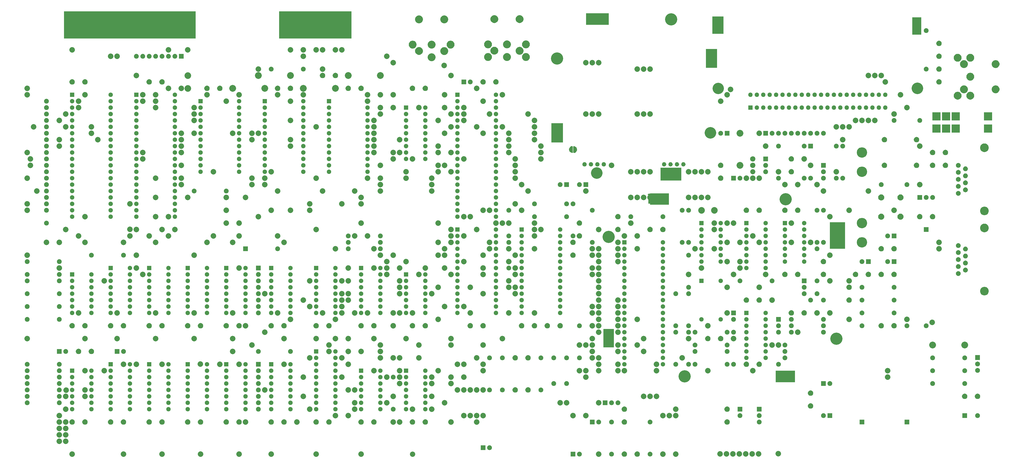
<source format=gbr>
G04 #@! TF.GenerationSoftware,KiCad,Pcbnew,5.1.4+dfsg1-1*
G04 #@! TF.CreationDate,2020-01-23T00:29:47+01:00*
G04 #@! TF.ProjectId,KU-14194HB-REV-B-KiCad,4b552d31-3431-4393-9448-422d5245562d,1.4*
G04 #@! TF.SameCoordinates,Original*
G04 #@! TF.FileFunction,Soldermask,Bot*
G04 #@! TF.FilePolarity,Negative*
%FSLAX46Y46*%
G04 Gerber Fmt 4.6, Leading zero omitted, Abs format (unit mm)*
G04 Created by KiCad (PCBNEW 5.1.4+dfsg1-1) date 2020-01-23 00:29:47*
%MOMM*%
%LPD*%
G04 APERTURE LIST*
%ADD10C,0.100000*%
%ADD11C,4.600000*%
%ADD12C,4.500000*%
%ADD13C,4.800000*%
%ADD14C,4.588000*%
%ADD15C,2.200000*%
%ADD16C,2.100000*%
%ADD17C,2.700000*%
%ADD18C,2.600000*%
%ADD19C,0.500000*%
G04 APERTURE END LIST*
D10*
G36*
X250400000Y-51100000D02*
G01*
X241400000Y-51100000D01*
X241400000Y-46500000D01*
X250400000Y-46500000D01*
X250400000Y-51100000D01*
G37*
G36*
X248902500Y-50800000D02*
G01*
X241600000Y-50800000D01*
X241600000Y-46672500D01*
X248902500Y-46672500D01*
X248902500Y-50800000D01*
G37*
D11*
X372491000Y-76200000D02*
X372491000Y-76201000D01*
D12*
X293624000Y-76200000D02*
X293624000Y-76201000D01*
D11*
X290621000Y-93787600D02*
X290621000Y-93787600D01*
D13*
X274981500Y-48828200D02*
X274981500Y-48828200D01*
X229886900Y-64342900D02*
X229886900Y-64342900D01*
D14*
X245666100Y-109729900D02*
X245666100Y-109729900D01*
D13*
X320308200Y-120046200D02*
X320308200Y-120046200D01*
X340360000Y-175260000D02*
X340360000Y-175260000D01*
X280314000Y-190193900D02*
X280314000Y-190193900D01*
X250287600Y-134974000D02*
X250287600Y-134974000D01*
D15*
X246380000Y-200660000D02*
X246380000Y-200660000D01*
X312420000Y-149860000D02*
X312420000Y-149860000D01*
X33020000Y-205740000D02*
X33020000Y-205740000D01*
X33020000Y-208280000D02*
X33020000Y-208280000D01*
X35560000Y-208280000D02*
X35560000Y-208280000D01*
X35560000Y-210820000D02*
X35560000Y-210820000D01*
X33020000Y-210820000D02*
X33020000Y-210820000D01*
X33020000Y-213360000D02*
X33020000Y-213360000D01*
X35560000Y-213360000D02*
X35560000Y-213360000D01*
X35560000Y-215900000D02*
X35560000Y-215900000D01*
X33020000Y-215900000D02*
X33020000Y-215900000D01*
X35560000Y-203200000D02*
X35560000Y-203200000D01*
X35560000Y-198120000D02*
X35560000Y-198120000D01*
X35732200Y-195669200D02*
X35732200Y-195669200D01*
X43180000Y-195580000D02*
X43180000Y-195580000D01*
X43180000Y-198120000D02*
X43180000Y-198120000D01*
X43180000Y-175260000D02*
X43180000Y-175260000D01*
X55880000Y-175260000D02*
X55880000Y-175260000D01*
X71120000Y-175260000D02*
X71120000Y-175260000D01*
X86360000Y-175260000D02*
X86360000Y-175260000D01*
X86360000Y-165100000D02*
X86360000Y-165100000D01*
X71120000Y-165100000D02*
X71120000Y-165100000D01*
X55880000Y-165100000D02*
X55880000Y-165100000D01*
X40640000Y-165100000D02*
X40640000Y-165100000D01*
X50800000Y-152400000D02*
X50800000Y-152400000D01*
X27940000Y-137160000D02*
X27940000Y-137160000D01*
X33020000Y-137160000D02*
X33020000Y-137160000D01*
X43180000Y-137160000D02*
X43180000Y-137160000D01*
X40640000Y-134620000D02*
X40640000Y-134620000D01*
X35560000Y-132080000D02*
X35560000Y-132080000D01*
X43180000Y-127000000D02*
X43180000Y-127000000D01*
X63500000Y-142240000D02*
X63500000Y-142240000D01*
X58420000Y-137160000D02*
X58420000Y-137160000D01*
X60960000Y-134620000D02*
X60960000Y-134620000D01*
X60945600Y-131968700D02*
X60945600Y-131968700D01*
X63500000Y-132080000D02*
X63500000Y-132080000D01*
X73660000Y-132080000D02*
X73660000Y-132080000D01*
X78740000Y-132080000D02*
X78740000Y-132080000D01*
X76200000Y-134620000D02*
X76200000Y-134620000D01*
X68580000Y-134620000D02*
X68580000Y-134620000D01*
X71120000Y-137160000D02*
X71120000Y-137160000D01*
X71120000Y-127000000D02*
X71120000Y-127000000D01*
X76200000Y-127000000D02*
X76200000Y-127000000D01*
X71120000Y-119380000D02*
X71120000Y-119380000D01*
X83820000Y-119380000D02*
X83820000Y-119380000D01*
X71120000Y-111760000D02*
X71120000Y-111760000D01*
X66040000Y-104140000D02*
X66040000Y-104140000D01*
X66040000Y-101600000D02*
X66040000Y-101600000D01*
X48260000Y-96520000D02*
X48260000Y-96520000D01*
X45720000Y-93980000D02*
X45720000Y-93980000D01*
X45720000Y-91440000D02*
X45720000Y-91440000D01*
X33020000Y-99060000D02*
X33020000Y-99060000D01*
X33020000Y-96520000D02*
X33020000Y-96520000D01*
X35560000Y-91440000D02*
X35560000Y-91440000D01*
X33020000Y-88900000D02*
X33020000Y-88900000D01*
X35560000Y-86360000D02*
X35560000Y-86360000D01*
X40640000Y-83820000D02*
X40640000Y-83820000D01*
X40640000Y-81280000D02*
X40640000Y-81280000D01*
X43180000Y-78740000D02*
X43180000Y-78740000D01*
X21590000Y-104140000D02*
X21590000Y-104140000D01*
X21590000Y-106680000D02*
X21590000Y-106680000D01*
X20320000Y-111760000D02*
X20320000Y-111760000D01*
X20320000Y-121920000D02*
X20320000Y-121920000D01*
X20320000Y-124460000D02*
X20320000Y-124460000D01*
X20320000Y-142240000D02*
X20320000Y-142240000D01*
X20320000Y-175260000D02*
X20320000Y-175260000D01*
X38100000Y-220980000D02*
X38100000Y-220980000D01*
X58420000Y-220980000D02*
X58420000Y-220980000D01*
X73660000Y-220980000D02*
X73660000Y-220980000D01*
X88900000Y-220980000D02*
X88900000Y-220980000D01*
X104140000Y-220980000D02*
X104140000Y-220980000D01*
X116840000Y-220980000D02*
X116840000Y-220980000D01*
X50800000Y-187960000D02*
X50800000Y-187960000D01*
X63500000Y-185420000D02*
X63500000Y-185420000D01*
X58420000Y-185420000D02*
X58420000Y-185420000D01*
X73660000Y-185420000D02*
X73660000Y-185420000D01*
X88813700Y-185323000D02*
X88813700Y-185323000D01*
X96520000Y-185420000D02*
X96520000Y-185420000D01*
X104140000Y-185420000D02*
X104140000Y-185420000D01*
X121920000Y-185420000D02*
X121920000Y-185420000D01*
X114300000Y-195580000D02*
X114300000Y-195580000D01*
X129540000Y-198120000D02*
X129540000Y-198120000D01*
X132080000Y-203200000D02*
X132080000Y-203200000D01*
X127000000Y-208280000D02*
X127000000Y-208280000D01*
X129540000Y-190500000D02*
X129540000Y-190500000D01*
X132080000Y-182880000D02*
X132080000Y-182880000D01*
X101600000Y-180340000D02*
X101600000Y-180340000D01*
X109220000Y-177800000D02*
X109220000Y-177800000D01*
X101600000Y-175260000D02*
X101600000Y-175260000D01*
X114300000Y-172720000D02*
X114300000Y-172720000D01*
X121920000Y-175260000D02*
X121920000Y-175260000D01*
X134620000Y-175260000D02*
X134620000Y-175260000D01*
X142240000Y-175260000D02*
X142240000Y-175260000D01*
X147320000Y-175260000D02*
X147320000Y-175260000D01*
X147320000Y-180340000D02*
X147320000Y-180340000D01*
X144780000Y-182880000D02*
X144780000Y-182880000D01*
X147320000Y-185420000D02*
X147320000Y-185420000D01*
X144780000Y-190500000D02*
X144780000Y-190500000D01*
X147320000Y-195580000D02*
X147320000Y-195580000D01*
X149860000Y-195580000D02*
X149860000Y-195580000D01*
X149860000Y-200660000D02*
X149860000Y-200660000D01*
X149860000Y-203200000D02*
X149860000Y-203200000D01*
X147320000Y-205740000D02*
X147320000Y-205740000D01*
X165100000Y-208280000D02*
X165100000Y-208280000D01*
X167640000Y-208280000D02*
X167640000Y-208280000D01*
X187960000Y-208280000D02*
X187960000Y-208280000D01*
X180340000Y-203200000D02*
X180340000Y-203200000D01*
X185420000Y-200660000D02*
X185420000Y-200660000D01*
X180340000Y-198120000D02*
X180340000Y-198120000D01*
X180340000Y-193040000D02*
X180340000Y-193040000D01*
X180340000Y-190500000D02*
X180340000Y-190500000D01*
X182880000Y-187960000D02*
X182880000Y-187960000D01*
X152400000Y-180340000D02*
X152400000Y-180340000D01*
X160020000Y-182880000D02*
X160020000Y-182880000D01*
X160020000Y-180340000D02*
X160020000Y-180340000D01*
X160020000Y-177800000D02*
X160020000Y-177800000D01*
X157480000Y-175260000D02*
X157480000Y-175260000D01*
X170180000Y-175260000D02*
X170180000Y-175260000D01*
X165100000Y-182880000D02*
X165100000Y-182880000D01*
X167640000Y-182880000D02*
X167640000Y-182880000D01*
X175260000Y-182880000D02*
X175260000Y-182880000D01*
X175260000Y-177800000D02*
X175260000Y-177800000D01*
X187960000Y-177800000D02*
X187960000Y-177800000D01*
X187960000Y-175260000D02*
X187960000Y-175260000D01*
X190500000Y-185420000D02*
X190500000Y-185420000D01*
X193040000Y-185420000D02*
X193040000Y-185420000D01*
X193040000Y-190500000D02*
X193040000Y-190500000D01*
X187960000Y-190500000D02*
X187960000Y-190500000D01*
X187960000Y-193040000D02*
X187960000Y-193040000D01*
X190500000Y-195580000D02*
X190500000Y-195580000D01*
X193040000Y-195580000D02*
X193040000Y-195580000D01*
X195580000Y-195580000D02*
X195580000Y-195580000D01*
X198120000Y-195580000D02*
X198120000Y-195580000D01*
X200660000Y-195580000D02*
X200660000Y-195580000D01*
X200660000Y-187960000D02*
X200660000Y-187960000D01*
X200660000Y-185420000D02*
X200660000Y-185420000D01*
X198120000Y-182880000D02*
X198120000Y-182880000D01*
X200660000Y-177800000D02*
X200660000Y-177800000D01*
X208280000Y-175260000D02*
X208280000Y-175260000D01*
X193040000Y-205740000D02*
X193040000Y-205740000D01*
X195580000Y-205740000D02*
X195580000Y-205740000D01*
X198120000Y-205740000D02*
X198120000Y-205740000D01*
X200660000Y-205740000D02*
X200660000Y-205740000D01*
X198120000Y-208280000D02*
X198120000Y-208280000D01*
X172720000Y-203200000D02*
X172720000Y-203200000D01*
X165100000Y-198120000D02*
X165100000Y-198120000D01*
X162560000Y-200660000D02*
X162560000Y-200660000D01*
X162560000Y-190500000D02*
X162560000Y-190500000D01*
X167640000Y-187960000D02*
X167640000Y-187960000D01*
X167640000Y-190500000D02*
X167640000Y-190500000D01*
X167640000Y-193040000D02*
X167640000Y-193040000D01*
X182880000Y-167640000D02*
X182880000Y-167640000D01*
X185420000Y-162560000D02*
X185420000Y-162560000D01*
X180340000Y-157480000D02*
X180340000Y-157480000D01*
X182880000Y-154940000D02*
X182880000Y-154940000D01*
X185420000Y-147320000D02*
X185420000Y-147320000D01*
X187960000Y-149860000D02*
X187960000Y-149860000D01*
X177800000Y-147320000D02*
X177800000Y-147320000D01*
X167640000Y-147320000D02*
X167640000Y-147320000D01*
X170180000Y-144780000D02*
X170180000Y-144780000D01*
X162560000Y-144780000D02*
X162560000Y-144780000D01*
X165100000Y-142240000D02*
X165100000Y-142240000D01*
X160020000Y-142240000D02*
X160020000Y-142240000D01*
X162560000Y-147320000D02*
X162560000Y-147320000D01*
X162560000Y-149860000D02*
X162560000Y-149860000D01*
X167640000Y-152400000D02*
X167640000Y-152400000D01*
X167640000Y-154940000D02*
X167640000Y-154940000D01*
X167640000Y-157480000D02*
X167640000Y-157480000D01*
X172720000Y-165100000D02*
X172720000Y-165100000D01*
X167640000Y-165100000D02*
X167640000Y-165100000D01*
X165100000Y-165100000D02*
X165100000Y-165100000D01*
X154940000Y-165100000D02*
X154940000Y-165100000D01*
X149860000Y-165100000D02*
X149860000Y-165100000D01*
X144780000Y-165100000D02*
X144780000Y-165100000D01*
X144780000Y-162560000D02*
X144780000Y-162560000D01*
X144780000Y-160020000D02*
X144780000Y-160020000D01*
X144780000Y-157480000D02*
X144780000Y-157480000D01*
X147320000Y-157480000D02*
X147320000Y-157480000D01*
X147320000Y-160020000D02*
X147320000Y-160020000D01*
X144780000Y-152400000D02*
X144780000Y-152400000D01*
X147320000Y-152400000D02*
X147320000Y-152400000D01*
X147320000Y-147320000D02*
X147320000Y-147320000D01*
X142240000Y-167640000D02*
X142240000Y-167640000D01*
X165100000Y-170180000D02*
X165100000Y-170180000D01*
X137160000Y-165100000D02*
X137160000Y-165100000D01*
X132080000Y-162560000D02*
X132080000Y-162560000D01*
X129540000Y-160020000D02*
X129540000Y-160020000D01*
X132080000Y-152400000D02*
X132080000Y-152400000D01*
X124460000Y-167640000D02*
X124460000Y-167640000D01*
X119380000Y-165100000D02*
X119380000Y-165100000D01*
X114300000Y-157480000D02*
X114300000Y-157480000D01*
X157480000Y-139700000D02*
X157480000Y-139700000D01*
X154940000Y-134620000D02*
X154940000Y-134620000D01*
X149860000Y-134620000D02*
X149860000Y-134620000D01*
X152400000Y-129540000D02*
X152400000Y-129540000D01*
X134620000Y-132080000D02*
X134620000Y-132080000D01*
X119380000Y-134620000D02*
X119380000Y-134620000D01*
X121920000Y-137160000D02*
X121920000Y-137160000D01*
X142240000Y-139700000D02*
X142240000Y-139700000D01*
X139700000Y-180340000D02*
X139700000Y-180340000D01*
X139700000Y-177800000D02*
X139700000Y-177800000D01*
X106680000Y-170180000D02*
X106680000Y-170180000D01*
X104140000Y-147320000D02*
X104140000Y-147320000D01*
X63500000Y-147320000D02*
X63500000Y-147320000D01*
X66040000Y-149860000D02*
X66040000Y-149860000D01*
X86360000Y-142240000D02*
X86360000Y-142240000D01*
X91440000Y-137160000D02*
X91440000Y-137160000D01*
X101600000Y-137160000D02*
X101600000Y-137160000D01*
X104140000Y-134620000D02*
X104140000Y-134620000D01*
X93980000Y-134620000D02*
X93980000Y-134620000D01*
X99060000Y-129540000D02*
X99060000Y-129540000D01*
X104140000Y-129540000D02*
X104140000Y-129540000D01*
X99060000Y-124460000D02*
X99060000Y-124460000D01*
X111760000Y-127000000D02*
X111760000Y-127000000D01*
X116840000Y-124460000D02*
X116840000Y-124460000D01*
X124460000Y-124460000D02*
X124460000Y-124460000D01*
X60960000Y-121920000D02*
X60960000Y-121920000D01*
X99060000Y-119380000D02*
X99060000Y-119380000D01*
X106680000Y-119380000D02*
X106680000Y-119380000D01*
X109220000Y-114300000D02*
X109220000Y-114300000D01*
X114300000Y-114300000D02*
X114300000Y-114300000D01*
X114300000Y-111760000D02*
X114300000Y-111760000D01*
X109220000Y-111760000D02*
X109220000Y-111760000D01*
X124460000Y-99060000D02*
X124460000Y-99060000D01*
X124460000Y-96520000D02*
X124460000Y-96520000D01*
X124460000Y-88900000D02*
X124460000Y-88900000D01*
X109220000Y-93980000D02*
X109220000Y-93980000D01*
X111760000Y-93980000D02*
X111760000Y-93980000D01*
X109220000Y-96520000D02*
X109220000Y-96520000D01*
X101600000Y-93980000D02*
X101600000Y-93980000D01*
X86360000Y-93980000D02*
X86360000Y-93980000D01*
X86360000Y-88900000D02*
X86360000Y-88900000D01*
X86360000Y-86360000D02*
X86360000Y-86360000D01*
X81280000Y-93980000D02*
X81280000Y-93980000D01*
X81280000Y-96520000D02*
X81280000Y-96520000D01*
X81280000Y-99060000D02*
X81280000Y-99060000D01*
X81280000Y-101600000D02*
X81280000Y-101600000D01*
X81280000Y-106680000D02*
X81280000Y-106680000D01*
X81280000Y-111760000D02*
X81280000Y-111760000D01*
X81280000Y-114300000D02*
X81280000Y-114300000D01*
X119380000Y-116840000D02*
X119380000Y-116840000D01*
X71120000Y-83820000D02*
X71120000Y-83820000D01*
X71120000Y-81280000D02*
X71120000Y-81280000D01*
X66040000Y-81280000D02*
X66040000Y-81280000D01*
X66040000Y-78740000D02*
X66040000Y-78740000D01*
X71120000Y-78740000D02*
X71120000Y-78740000D01*
X76200000Y-76200000D02*
X76200000Y-76200000D01*
X81280000Y-76200000D02*
X81280000Y-76200000D01*
X63500000Y-71120000D02*
X63500000Y-71120000D01*
X76200000Y-60960000D02*
X76200000Y-60960000D01*
X83820000Y-60960000D02*
X83820000Y-60960000D01*
X55880000Y-63500000D02*
X55880000Y-63500000D01*
X53340000Y-63500000D02*
X53340000Y-63500000D01*
X22860000Y-91440000D02*
X22860000Y-91440000D01*
X20320000Y-78740000D02*
X20320000Y-78740000D01*
X20320000Y-76200000D02*
X20320000Y-76200000D01*
X20320000Y-101600000D02*
X20320000Y-101600000D01*
X91440000Y-78740000D02*
X91440000Y-78740000D01*
X104140000Y-78740000D02*
X104140000Y-78740000D01*
X93980000Y-109220000D02*
X93980000Y-109220000D01*
X116840000Y-109220000D02*
X116840000Y-109220000D01*
X134620000Y-111760000D02*
X134620000Y-111760000D01*
X137160000Y-116840000D02*
X137160000Y-116840000D01*
X144780000Y-121920000D02*
X144780000Y-121920000D01*
X132080000Y-121920000D02*
X132080000Y-121920000D01*
X132080000Y-124460000D02*
X132080000Y-124460000D01*
X149860000Y-116840000D02*
X149860000Y-116840000D01*
X152400000Y-119380000D02*
X152400000Y-119380000D01*
X160020000Y-116840000D02*
X160020000Y-116840000D01*
X160020000Y-114300000D02*
X160020000Y-114300000D01*
X160020000Y-111760000D02*
X160020000Y-111760000D01*
X154940000Y-111760000D02*
X154940000Y-111760000D01*
X160020000Y-106680000D02*
X160020000Y-106680000D01*
X157480000Y-101600000D02*
X157480000Y-101600000D01*
X157480000Y-99060000D02*
X157480000Y-99060000D01*
X157480000Y-96520000D02*
X157480000Y-96520000D01*
X157480000Y-93980000D02*
X157480000Y-93980000D01*
X157480000Y-91440000D02*
X157480000Y-91440000D01*
X157480000Y-88900000D02*
X157480000Y-88900000D01*
X165100000Y-104140000D02*
X165100000Y-104140000D01*
X165100000Y-101600000D02*
X165100000Y-101600000D01*
X167640000Y-101600000D02*
X167640000Y-101600000D01*
X167640000Y-96520000D02*
X167640000Y-96520000D01*
X160020000Y-86360000D02*
X160020000Y-86360000D01*
X160020000Y-83820000D02*
X160020000Y-83820000D01*
X165100000Y-83820000D02*
X165100000Y-83820000D01*
X165100000Y-78740000D02*
X165100000Y-78740000D01*
X160020000Y-78740000D02*
X160020000Y-78740000D01*
X154940000Y-78740000D02*
X154940000Y-78740000D01*
X137160000Y-68580000D02*
X137160000Y-68580000D01*
X124460000Y-60960000D02*
X124460000Y-60960000D01*
X129540000Y-60960000D02*
X129540000Y-60960000D01*
X134620000Y-60960000D02*
X134620000Y-60960000D01*
X137160000Y-60960000D02*
X137160000Y-60960000D01*
X142240000Y-60960000D02*
X142240000Y-60960000D01*
X144780000Y-60960000D02*
X144780000Y-60960000D01*
X111760000Y-68580000D02*
X111760000Y-68580000D01*
X119380000Y-78740000D02*
X119380000Y-78740000D01*
X129540000Y-78740000D02*
X129540000Y-78740000D01*
X124460000Y-81280000D02*
X124460000Y-81280000D01*
X134620000Y-91440000D02*
X134620000Y-91440000D01*
X99060000Y-81280000D02*
X99060000Y-81280000D01*
X162560000Y-63500000D02*
X162560000Y-63500000D01*
X165100000Y-66040000D02*
X165100000Y-66040000D01*
X185420000Y-78740000D02*
X185420000Y-78740000D01*
X185420000Y-83820000D02*
X185420000Y-83820000D01*
X187960000Y-86360000D02*
X187960000Y-86360000D01*
X182880000Y-88900000D02*
X182880000Y-88900000D01*
X187960000Y-91440000D02*
X187960000Y-91440000D01*
X185420000Y-93980000D02*
X185420000Y-93980000D01*
X182880000Y-99060000D02*
X182880000Y-99060000D01*
X182880000Y-101600000D02*
X182880000Y-101600000D01*
X187960000Y-101600000D02*
X187960000Y-101600000D01*
X187960000Y-109220000D02*
X187960000Y-109220000D01*
X182880000Y-109220000D02*
X182880000Y-109220000D01*
X182880000Y-106680000D02*
X182880000Y-106680000D01*
X185420000Y-106680000D02*
X185420000Y-106680000D01*
X180340000Y-111760000D02*
X180340000Y-111760000D01*
X180340000Y-114300000D02*
X180340000Y-114300000D01*
X180340000Y-116840000D02*
X180340000Y-116840000D01*
X170180000Y-111760000D02*
X170180000Y-111760000D01*
X170180000Y-109220000D02*
X170180000Y-109220000D01*
X182880000Y-129540000D02*
X182880000Y-129540000D01*
X152400000Y-121920000D02*
X152400000Y-121920000D01*
X193040000Y-104140000D02*
X193040000Y-104140000D01*
X200660000Y-93980000D02*
X200660000Y-93980000D01*
X198120000Y-91440000D02*
X198120000Y-91440000D01*
X193040000Y-88900000D02*
X193040000Y-88900000D01*
X193040000Y-86360000D02*
X193040000Y-86360000D01*
X193040000Y-83820000D02*
X193040000Y-83820000D01*
X203200000Y-86360000D02*
X203200000Y-86360000D01*
X200660000Y-81280000D02*
X200660000Y-81280000D01*
X198120000Y-76200000D02*
X198120000Y-76200000D01*
X218440000Y-86360000D02*
X218440000Y-86360000D01*
X220980000Y-88900000D02*
X220980000Y-88900000D01*
X220980000Y-91440000D02*
X220980000Y-91440000D01*
X220980000Y-93980000D02*
X220980000Y-93980000D01*
X220980000Y-96520000D02*
X220980000Y-96520000D01*
X223520000Y-99060000D02*
X223520000Y-99060000D01*
X223520000Y-101600000D02*
X223520000Y-101600000D01*
X223520000Y-104140000D02*
X223520000Y-104140000D01*
X210820000Y-93980000D02*
X210820000Y-93980000D01*
X210820000Y-96520000D02*
X210820000Y-96520000D01*
X210820000Y-99060000D02*
X210820000Y-99060000D01*
X210820000Y-101600000D02*
X210820000Y-101600000D01*
X213360000Y-104140000D02*
X213360000Y-104140000D01*
X213360000Y-106680000D02*
X213360000Y-106680000D01*
X213360000Y-109220000D02*
X213360000Y-109220000D01*
X213360000Y-111760000D02*
X213360000Y-111760000D01*
X215900000Y-114300000D02*
X215900000Y-114300000D01*
X218440000Y-116840000D02*
X218440000Y-116840000D01*
X213360000Y-121920000D02*
X213360000Y-121920000D01*
X215900000Y-124460000D02*
X215900000Y-124460000D01*
X200660000Y-124460000D02*
X200660000Y-124460000D01*
X203200000Y-124460000D02*
X203200000Y-124460000D01*
X193040000Y-127000000D02*
X193040000Y-127000000D01*
X195580000Y-127000000D02*
X195580000Y-127000000D01*
X187960000Y-134620000D02*
X187960000Y-134620000D01*
X187960000Y-137160000D02*
X187960000Y-137160000D01*
X182880000Y-137160000D02*
X182880000Y-137160000D01*
X185420000Y-139700000D02*
X185420000Y-139700000D01*
X182880000Y-142240000D02*
X182880000Y-142240000D01*
X185420000Y-142240000D02*
X185420000Y-142240000D01*
X193040000Y-134620000D02*
X193040000Y-134620000D01*
X198120000Y-132080000D02*
X198120000Y-132080000D01*
X203200000Y-137160000D02*
X203200000Y-137160000D01*
X203200000Y-139700000D02*
X203200000Y-139700000D01*
X200660000Y-142240000D02*
X200660000Y-142240000D01*
X193040000Y-144780000D02*
X193040000Y-144780000D01*
X200660000Y-147320000D02*
X200660000Y-147320000D01*
X200660000Y-149860000D02*
X200660000Y-149860000D01*
X195580000Y-154940000D02*
X195580000Y-154940000D01*
X200660000Y-157480000D02*
X200660000Y-157480000D01*
X193040000Y-162560000D02*
X193040000Y-162560000D01*
X195580000Y-165100000D02*
X195580000Y-165100000D01*
X210820000Y-165100000D02*
X210820000Y-165100000D01*
X213360000Y-157480000D02*
X213360000Y-157480000D01*
X213360000Y-154940000D02*
X213360000Y-154940000D01*
X210820000Y-154940000D02*
X210820000Y-154940000D01*
X210820000Y-152400000D02*
X210820000Y-152400000D01*
X213360000Y-149860000D02*
X213360000Y-149860000D01*
X213360000Y-147320000D02*
X213360000Y-147320000D01*
X210820000Y-144780000D02*
X210820000Y-144780000D01*
X213360000Y-142240000D02*
X213360000Y-142240000D01*
X210820000Y-139700000D02*
X210820000Y-139700000D01*
X220980000Y-129540000D02*
X220980000Y-129540000D01*
X220980000Y-132080000D02*
X220980000Y-132080000D01*
X220980000Y-134620000D02*
X220980000Y-134620000D01*
X220980000Y-139700000D02*
X220980000Y-139700000D01*
X223520000Y-132080000D02*
X223520000Y-132080000D01*
X220980000Y-165100000D02*
X220980000Y-165100000D01*
X231140000Y-200660000D02*
X231140000Y-200660000D01*
X233680000Y-200660000D02*
X233680000Y-200660000D01*
X241300000Y-86360000D02*
X241300000Y-86360000D01*
X243840000Y-86360000D02*
X243840000Y-86360000D01*
X246380000Y-86360000D02*
X246380000Y-86360000D01*
X241300000Y-66040000D02*
X241300000Y-66040000D01*
X243840000Y-66040000D02*
X243840000Y-66040000D01*
X246380000Y-66040000D02*
X246380000Y-66040000D01*
X261620000Y-68580000D02*
X261620000Y-68580000D01*
X264160000Y-68580000D02*
X264160000Y-68580000D01*
X266700000Y-68580000D02*
X266700000Y-68580000D01*
X261620000Y-86360000D02*
X261620000Y-86360000D01*
X264160000Y-86360000D02*
X264160000Y-86360000D01*
X266700000Y-86360000D02*
X266700000Y-86360000D01*
X251460000Y-106680000D02*
X251460000Y-106680000D01*
X281940000Y-109220000D02*
X281940000Y-109220000D01*
X287020000Y-109220000D02*
X287020000Y-109220000D01*
X284480000Y-109220000D02*
X284480000Y-109220000D01*
X289560000Y-109220000D02*
X289560000Y-109220000D01*
X266700000Y-109220000D02*
X266700000Y-109220000D01*
X264160000Y-109220000D02*
X264160000Y-109220000D01*
X261620000Y-109220000D02*
X261620000Y-109220000D01*
X259080000Y-109220000D02*
X259080000Y-109220000D01*
X241300000Y-116840000D02*
X241300000Y-116840000D01*
X238760000Y-177800000D02*
X238760000Y-177800000D01*
X241300000Y-177800000D02*
X241300000Y-177800000D01*
X238760000Y-187960000D02*
X238760000Y-187960000D01*
X241300000Y-187960000D02*
X241300000Y-187960000D01*
X241300000Y-190500000D02*
X241300000Y-190500000D01*
X241300000Y-205740000D02*
X241300000Y-205740000D01*
X236220000Y-205740000D02*
X236220000Y-205740000D01*
X246380000Y-220980000D02*
X246380000Y-220980000D01*
X271780000Y-220980000D02*
X271780000Y-220980000D01*
X276860000Y-220980000D02*
X276860000Y-220980000D01*
X294397700Y-220879200D02*
X294397700Y-220879200D01*
X296937700Y-220879200D02*
X296937700Y-220879200D01*
X299477700Y-220879200D02*
X299477700Y-220879200D01*
X302017700Y-220879200D02*
X302017700Y-220879200D01*
X304557700Y-220879200D02*
X304557700Y-220879200D01*
X307097700Y-220879200D02*
X307097700Y-220879200D01*
X309637700Y-220879200D02*
X309637700Y-220879200D01*
X317386300Y-220784900D02*
X317386300Y-220784900D01*
X269240000Y-187960000D02*
X269240000Y-187960000D01*
X269240000Y-185420000D02*
X269240000Y-185420000D01*
X256540000Y-187960000D02*
X256540000Y-187960000D01*
X254000000Y-187960000D02*
X254000000Y-187960000D01*
X254000000Y-185420000D02*
X254000000Y-185420000D01*
X254000000Y-180340000D02*
X254000000Y-180340000D01*
X254000000Y-177800000D02*
X254000000Y-177800000D01*
X261620000Y-177800000D02*
X261620000Y-177800000D01*
X264160000Y-180340000D02*
X264160000Y-180340000D01*
X264160000Y-175260000D02*
X264160000Y-175260000D01*
X261620000Y-167640000D02*
X261620000Y-167640000D01*
X254000000Y-172720000D02*
X254000000Y-172720000D01*
X254000000Y-170180000D02*
X254000000Y-170180000D01*
X254000000Y-167640000D02*
X254000000Y-167640000D01*
X254000000Y-165100000D02*
X254000000Y-165100000D01*
X254000000Y-162560000D02*
X254000000Y-162560000D01*
X254000000Y-160020000D02*
X254000000Y-160020000D01*
X281940000Y-175260000D02*
X281940000Y-175260000D01*
X289560000Y-170180000D02*
X289560000Y-170180000D01*
X307340000Y-187960000D02*
X307340000Y-187960000D01*
X314960000Y-177800000D02*
X314960000Y-177800000D01*
X317500000Y-177800000D02*
X317500000Y-177800000D01*
X325120000Y-172720000D02*
X325120000Y-172720000D01*
X332740000Y-165100000D02*
X332740000Y-165100000D01*
X337820000Y-165100000D02*
X337820000Y-165100000D01*
X314960000Y-160020000D02*
X314960000Y-160020000D01*
X297180000Y-154940000D02*
X297180000Y-154940000D01*
X309880000Y-154940000D02*
X309880000Y-154940000D01*
X284480000Y-139700000D02*
X284480000Y-139700000D01*
X309880000Y-137160000D02*
X309880000Y-137160000D01*
X307340000Y-134620000D02*
X307340000Y-134620000D01*
X337820000Y-142240000D02*
X337820000Y-142240000D01*
X337820000Y-127000000D02*
X337820000Y-127000000D01*
X337820000Y-152400000D02*
X337820000Y-152400000D01*
X279400000Y-182880000D02*
X279400000Y-182880000D01*
X289560000Y-187960000D02*
X289560000Y-187960000D01*
X287020000Y-147320000D02*
X287020000Y-147320000D01*
X345440000Y-124460000D02*
X345440000Y-124460000D01*
X353060000Y-116840000D02*
X353060000Y-116840000D01*
X335280000Y-116840000D02*
X335280000Y-116840000D01*
X332740000Y-114300000D02*
X332740000Y-114300000D01*
X340360000Y-109220000D02*
X340360000Y-109220000D01*
X342900000Y-96520000D02*
X342900000Y-96520000D01*
X312420000Y-99060000D02*
X312420000Y-99060000D01*
X309880000Y-111760000D02*
X309880000Y-111760000D01*
X307340000Y-111760000D02*
X307340000Y-111760000D01*
X304800000Y-111760000D02*
X304800000Y-111760000D01*
X294640000Y-81280000D02*
X294640000Y-81280000D01*
X297180000Y-78740000D02*
X297180000Y-78740000D01*
X298537100Y-76600200D02*
X298537100Y-76600200D01*
X353060000Y-71120000D02*
X353060000Y-71120000D01*
X355600000Y-71120000D02*
X355600000Y-71120000D01*
X358140000Y-71120000D02*
X358140000Y-71120000D01*
X359780000Y-73660000D02*
X359780000Y-73660000D01*
X365760000Y-78740000D02*
X365760000Y-78740000D01*
X368300000Y-83820000D02*
X368300000Y-83820000D01*
X363220000Y-86360000D02*
X363220000Y-86360000D01*
X347980000Y-88900000D02*
X347980000Y-88900000D01*
X350520000Y-88900000D02*
X350520000Y-88900000D01*
X353060000Y-88900000D02*
X353060000Y-88900000D01*
X355600000Y-88900000D02*
X355600000Y-88900000D01*
X340360000Y-91440000D02*
X340360000Y-91440000D01*
X342900000Y-91440000D02*
X342900000Y-91440000D01*
X345440000Y-91440000D02*
X345440000Y-91440000D01*
X373380000Y-99060000D02*
X373380000Y-99060000D01*
X373380000Y-114300000D02*
X373380000Y-114300000D01*
X363220000Y-124460000D02*
X363220000Y-124460000D01*
X381000000Y-137160000D02*
X381000000Y-137160000D01*
X381000000Y-139700000D02*
X381000000Y-139700000D01*
X345440000Y-152400000D02*
X345440000Y-152400000D01*
X368300000Y-167640000D02*
X368300000Y-167640000D01*
X378290600Y-168828800D02*
X378290600Y-168828800D01*
X360680000Y-187960000D02*
X360680000Y-187960000D01*
X360680000Y-190500000D02*
X360680000Y-190500000D01*
X345440000Y-167640000D02*
X345440000Y-167640000D01*
X264160000Y-198120000D02*
X264160000Y-198120000D01*
X266700000Y-198120000D02*
X266700000Y-198120000D01*
X269240000Y-198120000D02*
X269240000Y-198120000D01*
X271780000Y-205740000D02*
X271780000Y-205740000D01*
X274320000Y-205740000D02*
X274320000Y-205740000D01*
X276860000Y-205740000D02*
X276860000Y-205740000D01*
X276860000Y-203200000D02*
X276860000Y-203200000D01*
X142240000Y-205740000D02*
X142240000Y-205740000D01*
X43180000Y-187960000D02*
X43180000Y-187960000D01*
D16*
X172720000Y-220980000D02*
X172720000Y-220980000D01*
D15*
X152400000Y-220980000D02*
X152400000Y-220980000D01*
X134620000Y-220980000D02*
X134620000Y-220980000D01*
X320040000Y-114300000D02*
X320040000Y-114300000D01*
X327660000Y-104140000D02*
X327660000Y-104140000D01*
X309880000Y-93980000D02*
X309880000Y-93980000D01*
X317500000Y-109220000D02*
X317500000Y-109220000D01*
X330200000Y-106680000D02*
X330200000Y-106680000D01*
X157480000Y-147320000D02*
X157480000Y-147320000D01*
X175260000Y-149860000D02*
X175260000Y-149860000D01*
X101600000Y-165100000D02*
X101600000Y-165100000D01*
X210820000Y-129540000D02*
X210820000Y-129540000D01*
X208280000Y-129540000D02*
X208280000Y-129540000D01*
X205740000Y-129540000D02*
X205740000Y-129540000D01*
X24130000Y-116840000D02*
X24130000Y-116840000D01*
X86360000Y-83820000D02*
X86360000Y-83820000D01*
X172720000Y-104140000D02*
X172720000Y-104140000D01*
X175260000Y-83820000D02*
X175260000Y-83820000D01*
X208280000Y-91440000D02*
X208280000Y-91440000D01*
X208280000Y-78740000D02*
X208280000Y-78740000D01*
X187960000Y-71120000D02*
X187960000Y-71120000D01*
X129540000Y-63500000D02*
X129540000Y-63500000D01*
X38100000Y-60960000D02*
X38100000Y-60960000D01*
X325120000Y-114300000D02*
X325120000Y-114300000D01*
X106680000Y-208280000D02*
X106680000Y-208280000D01*
X185295400Y-67122400D02*
X185295400Y-67122400D01*
X157480000Y-187960000D02*
X157480000Y-187960000D01*
D17*
X101600000Y-76200000D02*
X101600000Y-76200000D01*
X114300000Y-76200000D02*
X114300000Y-76200000D01*
X111760000Y-71120000D02*
X111760000Y-71120000D01*
X124460000Y-71120000D02*
X124460000Y-71120000D01*
X129540000Y-76200000D02*
X129540000Y-76200000D01*
X142240000Y-76200000D02*
X142240000Y-76200000D01*
X147320000Y-71120000D02*
X147320000Y-71120000D01*
X160020000Y-71120000D02*
X160020000Y-71120000D01*
D15*
X299720000Y-175260000D02*
X299720000Y-175260000D01*
D17*
X378460000Y-177800000D02*
X378460000Y-177800000D01*
X391160000Y-177800000D02*
X391160000Y-177800000D01*
D15*
X154940000Y-81280000D02*
X154940000Y-81280000D01*
D17*
X302260000Y-93980000D02*
X302260000Y-93980000D01*
X302260000Y-106680000D02*
X302260000Y-106680000D01*
D15*
X246380000Y-182880000D02*
X246380000Y-182880000D01*
X246380000Y-185420000D02*
X246380000Y-185420000D01*
X246380000Y-187960000D02*
X246380000Y-187960000D01*
X243840000Y-182880000D02*
X243840000Y-182880000D01*
X243840000Y-180340000D02*
X243840000Y-180340000D01*
X243840000Y-177800000D02*
X243840000Y-177800000D01*
X243840000Y-175260000D02*
X243840000Y-175260000D01*
X246380000Y-172720000D02*
X246380000Y-172720000D01*
X246380000Y-170180000D02*
X246380000Y-170180000D01*
X243840000Y-170180000D02*
X243840000Y-170180000D01*
X246380000Y-167640000D02*
X246380000Y-167640000D01*
X246380000Y-165100000D02*
X246380000Y-165100000D01*
X246380000Y-162560000D02*
X246380000Y-162560000D01*
X246380000Y-160020000D02*
X246380000Y-160020000D01*
X246380000Y-152400000D02*
X246380000Y-152400000D01*
X246380000Y-154940000D02*
X246380000Y-154940000D01*
X246380000Y-157480000D02*
X246380000Y-157480000D01*
X246380000Y-149860000D02*
X246380000Y-149860000D01*
X246380000Y-147320000D02*
X246380000Y-147320000D01*
X243840000Y-147320000D02*
X243840000Y-147320000D01*
X243840000Y-149860000D02*
X243840000Y-149860000D01*
X246380000Y-144780000D02*
X246380000Y-144780000D01*
X246380000Y-142240000D02*
X246380000Y-142240000D01*
X246380000Y-139700000D02*
X246380000Y-139700000D01*
X243840000Y-139700000D02*
X243840000Y-139700000D01*
X243840000Y-142240000D02*
X243840000Y-142240000D01*
X246380000Y-132080000D02*
X246380000Y-132080000D01*
X254000000Y-137160000D02*
X254000000Y-137160000D01*
X254000000Y-139700000D02*
X254000000Y-139700000D01*
X254000000Y-142240000D02*
X254000000Y-142240000D01*
X254000000Y-144780000D02*
X254000000Y-144780000D01*
X259080000Y-119380000D02*
X259080000Y-119380000D01*
X261620000Y-119380000D02*
X261620000Y-119380000D01*
X264160000Y-119380000D02*
X264160000Y-119380000D01*
X266700000Y-119380000D02*
X266700000Y-119380000D01*
X281940000Y-119380000D02*
X281940000Y-119380000D01*
X284480000Y-119380000D02*
X284480000Y-119380000D01*
X287020000Y-119380000D02*
X287020000Y-119380000D01*
X289560000Y-119380000D02*
X289560000Y-119380000D01*
X256540000Y-134620000D02*
X256540000Y-134620000D01*
X261620000Y-134620000D02*
X261620000Y-134620000D01*
X259080000Y-129540000D02*
X259080000Y-129540000D01*
X261620000Y-139700000D02*
X261620000Y-139700000D01*
X297180000Y-137160000D02*
X297180000Y-137160000D01*
X302260000Y-137160000D02*
X302260000Y-137160000D01*
X297180000Y-144780000D02*
X297180000Y-144780000D01*
X302260000Y-144780000D02*
X302260000Y-144780000D01*
X302260000Y-147320000D02*
X302260000Y-147320000D01*
X299720000Y-149860000D02*
X299720000Y-149860000D01*
X281940000Y-149860000D02*
X281940000Y-149860000D01*
X322580000Y-137160000D02*
X322580000Y-137160000D01*
X322580000Y-129540000D02*
X322580000Y-129540000D01*
X330200000Y-137160000D02*
X330200000Y-137160000D01*
X299720000Y-129540000D02*
X299720000Y-129540000D01*
X297180000Y-129540000D02*
X297180000Y-129540000D01*
X33020000Y-147320000D02*
X33020000Y-147320000D01*
X243840000Y-162560000D02*
X243840000Y-162560000D01*
X243840000Y-165100000D02*
X243840000Y-165100000D01*
X292100000Y-129540000D02*
X292100000Y-129540000D01*
X292100000Y-132080000D02*
X292100000Y-132080000D01*
X292100000Y-139700000D02*
X292100000Y-139700000D01*
D18*
X83820000Y-71120000D02*
X83820000Y-71120000D01*
X83820000Y-76200000D02*
X83820000Y-76200000D01*
X287020000Y-124460000D02*
X287020000Y-124460000D01*
X292100000Y-124460000D02*
X292100000Y-124460000D01*
D15*
X297180000Y-165100000D02*
X297180000Y-165100000D01*
D10*
G36*
X273333500Y-121803800D02*
G01*
X266003200Y-121803900D01*
X266003200Y-118173600D01*
X266547700Y-118139400D01*
X273333500Y-118139400D01*
X273333500Y-121803800D01*
G37*
D19*
X273333500Y-118139400D02*
X273333500Y-121803800D01*
X266003200Y-118173600D02*
X266547700Y-118139400D01*
D10*
G36*
X343852500Y-139700000D02*
G01*
X337820000Y-139700000D01*
X337820000Y-129222500D01*
X343852500Y-129222500D01*
X343852500Y-139700000D01*
G37*
G36*
X274161200Y-122237500D02*
G01*
X266700000Y-122237500D01*
X266700000Y-117792500D01*
X274161200Y-117792500D01*
X274161200Y-122237500D01*
G37*
G36*
X86995000Y-56515000D02*
G01*
X34925000Y-56515000D01*
X34925000Y-45720000D01*
X86995000Y-45720000D01*
X86995000Y-56515000D01*
G37*
G36*
X148590000Y-56515000D02*
G01*
X120015000Y-56515000D01*
X120015000Y-45720000D01*
X148590000Y-45720000D01*
X148590000Y-56515000D01*
G37*
G36*
X324008800Y-192563800D02*
G01*
X316388800Y-192563800D01*
X316388800Y-187960000D01*
X324008800Y-187960000D01*
X324008800Y-192563800D01*
G37*
G36*
X252412500Y-178752500D02*
G01*
X248285000Y-178752500D01*
X248285000Y-171450000D01*
X252412500Y-171450000D01*
X252412500Y-178752500D01*
G37*
G36*
X232251200Y-97631200D02*
G01*
X227647500Y-97631200D01*
X227647500Y-90011200D01*
X232251200Y-90011200D01*
X232251200Y-97631200D01*
G37*
G36*
X293211200Y-68103800D02*
G01*
X288766200Y-68103800D01*
X288766200Y-60642500D01*
X293211200Y-60642500D01*
X293211200Y-68103800D01*
G37*
G36*
X295751200Y-54610000D02*
G01*
X291306200Y-54610000D01*
X291306200Y-47783800D01*
X295751200Y-47783800D01*
X295751200Y-54610000D01*
G37*
G36*
X279082500Y-112712500D02*
G01*
X270827500Y-112712500D01*
X270827500Y-107632500D01*
X279082500Y-107632500D01*
X279082500Y-112712500D01*
G37*
G36*
X235928300Y-99320400D02*
G01*
X235928300Y-101503300D01*
X235943600Y-101518700D01*
X235497800Y-101357300D01*
X235167300Y-101111300D01*
X234975200Y-100780800D01*
X234867600Y-100212000D01*
X235090500Y-99797000D01*
X235367200Y-99451100D01*
X235651600Y-99305000D01*
X235897600Y-99289700D01*
X235928300Y-99320400D01*
G37*
D19*
X235928300Y-99320400D02*
X235928300Y-101503300D01*
X235928300Y-101503300D02*
X235943600Y-101518700D01*
X235943600Y-101518700D02*
X235497800Y-101357300D01*
X235497800Y-101357300D02*
X235167300Y-101111300D01*
X235167300Y-101111300D02*
X234975200Y-100780800D01*
X234975200Y-100780800D02*
X234867600Y-100212000D01*
X234867600Y-100212000D02*
X235090500Y-99797000D01*
X235090500Y-99797000D02*
X235367200Y-99451100D01*
X235367200Y-99451100D02*
X235651600Y-99305000D01*
X235651600Y-99305000D02*
X235897600Y-99289700D01*
X235897600Y-99289700D02*
X235928300Y-99320400D01*
D10*
G36*
X236987000Y-99474000D02*
G01*
X237317600Y-99720000D01*
X237509700Y-100050500D01*
X237617300Y-100619300D01*
X237394400Y-101034300D01*
X237117700Y-101380200D01*
X236833300Y-101526300D01*
X236587400Y-101541600D01*
X236556600Y-101510900D01*
X236556600Y-99328000D01*
X236541200Y-99312600D01*
X236987000Y-99474000D01*
G37*
D19*
X236556600Y-101510900D02*
X236556600Y-99328000D01*
X236556600Y-99328000D02*
X236541200Y-99312600D01*
X236541200Y-99312600D02*
X236987000Y-99474000D01*
X236987000Y-99474000D02*
X237317600Y-99720000D01*
X237317600Y-99720000D02*
X237509700Y-100050500D01*
X237509700Y-100050500D02*
X237617300Y-100619300D01*
X237617300Y-100619300D02*
X237394400Y-101034300D01*
X237394400Y-101034300D02*
X237117700Y-101380200D01*
X237117700Y-101380200D02*
X236833300Y-101526300D01*
X236833300Y-101526300D02*
X236587400Y-101541600D01*
X236587400Y-101541600D02*
X236556600Y-101510900D01*
D15*
X187960000Y-132080000D02*
X187960000Y-132080000D01*
D10*
G36*
X261926564Y-219969389D02*
G01*
X262117833Y-220048615D01*
X262117835Y-220048616D01*
X262143174Y-220065547D01*
X262289973Y-220163635D01*
X262436365Y-220310027D01*
X262551385Y-220482167D01*
X262630611Y-220673436D01*
X262671000Y-220876484D01*
X262671000Y-221083516D01*
X262630611Y-221286564D01*
X262551385Y-221477833D01*
X262551384Y-221477835D01*
X262436365Y-221649973D01*
X262289973Y-221796365D01*
X262117835Y-221911384D01*
X262117834Y-221911385D01*
X262117833Y-221911385D01*
X261926564Y-221990611D01*
X261723516Y-222031000D01*
X261516484Y-222031000D01*
X261313436Y-221990611D01*
X261122167Y-221911385D01*
X261122166Y-221911385D01*
X261122165Y-221911384D01*
X260950027Y-221796365D01*
X260803635Y-221649973D01*
X260688616Y-221477835D01*
X260688615Y-221477833D01*
X260609389Y-221286564D01*
X260569000Y-221083516D01*
X260569000Y-220876484D01*
X260609389Y-220673436D01*
X260688615Y-220482167D01*
X260803635Y-220310027D01*
X260950027Y-220163635D01*
X261096826Y-220065547D01*
X261122165Y-220048616D01*
X261122167Y-220048615D01*
X261313436Y-219969389D01*
X261516484Y-219929000D01*
X261723516Y-219929000D01*
X261926564Y-219969389D01*
X261926564Y-219969389D01*
G37*
G36*
X256846564Y-219969389D02*
G01*
X257037833Y-220048615D01*
X257037835Y-220048616D01*
X257063174Y-220065547D01*
X257209973Y-220163635D01*
X257356365Y-220310027D01*
X257471385Y-220482167D01*
X257550611Y-220673436D01*
X257591000Y-220876484D01*
X257591000Y-221083516D01*
X257550611Y-221286564D01*
X257471385Y-221477833D01*
X257471384Y-221477835D01*
X257356365Y-221649973D01*
X257209973Y-221796365D01*
X257037835Y-221911384D01*
X257037834Y-221911385D01*
X257037833Y-221911385D01*
X256846564Y-221990611D01*
X256643516Y-222031000D01*
X256436484Y-222031000D01*
X256233436Y-221990611D01*
X256042167Y-221911385D01*
X256042166Y-221911385D01*
X256042165Y-221911384D01*
X255870027Y-221796365D01*
X255723635Y-221649973D01*
X255608616Y-221477835D01*
X255608615Y-221477833D01*
X255529389Y-221286564D01*
X255489000Y-221083516D01*
X255489000Y-220876484D01*
X255529389Y-220673436D01*
X255608615Y-220482167D01*
X255723635Y-220310027D01*
X255870027Y-220163635D01*
X256016826Y-220065547D01*
X256042165Y-220048616D01*
X256042167Y-220048615D01*
X256233436Y-219969389D01*
X256436484Y-219929000D01*
X256643516Y-219929000D01*
X256846564Y-219969389D01*
X256846564Y-219969389D01*
G37*
G36*
X266977395Y-220065546D02*
G01*
X267150466Y-220137234D01*
X267150467Y-220137235D01*
X267306227Y-220241310D01*
X267438690Y-220373773D01*
X267438691Y-220373775D01*
X267542766Y-220529534D01*
X267614454Y-220702605D01*
X267651000Y-220886333D01*
X267651000Y-221073667D01*
X267614454Y-221257395D01*
X267542766Y-221430466D01*
X267542765Y-221430467D01*
X267438690Y-221586227D01*
X267306227Y-221718690D01*
X267227818Y-221771081D01*
X267150466Y-221822766D01*
X266977395Y-221894454D01*
X266793667Y-221931000D01*
X266606333Y-221931000D01*
X266422605Y-221894454D01*
X266249534Y-221822766D01*
X266172182Y-221771081D01*
X266093773Y-221718690D01*
X265961310Y-221586227D01*
X265857235Y-221430467D01*
X265857234Y-221430466D01*
X265785546Y-221257395D01*
X265749000Y-221073667D01*
X265749000Y-220886333D01*
X265785546Y-220702605D01*
X265857234Y-220529534D01*
X265961309Y-220373775D01*
X265961310Y-220373773D01*
X266093773Y-220241310D01*
X266249533Y-220137235D01*
X266249534Y-220137234D01*
X266422605Y-220065546D01*
X266606333Y-220029000D01*
X266793667Y-220029000D01*
X266977395Y-220065546D01*
X266977395Y-220065546D01*
G37*
G36*
X251737395Y-220065546D02*
G01*
X251910466Y-220137234D01*
X251910467Y-220137235D01*
X252066227Y-220241310D01*
X252198690Y-220373773D01*
X252198691Y-220373775D01*
X252302766Y-220529534D01*
X252374454Y-220702605D01*
X252411000Y-220886333D01*
X252411000Y-221073667D01*
X252374454Y-221257395D01*
X252302766Y-221430466D01*
X252302765Y-221430467D01*
X252198690Y-221586227D01*
X252066227Y-221718690D01*
X251987818Y-221771081D01*
X251910466Y-221822766D01*
X251737395Y-221894454D01*
X251553667Y-221931000D01*
X251366333Y-221931000D01*
X251182605Y-221894454D01*
X251009534Y-221822766D01*
X250932182Y-221771081D01*
X250853773Y-221718690D01*
X250721310Y-221586227D01*
X250617235Y-221430467D01*
X250617234Y-221430466D01*
X250545546Y-221257395D01*
X250509000Y-221073667D01*
X250509000Y-220886333D01*
X250545546Y-220702605D01*
X250617234Y-220529534D01*
X250721309Y-220373775D01*
X250721310Y-220373773D01*
X250853773Y-220241310D01*
X251009533Y-220137235D01*
X251009534Y-220137234D01*
X251182605Y-220065546D01*
X251366333Y-220029000D01*
X251553667Y-220029000D01*
X251737395Y-220065546D01*
X251737395Y-220065546D01*
G37*
G36*
X239037395Y-220065546D02*
G01*
X239210466Y-220137234D01*
X239210467Y-220137235D01*
X239366227Y-220241310D01*
X239498690Y-220373773D01*
X239498691Y-220373775D01*
X239602766Y-220529534D01*
X239674454Y-220702605D01*
X239711000Y-220886333D01*
X239711000Y-221073667D01*
X239674454Y-221257395D01*
X239602766Y-221430466D01*
X239602765Y-221430467D01*
X239498690Y-221586227D01*
X239366227Y-221718690D01*
X239287818Y-221771081D01*
X239210466Y-221822766D01*
X239037395Y-221894454D01*
X238853667Y-221931000D01*
X238666333Y-221931000D01*
X238482605Y-221894454D01*
X238309534Y-221822766D01*
X238232182Y-221771081D01*
X238153773Y-221718690D01*
X238021310Y-221586227D01*
X237917235Y-221430467D01*
X237917234Y-221430466D01*
X237845546Y-221257395D01*
X237809000Y-221073667D01*
X237809000Y-220886333D01*
X237845546Y-220702605D01*
X237917234Y-220529534D01*
X238021309Y-220373775D01*
X238021310Y-220373773D01*
X238153773Y-220241310D01*
X238309533Y-220137235D01*
X238309534Y-220137234D01*
X238482605Y-220065546D01*
X238666333Y-220029000D01*
X238853667Y-220029000D01*
X239037395Y-220065546D01*
X239037395Y-220065546D01*
G37*
G36*
X237171000Y-221931000D02*
G01*
X235269000Y-221931000D01*
X235269000Y-220029000D01*
X237171000Y-220029000D01*
X237171000Y-221931000D01*
X237171000Y-221931000D01*
G37*
G36*
X201611000Y-219391000D02*
G01*
X199709000Y-219391000D01*
X199709000Y-217489000D01*
X201611000Y-217489000D01*
X201611000Y-219391000D01*
X201611000Y-219391000D01*
G37*
G36*
X203477395Y-217525546D02*
G01*
X203650466Y-217597234D01*
X203650467Y-217597235D01*
X203806227Y-217701310D01*
X203938690Y-217833773D01*
X203938691Y-217833775D01*
X204042766Y-217989534D01*
X204114454Y-218162605D01*
X204151000Y-218346333D01*
X204151000Y-218533667D01*
X204114454Y-218717395D01*
X204042766Y-218890466D01*
X204042765Y-218890467D01*
X203938690Y-219046227D01*
X203806227Y-219178690D01*
X203727818Y-219231081D01*
X203650466Y-219282766D01*
X203477395Y-219354454D01*
X203293667Y-219391000D01*
X203106333Y-219391000D01*
X202922605Y-219354454D01*
X202749534Y-219282766D01*
X202672182Y-219231081D01*
X202593773Y-219178690D01*
X202461310Y-219046227D01*
X202357235Y-218890467D01*
X202357234Y-218890466D01*
X202285546Y-218717395D01*
X202249000Y-218533667D01*
X202249000Y-218346333D01*
X202285546Y-218162605D01*
X202357234Y-217989534D01*
X202461309Y-217833775D01*
X202461310Y-217833773D01*
X202593773Y-217701310D01*
X202749533Y-217597235D01*
X202749534Y-217597234D01*
X202922605Y-217525546D01*
X203106333Y-217489000D01*
X203293667Y-217489000D01*
X203477395Y-217525546D01*
X203477395Y-217525546D01*
G37*
G36*
X122226564Y-207269389D02*
G01*
X122417833Y-207348615D01*
X122417835Y-207348616D01*
X122443174Y-207365547D01*
X122589973Y-207463635D01*
X122736365Y-207610027D01*
X122851385Y-207782167D01*
X122930611Y-207973436D01*
X122971000Y-208176484D01*
X122971000Y-208383516D01*
X122930611Y-208586564D01*
X122851385Y-208777833D01*
X122851384Y-208777835D01*
X122736365Y-208949973D01*
X122589973Y-209096365D01*
X122417835Y-209211384D01*
X122417834Y-209211385D01*
X122417833Y-209211385D01*
X122226564Y-209290611D01*
X122023516Y-209331000D01*
X121816484Y-209331000D01*
X121613436Y-209290611D01*
X121422167Y-209211385D01*
X121422166Y-209211385D01*
X121422165Y-209211384D01*
X121250027Y-209096365D01*
X121103635Y-208949973D01*
X120988616Y-208777835D01*
X120988615Y-208777833D01*
X120909389Y-208586564D01*
X120869000Y-208383516D01*
X120869000Y-208176484D01*
X120909389Y-207973436D01*
X120988615Y-207782167D01*
X121103635Y-207610027D01*
X121250027Y-207463635D01*
X121396826Y-207365547D01*
X121422165Y-207348616D01*
X121422167Y-207348615D01*
X121613436Y-207269389D01*
X121816484Y-207229000D01*
X122023516Y-207229000D01*
X122226564Y-207269389D01*
X122226564Y-207269389D01*
G37*
G36*
X99366564Y-207269389D02*
G01*
X99557833Y-207348615D01*
X99557835Y-207348616D01*
X99583174Y-207365547D01*
X99729973Y-207463635D01*
X99876365Y-207610027D01*
X99991385Y-207782167D01*
X100070611Y-207973436D01*
X100111000Y-208176484D01*
X100111000Y-208383516D01*
X100070611Y-208586564D01*
X99991385Y-208777833D01*
X99991384Y-208777835D01*
X99876365Y-208949973D01*
X99729973Y-209096365D01*
X99557835Y-209211384D01*
X99557834Y-209211385D01*
X99557833Y-209211385D01*
X99366564Y-209290611D01*
X99163516Y-209331000D01*
X98956484Y-209331000D01*
X98753436Y-209290611D01*
X98562167Y-209211385D01*
X98562166Y-209211385D01*
X98562165Y-209211384D01*
X98390027Y-209096365D01*
X98243635Y-208949973D01*
X98128616Y-208777835D01*
X98128615Y-208777833D01*
X98049389Y-208586564D01*
X98009000Y-208383516D01*
X98009000Y-208176484D01*
X98049389Y-207973436D01*
X98128615Y-207782167D01*
X98243635Y-207610027D01*
X98390027Y-207463635D01*
X98536826Y-207365547D01*
X98562165Y-207348616D01*
X98562167Y-207348615D01*
X98753436Y-207269389D01*
X98956484Y-207229000D01*
X99163516Y-207229000D01*
X99366564Y-207269389D01*
X99366564Y-207269389D01*
G37*
G36*
X104446564Y-207269389D02*
G01*
X104637833Y-207348615D01*
X104637835Y-207348616D01*
X104663174Y-207365547D01*
X104809973Y-207463635D01*
X104956365Y-207610027D01*
X105071385Y-207782167D01*
X105150611Y-207973436D01*
X105191000Y-208176484D01*
X105191000Y-208383516D01*
X105150611Y-208586564D01*
X105071385Y-208777833D01*
X105071384Y-208777835D01*
X104956365Y-208949973D01*
X104809973Y-209096365D01*
X104637835Y-209211384D01*
X104637834Y-209211385D01*
X104637833Y-209211385D01*
X104446564Y-209290611D01*
X104243516Y-209331000D01*
X104036484Y-209331000D01*
X103833436Y-209290611D01*
X103642167Y-209211385D01*
X103642166Y-209211385D01*
X103642165Y-209211384D01*
X103470027Y-209096365D01*
X103323635Y-208949973D01*
X103208616Y-208777835D01*
X103208615Y-208777833D01*
X103129389Y-208586564D01*
X103089000Y-208383516D01*
X103089000Y-208176484D01*
X103129389Y-207973436D01*
X103208615Y-207782167D01*
X103323635Y-207610027D01*
X103470027Y-207463635D01*
X103616826Y-207365547D01*
X103642165Y-207348616D01*
X103642167Y-207348615D01*
X103833436Y-207269389D01*
X104036484Y-207229000D01*
X104243516Y-207229000D01*
X104446564Y-207269389D01*
X104446564Y-207269389D01*
G37*
G36*
X84126564Y-207269389D02*
G01*
X84317833Y-207348615D01*
X84317835Y-207348616D01*
X84343174Y-207365547D01*
X84489973Y-207463635D01*
X84636365Y-207610027D01*
X84751385Y-207782167D01*
X84830611Y-207973436D01*
X84871000Y-208176484D01*
X84871000Y-208383516D01*
X84830611Y-208586564D01*
X84751385Y-208777833D01*
X84751384Y-208777835D01*
X84636365Y-208949973D01*
X84489973Y-209096365D01*
X84317835Y-209211384D01*
X84317834Y-209211385D01*
X84317833Y-209211385D01*
X84126564Y-209290611D01*
X83923516Y-209331000D01*
X83716484Y-209331000D01*
X83513436Y-209290611D01*
X83322167Y-209211385D01*
X83322166Y-209211385D01*
X83322165Y-209211384D01*
X83150027Y-209096365D01*
X83003635Y-208949973D01*
X82888616Y-208777835D01*
X82888615Y-208777833D01*
X82809389Y-208586564D01*
X82769000Y-208383516D01*
X82769000Y-208176484D01*
X82809389Y-207973436D01*
X82888615Y-207782167D01*
X83003635Y-207610027D01*
X83150027Y-207463635D01*
X83296826Y-207365547D01*
X83322165Y-207348616D01*
X83322167Y-207348615D01*
X83513436Y-207269389D01*
X83716484Y-207229000D01*
X83923516Y-207229000D01*
X84126564Y-207269389D01*
X84126564Y-207269389D01*
G37*
G36*
X89206564Y-207269389D02*
G01*
X89397833Y-207348615D01*
X89397835Y-207348616D01*
X89423174Y-207365547D01*
X89569973Y-207463635D01*
X89716365Y-207610027D01*
X89831385Y-207782167D01*
X89910611Y-207973436D01*
X89951000Y-208176484D01*
X89951000Y-208383516D01*
X89910611Y-208586564D01*
X89831385Y-208777833D01*
X89831384Y-208777835D01*
X89716365Y-208949973D01*
X89569973Y-209096365D01*
X89397835Y-209211384D01*
X89397834Y-209211385D01*
X89397833Y-209211385D01*
X89206564Y-209290611D01*
X89003516Y-209331000D01*
X88796484Y-209331000D01*
X88593436Y-209290611D01*
X88402167Y-209211385D01*
X88402166Y-209211385D01*
X88402165Y-209211384D01*
X88230027Y-209096365D01*
X88083635Y-208949973D01*
X87968616Y-208777835D01*
X87968615Y-208777833D01*
X87889389Y-208586564D01*
X87849000Y-208383516D01*
X87849000Y-208176484D01*
X87889389Y-207973436D01*
X87968615Y-207782167D01*
X88083635Y-207610027D01*
X88230027Y-207463635D01*
X88376826Y-207365547D01*
X88402165Y-207348616D01*
X88402167Y-207348615D01*
X88593436Y-207269389D01*
X88796484Y-207229000D01*
X89003516Y-207229000D01*
X89206564Y-207269389D01*
X89206564Y-207269389D01*
G37*
G36*
X68886564Y-207269389D02*
G01*
X69077833Y-207348615D01*
X69077835Y-207348616D01*
X69103174Y-207365547D01*
X69249973Y-207463635D01*
X69396365Y-207610027D01*
X69511385Y-207782167D01*
X69590611Y-207973436D01*
X69631000Y-208176484D01*
X69631000Y-208383516D01*
X69590611Y-208586564D01*
X69511385Y-208777833D01*
X69511384Y-208777835D01*
X69396365Y-208949973D01*
X69249973Y-209096365D01*
X69077835Y-209211384D01*
X69077834Y-209211385D01*
X69077833Y-209211385D01*
X68886564Y-209290611D01*
X68683516Y-209331000D01*
X68476484Y-209331000D01*
X68273436Y-209290611D01*
X68082167Y-209211385D01*
X68082166Y-209211385D01*
X68082165Y-209211384D01*
X67910027Y-209096365D01*
X67763635Y-208949973D01*
X67648616Y-208777835D01*
X67648615Y-208777833D01*
X67569389Y-208586564D01*
X67529000Y-208383516D01*
X67529000Y-208176484D01*
X67569389Y-207973436D01*
X67648615Y-207782167D01*
X67763635Y-207610027D01*
X67910027Y-207463635D01*
X68056826Y-207365547D01*
X68082165Y-207348616D01*
X68082167Y-207348615D01*
X68273436Y-207269389D01*
X68476484Y-207229000D01*
X68683516Y-207229000D01*
X68886564Y-207269389D01*
X68886564Y-207269389D01*
G37*
G36*
X73966564Y-207269389D02*
G01*
X74157833Y-207348615D01*
X74157835Y-207348616D01*
X74183174Y-207365547D01*
X74329973Y-207463635D01*
X74476365Y-207610027D01*
X74591385Y-207782167D01*
X74670611Y-207973436D01*
X74711000Y-208176484D01*
X74711000Y-208383516D01*
X74670611Y-208586564D01*
X74591385Y-208777833D01*
X74591384Y-208777835D01*
X74476365Y-208949973D01*
X74329973Y-209096365D01*
X74157835Y-209211384D01*
X74157834Y-209211385D01*
X74157833Y-209211385D01*
X73966564Y-209290611D01*
X73763516Y-209331000D01*
X73556484Y-209331000D01*
X73353436Y-209290611D01*
X73162167Y-209211385D01*
X73162166Y-209211385D01*
X73162165Y-209211384D01*
X72990027Y-209096365D01*
X72843635Y-208949973D01*
X72728616Y-208777835D01*
X72728615Y-208777833D01*
X72649389Y-208586564D01*
X72609000Y-208383516D01*
X72609000Y-208176484D01*
X72649389Y-207973436D01*
X72728615Y-207782167D01*
X72843635Y-207610027D01*
X72990027Y-207463635D01*
X73136826Y-207365547D01*
X73162165Y-207348616D01*
X73162167Y-207348615D01*
X73353436Y-207269389D01*
X73556484Y-207229000D01*
X73763516Y-207229000D01*
X73966564Y-207269389D01*
X73966564Y-207269389D01*
G37*
G36*
X53646564Y-207269389D02*
G01*
X53837833Y-207348615D01*
X53837835Y-207348616D01*
X53863174Y-207365547D01*
X54009973Y-207463635D01*
X54156365Y-207610027D01*
X54271385Y-207782167D01*
X54350611Y-207973436D01*
X54391000Y-208176484D01*
X54391000Y-208383516D01*
X54350611Y-208586564D01*
X54271385Y-208777833D01*
X54271384Y-208777835D01*
X54156365Y-208949973D01*
X54009973Y-209096365D01*
X53837835Y-209211384D01*
X53837834Y-209211385D01*
X53837833Y-209211385D01*
X53646564Y-209290611D01*
X53443516Y-209331000D01*
X53236484Y-209331000D01*
X53033436Y-209290611D01*
X52842167Y-209211385D01*
X52842166Y-209211385D01*
X52842165Y-209211384D01*
X52670027Y-209096365D01*
X52523635Y-208949973D01*
X52408616Y-208777835D01*
X52408615Y-208777833D01*
X52329389Y-208586564D01*
X52289000Y-208383516D01*
X52289000Y-208176484D01*
X52329389Y-207973436D01*
X52408615Y-207782167D01*
X52523635Y-207610027D01*
X52670027Y-207463635D01*
X52816826Y-207365547D01*
X52842165Y-207348616D01*
X52842167Y-207348615D01*
X53033436Y-207269389D01*
X53236484Y-207229000D01*
X53443516Y-207229000D01*
X53646564Y-207269389D01*
X53646564Y-207269389D01*
G37*
G36*
X58726564Y-207269389D02*
G01*
X58917833Y-207348615D01*
X58917835Y-207348616D01*
X58943174Y-207365547D01*
X59089973Y-207463635D01*
X59236365Y-207610027D01*
X59351385Y-207782167D01*
X59430611Y-207973436D01*
X59471000Y-208176484D01*
X59471000Y-208383516D01*
X59430611Y-208586564D01*
X59351385Y-208777833D01*
X59351384Y-208777835D01*
X59236365Y-208949973D01*
X59089973Y-209096365D01*
X58917835Y-209211384D01*
X58917834Y-209211385D01*
X58917833Y-209211385D01*
X58726564Y-209290611D01*
X58523516Y-209331000D01*
X58316484Y-209331000D01*
X58113436Y-209290611D01*
X57922167Y-209211385D01*
X57922166Y-209211385D01*
X57922165Y-209211384D01*
X57750027Y-209096365D01*
X57603635Y-208949973D01*
X57488616Y-208777835D01*
X57488615Y-208777833D01*
X57409389Y-208586564D01*
X57369000Y-208383516D01*
X57369000Y-208176484D01*
X57409389Y-207973436D01*
X57488615Y-207782167D01*
X57603635Y-207610027D01*
X57750027Y-207463635D01*
X57896826Y-207365547D01*
X57922165Y-207348616D01*
X57922167Y-207348615D01*
X58113436Y-207269389D01*
X58316484Y-207229000D01*
X58523516Y-207229000D01*
X58726564Y-207269389D01*
X58726564Y-207269389D01*
G37*
G36*
X297486564Y-207269389D02*
G01*
X297677833Y-207348615D01*
X297677835Y-207348616D01*
X297703174Y-207365547D01*
X297849973Y-207463635D01*
X297996365Y-207610027D01*
X298111385Y-207782167D01*
X298190611Y-207973436D01*
X298231000Y-208176484D01*
X298231000Y-208383516D01*
X298190611Y-208586564D01*
X298111385Y-208777833D01*
X298111384Y-208777835D01*
X297996365Y-208949973D01*
X297849973Y-209096365D01*
X297677835Y-209211384D01*
X297677834Y-209211385D01*
X297677833Y-209211385D01*
X297486564Y-209290611D01*
X297283516Y-209331000D01*
X297076484Y-209331000D01*
X296873436Y-209290611D01*
X296682167Y-209211385D01*
X296682166Y-209211385D01*
X296682165Y-209211384D01*
X296510027Y-209096365D01*
X296363635Y-208949973D01*
X296248616Y-208777835D01*
X296248615Y-208777833D01*
X296169389Y-208586564D01*
X296129000Y-208383516D01*
X296129000Y-208176484D01*
X296169389Y-207973436D01*
X296248615Y-207782167D01*
X296363635Y-207610027D01*
X296510027Y-207463635D01*
X296656826Y-207365547D01*
X296682165Y-207348616D01*
X296682167Y-207348615D01*
X296873436Y-207269389D01*
X297076484Y-207229000D01*
X297283516Y-207229000D01*
X297486564Y-207269389D01*
X297486564Y-207269389D01*
G37*
G36*
X256846564Y-207269389D02*
G01*
X257037833Y-207348615D01*
X257037835Y-207348616D01*
X257063174Y-207365547D01*
X257209973Y-207463635D01*
X257356365Y-207610027D01*
X257471385Y-207782167D01*
X257550611Y-207973436D01*
X257591000Y-208176484D01*
X257591000Y-208383516D01*
X257550611Y-208586564D01*
X257471385Y-208777833D01*
X257471384Y-208777835D01*
X257356365Y-208949973D01*
X257209973Y-209096365D01*
X257037835Y-209211384D01*
X257037834Y-209211385D01*
X257037833Y-209211385D01*
X256846564Y-209290611D01*
X256643516Y-209331000D01*
X256436484Y-209331000D01*
X256233436Y-209290611D01*
X256042167Y-209211385D01*
X256042166Y-209211385D01*
X256042165Y-209211384D01*
X255870027Y-209096365D01*
X255723635Y-208949973D01*
X255608616Y-208777835D01*
X255608615Y-208777833D01*
X255529389Y-208586564D01*
X255489000Y-208383516D01*
X255489000Y-208176484D01*
X255529389Y-207973436D01*
X255608615Y-207782167D01*
X255723635Y-207610027D01*
X255870027Y-207463635D01*
X256016826Y-207365547D01*
X256042165Y-207348616D01*
X256042167Y-207348615D01*
X256233436Y-207269389D01*
X256436484Y-207229000D01*
X256643516Y-207229000D01*
X256846564Y-207269389D01*
X256846564Y-207269389D01*
G37*
G36*
X117146564Y-207269389D02*
G01*
X117337833Y-207348615D01*
X117337835Y-207348616D01*
X117363174Y-207365547D01*
X117509973Y-207463635D01*
X117656365Y-207610027D01*
X117771385Y-207782167D01*
X117850611Y-207973436D01*
X117891000Y-208176484D01*
X117891000Y-208383516D01*
X117850611Y-208586564D01*
X117771385Y-208777833D01*
X117771384Y-208777835D01*
X117656365Y-208949973D01*
X117509973Y-209096365D01*
X117337835Y-209211384D01*
X117337834Y-209211385D01*
X117337833Y-209211385D01*
X117146564Y-209290611D01*
X116943516Y-209331000D01*
X116736484Y-209331000D01*
X116533436Y-209290611D01*
X116342167Y-209211385D01*
X116342166Y-209211385D01*
X116342165Y-209211384D01*
X116170027Y-209096365D01*
X116023635Y-208949973D01*
X115908616Y-208777835D01*
X115908615Y-208777833D01*
X115829389Y-208586564D01*
X115789000Y-208383516D01*
X115789000Y-208176484D01*
X115829389Y-207973436D01*
X115908615Y-207782167D01*
X116023635Y-207610027D01*
X116170027Y-207463635D01*
X116316826Y-207365547D01*
X116342165Y-207348616D01*
X116342167Y-207348615D01*
X116533436Y-207269389D01*
X116736484Y-207229000D01*
X116943516Y-207229000D01*
X117146564Y-207269389D01*
X117146564Y-207269389D01*
G37*
G36*
X134926564Y-207269389D02*
G01*
X135117833Y-207348615D01*
X135117835Y-207348616D01*
X135143174Y-207365547D01*
X135289973Y-207463635D01*
X135436365Y-207610027D01*
X135551385Y-207782167D01*
X135630611Y-207973436D01*
X135671000Y-208176484D01*
X135671000Y-208383516D01*
X135630611Y-208586564D01*
X135551385Y-208777833D01*
X135551384Y-208777835D01*
X135436365Y-208949973D01*
X135289973Y-209096365D01*
X135117835Y-209211384D01*
X135117834Y-209211385D01*
X135117833Y-209211385D01*
X134926564Y-209290611D01*
X134723516Y-209331000D01*
X134516484Y-209331000D01*
X134313436Y-209290611D01*
X134122167Y-209211385D01*
X134122166Y-209211385D01*
X134122165Y-209211384D01*
X133950027Y-209096365D01*
X133803635Y-208949973D01*
X133688616Y-208777835D01*
X133688615Y-208777833D01*
X133609389Y-208586564D01*
X133569000Y-208383516D01*
X133569000Y-208176484D01*
X133609389Y-207973436D01*
X133688615Y-207782167D01*
X133803635Y-207610027D01*
X133950027Y-207463635D01*
X134096826Y-207365547D01*
X134122165Y-207348616D01*
X134122167Y-207348615D01*
X134313436Y-207269389D01*
X134516484Y-207229000D01*
X134723516Y-207229000D01*
X134926564Y-207269389D01*
X134926564Y-207269389D01*
G37*
G36*
X140006564Y-207269389D02*
G01*
X140197833Y-207348615D01*
X140197835Y-207348616D01*
X140223174Y-207365547D01*
X140369973Y-207463635D01*
X140516365Y-207610027D01*
X140631385Y-207782167D01*
X140710611Y-207973436D01*
X140751000Y-208176484D01*
X140751000Y-208383516D01*
X140710611Y-208586564D01*
X140631385Y-208777833D01*
X140631384Y-208777835D01*
X140516365Y-208949973D01*
X140369973Y-209096365D01*
X140197835Y-209211384D01*
X140197834Y-209211385D01*
X140197833Y-209211385D01*
X140006564Y-209290611D01*
X139803516Y-209331000D01*
X139596484Y-209331000D01*
X139393436Y-209290611D01*
X139202167Y-209211385D01*
X139202166Y-209211385D01*
X139202165Y-209211384D01*
X139030027Y-209096365D01*
X138883635Y-208949973D01*
X138768616Y-208777835D01*
X138768615Y-208777833D01*
X138689389Y-208586564D01*
X138649000Y-208383516D01*
X138649000Y-208176484D01*
X138689389Y-207973436D01*
X138768615Y-207782167D01*
X138883635Y-207610027D01*
X139030027Y-207463635D01*
X139176826Y-207365547D01*
X139202165Y-207348616D01*
X139202167Y-207348615D01*
X139393436Y-207269389D01*
X139596484Y-207229000D01*
X139803516Y-207229000D01*
X140006564Y-207269389D01*
X140006564Y-207269389D01*
G37*
G36*
X43486564Y-207269389D02*
G01*
X43677833Y-207348615D01*
X43677835Y-207348616D01*
X43703174Y-207365547D01*
X43849973Y-207463635D01*
X43996365Y-207610027D01*
X44111385Y-207782167D01*
X44190611Y-207973436D01*
X44231000Y-208176484D01*
X44231000Y-208383516D01*
X44190611Y-208586564D01*
X44111385Y-208777833D01*
X44111384Y-208777835D01*
X43996365Y-208949973D01*
X43849973Y-209096365D01*
X43677835Y-209211384D01*
X43677834Y-209211385D01*
X43677833Y-209211385D01*
X43486564Y-209290611D01*
X43283516Y-209331000D01*
X43076484Y-209331000D01*
X42873436Y-209290611D01*
X42682167Y-209211385D01*
X42682166Y-209211385D01*
X42682165Y-209211384D01*
X42510027Y-209096365D01*
X42363635Y-208949973D01*
X42248616Y-208777835D01*
X42248615Y-208777833D01*
X42169389Y-208586564D01*
X42129000Y-208383516D01*
X42129000Y-208176484D01*
X42169389Y-207973436D01*
X42248615Y-207782167D01*
X42363635Y-207610027D01*
X42510027Y-207463635D01*
X42656826Y-207365547D01*
X42682165Y-207348616D01*
X42682167Y-207348615D01*
X42873436Y-207269389D01*
X43076484Y-207229000D01*
X43283516Y-207229000D01*
X43486564Y-207269389D01*
X43486564Y-207269389D01*
G37*
G36*
X38406564Y-207269389D02*
G01*
X38597833Y-207348615D01*
X38597835Y-207348616D01*
X38623174Y-207365547D01*
X38769973Y-207463635D01*
X38916365Y-207610027D01*
X39031385Y-207782167D01*
X39110611Y-207973436D01*
X39151000Y-208176484D01*
X39151000Y-208383516D01*
X39110611Y-208586564D01*
X39031385Y-208777833D01*
X39031384Y-208777835D01*
X38916365Y-208949973D01*
X38769973Y-209096365D01*
X38597835Y-209211384D01*
X38597834Y-209211385D01*
X38597833Y-209211385D01*
X38406564Y-209290611D01*
X38203516Y-209331000D01*
X37996484Y-209331000D01*
X37793436Y-209290611D01*
X37602167Y-209211385D01*
X37602166Y-209211385D01*
X37602165Y-209211384D01*
X37430027Y-209096365D01*
X37283635Y-208949973D01*
X37168616Y-208777835D01*
X37168615Y-208777833D01*
X37089389Y-208586564D01*
X37049000Y-208383516D01*
X37049000Y-208176484D01*
X37089389Y-207973436D01*
X37168615Y-207782167D01*
X37283635Y-207610027D01*
X37430027Y-207463635D01*
X37576826Y-207365547D01*
X37602165Y-207348616D01*
X37602167Y-207348615D01*
X37793436Y-207269389D01*
X37996484Y-207229000D01*
X38203516Y-207229000D01*
X38406564Y-207269389D01*
X38406564Y-207269389D01*
G37*
G36*
X173026564Y-207269389D02*
G01*
X173217833Y-207348615D01*
X173217835Y-207348616D01*
X173243174Y-207365547D01*
X173389973Y-207463635D01*
X173536365Y-207610027D01*
X173651385Y-207782167D01*
X173730611Y-207973436D01*
X173771000Y-208176484D01*
X173771000Y-208383516D01*
X173730611Y-208586564D01*
X173651385Y-208777833D01*
X173651384Y-208777835D01*
X173536365Y-208949973D01*
X173389973Y-209096365D01*
X173217835Y-209211384D01*
X173217834Y-209211385D01*
X173217833Y-209211385D01*
X173026564Y-209290611D01*
X172823516Y-209331000D01*
X172616484Y-209331000D01*
X172413436Y-209290611D01*
X172222167Y-209211385D01*
X172222166Y-209211385D01*
X172222165Y-209211384D01*
X172050027Y-209096365D01*
X171903635Y-208949973D01*
X171788616Y-208777835D01*
X171788615Y-208777833D01*
X171709389Y-208586564D01*
X171669000Y-208383516D01*
X171669000Y-208176484D01*
X171709389Y-207973436D01*
X171788615Y-207782167D01*
X171903635Y-207610027D01*
X172050027Y-207463635D01*
X172196826Y-207365547D01*
X172222165Y-207348616D01*
X172222167Y-207348615D01*
X172413436Y-207269389D01*
X172616484Y-207229000D01*
X172823516Y-207229000D01*
X173026564Y-207269389D01*
X173026564Y-207269389D01*
G37*
G36*
X178106564Y-207269389D02*
G01*
X178297833Y-207348615D01*
X178297835Y-207348616D01*
X178323174Y-207365547D01*
X178469973Y-207463635D01*
X178616365Y-207610027D01*
X178731385Y-207782167D01*
X178810611Y-207973436D01*
X178851000Y-208176484D01*
X178851000Y-208383516D01*
X178810611Y-208586564D01*
X178731385Y-208777833D01*
X178731384Y-208777835D01*
X178616365Y-208949973D01*
X178469973Y-209096365D01*
X178297835Y-209211384D01*
X178297834Y-209211385D01*
X178297833Y-209211385D01*
X178106564Y-209290611D01*
X177903516Y-209331000D01*
X177696484Y-209331000D01*
X177493436Y-209290611D01*
X177302167Y-209211385D01*
X177302166Y-209211385D01*
X177302165Y-209211384D01*
X177130027Y-209096365D01*
X176983635Y-208949973D01*
X176868616Y-208777835D01*
X176868615Y-208777833D01*
X176789389Y-208586564D01*
X176749000Y-208383516D01*
X176749000Y-208176484D01*
X176789389Y-207973436D01*
X176868615Y-207782167D01*
X176983635Y-207610027D01*
X177130027Y-207463635D01*
X177276826Y-207365547D01*
X177302165Y-207348616D01*
X177302167Y-207348615D01*
X177493436Y-207269389D01*
X177696484Y-207229000D01*
X177903516Y-207229000D01*
X178106564Y-207269389D01*
X178106564Y-207269389D01*
G37*
G36*
X152706564Y-207269389D02*
G01*
X152897833Y-207348615D01*
X152897835Y-207348616D01*
X152923174Y-207365547D01*
X153069973Y-207463635D01*
X153216365Y-207610027D01*
X153331385Y-207782167D01*
X153410611Y-207973436D01*
X153451000Y-208176484D01*
X153451000Y-208383516D01*
X153410611Y-208586564D01*
X153331385Y-208777833D01*
X153331384Y-208777835D01*
X153216365Y-208949973D01*
X153069973Y-209096365D01*
X152897835Y-209211384D01*
X152897834Y-209211385D01*
X152897833Y-209211385D01*
X152706564Y-209290611D01*
X152503516Y-209331000D01*
X152296484Y-209331000D01*
X152093436Y-209290611D01*
X151902167Y-209211385D01*
X151902166Y-209211385D01*
X151902165Y-209211384D01*
X151730027Y-209096365D01*
X151583635Y-208949973D01*
X151468616Y-208777835D01*
X151468615Y-208777833D01*
X151389389Y-208586564D01*
X151349000Y-208383516D01*
X151349000Y-208176484D01*
X151389389Y-207973436D01*
X151468615Y-207782167D01*
X151583635Y-207610027D01*
X151730027Y-207463635D01*
X151876826Y-207365547D01*
X151902165Y-207348616D01*
X151902167Y-207348615D01*
X152093436Y-207269389D01*
X152296484Y-207229000D01*
X152503516Y-207229000D01*
X152706564Y-207269389D01*
X152706564Y-207269389D01*
G37*
G36*
X157786564Y-207269389D02*
G01*
X157977833Y-207348615D01*
X157977835Y-207348616D01*
X158003174Y-207365547D01*
X158149973Y-207463635D01*
X158296365Y-207610027D01*
X158411385Y-207782167D01*
X158490611Y-207973436D01*
X158531000Y-208176484D01*
X158531000Y-208383516D01*
X158490611Y-208586564D01*
X158411385Y-208777833D01*
X158411384Y-208777835D01*
X158296365Y-208949973D01*
X158149973Y-209096365D01*
X157977835Y-209211384D01*
X157977834Y-209211385D01*
X157977833Y-209211385D01*
X157786564Y-209290611D01*
X157583516Y-209331000D01*
X157376484Y-209331000D01*
X157173436Y-209290611D01*
X156982167Y-209211385D01*
X156982166Y-209211385D01*
X156982165Y-209211384D01*
X156810027Y-209096365D01*
X156663635Y-208949973D01*
X156548616Y-208777835D01*
X156548615Y-208777833D01*
X156469389Y-208586564D01*
X156429000Y-208383516D01*
X156429000Y-208176484D01*
X156469389Y-207973436D01*
X156548615Y-207782167D01*
X156663635Y-207610027D01*
X156810027Y-207463635D01*
X156956826Y-207365547D01*
X156982165Y-207348616D01*
X156982167Y-207348615D01*
X157173436Y-207269389D01*
X157376484Y-207229000D01*
X157583516Y-207229000D01*
X157786564Y-207269389D01*
X157786564Y-207269389D01*
G37*
G36*
X244791000Y-209231000D02*
G01*
X242889000Y-209231000D01*
X242889000Y-207329000D01*
X244791000Y-207329000D01*
X244791000Y-209231000D01*
X244791000Y-209231000D01*
G37*
G36*
X351471000Y-209231000D02*
G01*
X349569000Y-209231000D01*
X349569000Y-207329000D01*
X351471000Y-207329000D01*
X351471000Y-209231000D01*
X351471000Y-209231000D01*
G37*
G36*
X369251000Y-209231000D02*
G01*
X367349000Y-209231000D01*
X367349000Y-207329000D01*
X369251000Y-207329000D01*
X369251000Y-209231000D01*
X369251000Y-209231000D01*
G37*
G36*
X310157395Y-207365546D02*
G01*
X310330466Y-207437234D01*
X310330467Y-207437235D01*
X310486227Y-207541310D01*
X310618690Y-207673773D01*
X310618691Y-207673775D01*
X310722766Y-207829534D01*
X310794454Y-208002605D01*
X310831000Y-208186333D01*
X310831000Y-208373667D01*
X310794454Y-208557395D01*
X310722766Y-208730466D01*
X310722765Y-208730467D01*
X310618690Y-208886227D01*
X310486227Y-209018690D01*
X310407818Y-209071081D01*
X310330466Y-209122766D01*
X310157395Y-209194454D01*
X309973667Y-209231000D01*
X309786333Y-209231000D01*
X309602605Y-209194454D01*
X309429534Y-209122766D01*
X309352182Y-209071081D01*
X309273773Y-209018690D01*
X309141310Y-208886227D01*
X309037235Y-208730467D01*
X309037234Y-208730466D01*
X308965546Y-208557395D01*
X308929000Y-208373667D01*
X308929000Y-208186333D01*
X308965546Y-208002605D01*
X309037234Y-207829534D01*
X309141309Y-207673775D01*
X309141310Y-207673773D01*
X309273773Y-207541310D01*
X309429533Y-207437235D01*
X309429534Y-207437234D01*
X309602605Y-207365546D01*
X309786333Y-207329000D01*
X309973667Y-207329000D01*
X310157395Y-207365546D01*
X310157395Y-207365546D01*
G37*
G36*
X266977395Y-207365546D02*
G01*
X267150466Y-207437234D01*
X267150467Y-207437235D01*
X267306227Y-207541310D01*
X267438690Y-207673773D01*
X267438691Y-207673775D01*
X267542766Y-207829534D01*
X267614454Y-208002605D01*
X267651000Y-208186333D01*
X267651000Y-208373667D01*
X267614454Y-208557395D01*
X267542766Y-208730466D01*
X267542765Y-208730467D01*
X267438690Y-208886227D01*
X267306227Y-209018690D01*
X267227818Y-209071081D01*
X267150466Y-209122766D01*
X266977395Y-209194454D01*
X266793667Y-209231000D01*
X266606333Y-209231000D01*
X266422605Y-209194454D01*
X266249534Y-209122766D01*
X266172182Y-209071081D01*
X266093773Y-209018690D01*
X265961310Y-208886227D01*
X265857235Y-208730467D01*
X265857234Y-208730466D01*
X265785546Y-208557395D01*
X265749000Y-208373667D01*
X265749000Y-208186333D01*
X265785546Y-208002605D01*
X265857234Y-207829534D01*
X265961309Y-207673775D01*
X265961310Y-207673773D01*
X266093773Y-207541310D01*
X266249533Y-207437235D01*
X266249534Y-207437234D01*
X266422605Y-207365546D01*
X266606333Y-207329000D01*
X266793667Y-207329000D01*
X266977395Y-207365546D01*
X266977395Y-207365546D01*
G37*
G36*
X251737395Y-207365546D02*
G01*
X251910466Y-207437234D01*
X251910467Y-207437235D01*
X252066227Y-207541310D01*
X252198690Y-207673773D01*
X252198691Y-207673775D01*
X252302766Y-207829534D01*
X252374454Y-208002605D01*
X252411000Y-208186333D01*
X252411000Y-208373667D01*
X252374454Y-208557395D01*
X252302766Y-208730466D01*
X252302765Y-208730467D01*
X252198690Y-208886227D01*
X252066227Y-209018690D01*
X251987818Y-209071081D01*
X251910466Y-209122766D01*
X251737395Y-209194454D01*
X251553667Y-209231000D01*
X251366333Y-209231000D01*
X251182605Y-209194454D01*
X251009534Y-209122766D01*
X250932182Y-209071081D01*
X250853773Y-209018690D01*
X250721310Y-208886227D01*
X250617235Y-208730467D01*
X250617234Y-208730466D01*
X250545546Y-208557395D01*
X250509000Y-208373667D01*
X250509000Y-208186333D01*
X250545546Y-208002605D01*
X250617234Y-207829534D01*
X250721309Y-207673775D01*
X250721310Y-207673773D01*
X250853773Y-207541310D01*
X251009533Y-207437235D01*
X251009534Y-207437234D01*
X251182605Y-207365546D01*
X251366333Y-207329000D01*
X251553667Y-207329000D01*
X251737395Y-207365546D01*
X251737395Y-207365546D01*
G37*
G36*
X246657395Y-207365546D02*
G01*
X246830466Y-207437234D01*
X246830467Y-207437235D01*
X246986227Y-207541310D01*
X247118690Y-207673773D01*
X247118691Y-207673775D01*
X247222766Y-207829534D01*
X247294454Y-208002605D01*
X247331000Y-208186333D01*
X247331000Y-208373667D01*
X247294454Y-208557395D01*
X247222766Y-208730466D01*
X247222765Y-208730467D01*
X247118690Y-208886227D01*
X246986227Y-209018690D01*
X246907818Y-209071081D01*
X246830466Y-209122766D01*
X246657395Y-209194454D01*
X246473667Y-209231000D01*
X246286333Y-209231000D01*
X246102605Y-209194454D01*
X245929534Y-209122766D01*
X245852182Y-209071081D01*
X245773773Y-209018690D01*
X245641310Y-208886227D01*
X245537235Y-208730467D01*
X245537234Y-208730466D01*
X245465546Y-208557395D01*
X245429000Y-208373667D01*
X245429000Y-208186333D01*
X245465546Y-208002605D01*
X245537234Y-207829534D01*
X245641309Y-207673775D01*
X245641310Y-207673773D01*
X245773773Y-207541310D01*
X245929533Y-207437235D01*
X245929534Y-207437234D01*
X246102605Y-207365546D01*
X246286333Y-207329000D01*
X246473667Y-207329000D01*
X246657395Y-207365546D01*
X246657395Y-207365546D01*
G37*
G36*
X335557395Y-204825546D02*
G01*
X335730466Y-204897234D01*
X335730467Y-204897235D01*
X335886227Y-205001310D01*
X336018690Y-205133773D01*
X336018691Y-205133775D01*
X336122766Y-205289534D01*
X336194454Y-205462605D01*
X336231000Y-205646333D01*
X336231000Y-205833667D01*
X336194454Y-206017395D01*
X336122766Y-206190466D01*
X336122765Y-206190467D01*
X336018690Y-206346227D01*
X335886227Y-206478690D01*
X335807818Y-206531081D01*
X335730466Y-206582766D01*
X335557395Y-206654454D01*
X335373667Y-206691000D01*
X335186333Y-206691000D01*
X335002605Y-206654454D01*
X334829534Y-206582766D01*
X334752182Y-206531081D01*
X334673773Y-206478690D01*
X334541310Y-206346227D01*
X334437235Y-206190467D01*
X334437234Y-206190466D01*
X334365546Y-206017395D01*
X334329000Y-205833667D01*
X334329000Y-205646333D01*
X334365546Y-205462605D01*
X334437234Y-205289534D01*
X334541309Y-205133775D01*
X334541310Y-205133773D01*
X334673773Y-205001310D01*
X334829533Y-204897235D01*
X334829534Y-204897234D01*
X335002605Y-204825546D01*
X335186333Y-204789000D01*
X335373667Y-204789000D01*
X335557395Y-204825546D01*
X335557395Y-204825546D01*
G37*
G36*
X338771000Y-206691000D02*
G01*
X336869000Y-206691000D01*
X336869000Y-204789000D01*
X338771000Y-204789000D01*
X338771000Y-206691000D01*
X338771000Y-206691000D01*
G37*
G36*
X392111000Y-206691000D02*
G01*
X390209000Y-206691000D01*
X390209000Y-204789000D01*
X392111000Y-204789000D01*
X392111000Y-206691000D01*
X392111000Y-206691000D01*
G37*
G36*
X396517395Y-204825546D02*
G01*
X396690466Y-204897234D01*
X396690467Y-204897235D01*
X396846227Y-205001310D01*
X396978690Y-205133773D01*
X396978691Y-205133775D01*
X397082766Y-205289534D01*
X397154454Y-205462605D01*
X397191000Y-205646333D01*
X397191000Y-205833667D01*
X397154454Y-206017395D01*
X397082766Y-206190466D01*
X397082765Y-206190467D01*
X396978690Y-206346227D01*
X396846227Y-206478690D01*
X396767818Y-206531081D01*
X396690466Y-206582766D01*
X396517395Y-206654454D01*
X396333667Y-206691000D01*
X396146333Y-206691000D01*
X395962605Y-206654454D01*
X395789534Y-206582766D01*
X395712182Y-206531081D01*
X395633773Y-206478690D01*
X395501310Y-206346227D01*
X395397235Y-206190467D01*
X395397234Y-206190466D01*
X395325546Y-206017395D01*
X395289000Y-205833667D01*
X395289000Y-205646333D01*
X395325546Y-205462605D01*
X395397234Y-205289534D01*
X395501309Y-205133775D01*
X395501310Y-205133773D01*
X395633773Y-205001310D01*
X395789533Y-204897235D01*
X395789534Y-204897234D01*
X395962605Y-204825546D01*
X396146333Y-204789000D01*
X396333667Y-204789000D01*
X396517395Y-204825546D01*
X396517395Y-204825546D01*
G37*
G36*
X310157395Y-204825546D02*
G01*
X310330466Y-204897234D01*
X310330467Y-204897235D01*
X310486227Y-205001310D01*
X310618690Y-205133773D01*
X310618691Y-205133775D01*
X310722766Y-205289534D01*
X310794454Y-205462605D01*
X310831000Y-205646333D01*
X310831000Y-205833667D01*
X310794454Y-206017395D01*
X310722766Y-206190466D01*
X310722765Y-206190467D01*
X310618690Y-206346227D01*
X310486227Y-206478690D01*
X310407818Y-206531081D01*
X310330466Y-206582766D01*
X310157395Y-206654454D01*
X309973667Y-206691000D01*
X309786333Y-206691000D01*
X309602605Y-206654454D01*
X309429534Y-206582766D01*
X309352182Y-206531081D01*
X309273773Y-206478690D01*
X309141310Y-206346227D01*
X309037235Y-206190467D01*
X309037234Y-206190466D01*
X308965546Y-206017395D01*
X308929000Y-205833667D01*
X308929000Y-205646333D01*
X308965546Y-205462605D01*
X309037234Y-205289534D01*
X309141309Y-205133775D01*
X309141310Y-205133773D01*
X309273773Y-205001310D01*
X309429533Y-204897235D01*
X309429534Y-204897234D01*
X309602605Y-204825546D01*
X309786333Y-204789000D01*
X309973667Y-204789000D01*
X310157395Y-204825546D01*
X310157395Y-204825546D01*
G37*
G36*
X302537395Y-204825546D02*
G01*
X302710466Y-204897234D01*
X302710467Y-204897235D01*
X302866227Y-205001310D01*
X302998690Y-205133773D01*
X302998691Y-205133775D01*
X303102766Y-205289534D01*
X303174454Y-205462605D01*
X303211000Y-205646333D01*
X303211000Y-205833667D01*
X303174454Y-206017395D01*
X303102766Y-206190466D01*
X303102765Y-206190467D01*
X302998690Y-206346227D01*
X302866227Y-206478690D01*
X302787818Y-206531081D01*
X302710466Y-206582766D01*
X302537395Y-206654454D01*
X302353667Y-206691000D01*
X302166333Y-206691000D01*
X301982605Y-206654454D01*
X301809534Y-206582766D01*
X301732182Y-206531081D01*
X301653773Y-206478690D01*
X301521310Y-206346227D01*
X301417235Y-206190467D01*
X301417234Y-206190466D01*
X301345546Y-206017395D01*
X301309000Y-205833667D01*
X301309000Y-205646333D01*
X301345546Y-205462605D01*
X301417234Y-205289534D01*
X301521309Y-205133775D01*
X301521310Y-205133773D01*
X301653773Y-205001310D01*
X301809533Y-204897235D01*
X301809534Y-204897234D01*
X301982605Y-204825546D01*
X302166333Y-204789000D01*
X302353667Y-204789000D01*
X302537395Y-204825546D01*
X302537395Y-204825546D01*
G37*
G36*
X256846564Y-202189389D02*
G01*
X257037833Y-202268615D01*
X257037835Y-202268616D01*
X257063174Y-202285547D01*
X257209973Y-202383635D01*
X257356365Y-202530027D01*
X257471385Y-202702167D01*
X257550611Y-202893436D01*
X257591000Y-203096484D01*
X257591000Y-203303516D01*
X257550611Y-203506564D01*
X257471385Y-203697833D01*
X257471384Y-203697835D01*
X257356365Y-203869973D01*
X257209973Y-204016365D01*
X257037835Y-204131384D01*
X257037834Y-204131385D01*
X257037833Y-204131385D01*
X256846564Y-204210611D01*
X256643516Y-204251000D01*
X256436484Y-204251000D01*
X256233436Y-204210611D01*
X256042167Y-204131385D01*
X256042166Y-204131385D01*
X256042165Y-204131384D01*
X255870027Y-204016365D01*
X255723635Y-203869973D01*
X255608616Y-203697835D01*
X255608615Y-203697833D01*
X255529389Y-203506564D01*
X255489000Y-203303516D01*
X255489000Y-203096484D01*
X255529389Y-202893436D01*
X255608615Y-202702167D01*
X255723635Y-202530027D01*
X255870027Y-202383635D01*
X256016826Y-202285547D01*
X256042165Y-202268616D01*
X256042167Y-202268615D01*
X256233436Y-202189389D01*
X256436484Y-202149000D01*
X256643516Y-202149000D01*
X256846564Y-202189389D01*
X256846564Y-202189389D01*
G37*
G36*
X297486564Y-202189389D02*
G01*
X297677833Y-202268615D01*
X297677835Y-202268616D01*
X297703174Y-202285547D01*
X297849973Y-202383635D01*
X297996365Y-202530027D01*
X298111385Y-202702167D01*
X298190611Y-202893436D01*
X298231000Y-203096484D01*
X298231000Y-203303516D01*
X298190611Y-203506564D01*
X298111385Y-203697833D01*
X298111384Y-203697835D01*
X297996365Y-203869973D01*
X297849973Y-204016365D01*
X297677835Y-204131384D01*
X297677834Y-204131385D01*
X297677833Y-204131385D01*
X297486564Y-204210611D01*
X297283516Y-204251000D01*
X297076484Y-204251000D01*
X296873436Y-204210611D01*
X296682167Y-204131385D01*
X296682166Y-204131385D01*
X296682165Y-204131384D01*
X296510027Y-204016365D01*
X296363635Y-203869973D01*
X296248616Y-203697835D01*
X296248615Y-203697833D01*
X296169389Y-203506564D01*
X296129000Y-203303516D01*
X296129000Y-203096484D01*
X296169389Y-202893436D01*
X296248615Y-202702167D01*
X296363635Y-202530027D01*
X296510027Y-202383635D01*
X296656826Y-202285547D01*
X296682165Y-202268616D01*
X296682167Y-202268615D01*
X296873436Y-202189389D01*
X297076484Y-202149000D01*
X297283516Y-202149000D01*
X297486564Y-202189389D01*
X297486564Y-202189389D01*
G37*
G36*
X165377395Y-202285546D02*
G01*
X165550466Y-202357234D01*
X165550467Y-202357235D01*
X165706227Y-202461310D01*
X165838690Y-202593773D01*
X165881284Y-202657520D01*
X165942766Y-202749534D01*
X166014454Y-202922605D01*
X166051000Y-203106333D01*
X166051000Y-203293667D01*
X166014454Y-203477395D01*
X165942766Y-203650466D01*
X165942765Y-203650467D01*
X165838690Y-203806227D01*
X165706227Y-203938690D01*
X165683092Y-203954148D01*
X165550466Y-204042766D01*
X165377395Y-204114454D01*
X165193667Y-204151000D01*
X165006333Y-204151000D01*
X164822605Y-204114454D01*
X164649534Y-204042766D01*
X164516908Y-203954148D01*
X164493773Y-203938690D01*
X164361310Y-203806227D01*
X164257235Y-203650467D01*
X164257234Y-203650466D01*
X164185546Y-203477395D01*
X164149000Y-203293667D01*
X164149000Y-203106333D01*
X164185546Y-202922605D01*
X164257234Y-202749534D01*
X164318716Y-202657520D01*
X164361310Y-202593773D01*
X164493773Y-202461310D01*
X164649533Y-202357235D01*
X164649534Y-202357234D01*
X164822605Y-202285546D01*
X165006333Y-202249000D01*
X165193667Y-202249000D01*
X165377395Y-202285546D01*
X165377395Y-202285546D01*
G37*
G36*
X112037395Y-202285546D02*
G01*
X112210466Y-202357234D01*
X112210467Y-202357235D01*
X112366227Y-202461310D01*
X112498690Y-202593773D01*
X112541284Y-202657520D01*
X112602766Y-202749534D01*
X112674454Y-202922605D01*
X112711000Y-203106333D01*
X112711000Y-203293667D01*
X112674454Y-203477395D01*
X112602766Y-203650466D01*
X112602765Y-203650467D01*
X112498690Y-203806227D01*
X112366227Y-203938690D01*
X112343092Y-203954148D01*
X112210466Y-204042766D01*
X112037395Y-204114454D01*
X111853667Y-204151000D01*
X111666333Y-204151000D01*
X111482605Y-204114454D01*
X111309534Y-204042766D01*
X111176908Y-203954148D01*
X111153773Y-203938690D01*
X111021310Y-203806227D01*
X110917235Y-203650467D01*
X110917234Y-203650466D01*
X110845546Y-203477395D01*
X110809000Y-203293667D01*
X110809000Y-203106333D01*
X110845546Y-202922605D01*
X110917234Y-202749534D01*
X110978716Y-202657520D01*
X111021310Y-202593773D01*
X111153773Y-202461310D01*
X111309533Y-202357235D01*
X111309534Y-202357234D01*
X111482605Y-202285546D01*
X111666333Y-202249000D01*
X111853667Y-202249000D01*
X112037395Y-202285546D01*
X112037395Y-202285546D01*
G37*
G36*
X310831000Y-204151000D02*
G01*
X308929000Y-204151000D01*
X308929000Y-202249000D01*
X310831000Y-202249000D01*
X310831000Y-204151000D01*
X310831000Y-204151000D01*
G37*
G36*
X303211000Y-204151000D02*
G01*
X301309000Y-204151000D01*
X301309000Y-202249000D01*
X303211000Y-202249000D01*
X303211000Y-204151000D01*
X303211000Y-204151000D01*
G37*
G36*
X117088228Y-202381703D02*
G01*
X117243100Y-202445853D01*
X117382481Y-202538985D01*
X117501015Y-202657519D01*
X117594147Y-202796900D01*
X117658297Y-202951772D01*
X117691000Y-203116184D01*
X117691000Y-203283816D01*
X117658297Y-203448228D01*
X117594147Y-203603100D01*
X117501015Y-203742481D01*
X117382481Y-203861015D01*
X117243100Y-203954147D01*
X117088228Y-204018297D01*
X116923816Y-204051000D01*
X116756184Y-204051000D01*
X116591772Y-204018297D01*
X116436900Y-203954147D01*
X116297519Y-203861015D01*
X116178985Y-203742481D01*
X116085853Y-203603100D01*
X116021703Y-203448228D01*
X115989000Y-203283816D01*
X115989000Y-203116184D01*
X116021703Y-202951772D01*
X116085853Y-202796900D01*
X116178985Y-202657519D01*
X116297519Y-202538985D01*
X116436900Y-202445853D01*
X116591772Y-202381703D01*
X116756184Y-202349000D01*
X116923816Y-202349000D01*
X117088228Y-202381703D01*
X117088228Y-202381703D01*
G37*
G36*
X170428228Y-202381703D02*
G01*
X170583100Y-202445853D01*
X170722481Y-202538985D01*
X170841015Y-202657519D01*
X170934147Y-202796900D01*
X170998297Y-202951772D01*
X171031000Y-203116184D01*
X171031000Y-203283816D01*
X170998297Y-203448228D01*
X170934147Y-203603100D01*
X170841015Y-203742481D01*
X170722481Y-203861015D01*
X170583100Y-203954147D01*
X170428228Y-204018297D01*
X170263816Y-204051000D01*
X170096184Y-204051000D01*
X169931772Y-204018297D01*
X169776900Y-203954147D01*
X169637519Y-203861015D01*
X169518985Y-203742481D01*
X169425853Y-203603100D01*
X169361703Y-203448228D01*
X169329000Y-203283816D01*
X169329000Y-203116184D01*
X169361703Y-202951772D01*
X169425853Y-202796900D01*
X169518985Y-202657519D01*
X169637519Y-202538985D01*
X169776900Y-202445853D01*
X169931772Y-202381703D01*
X170096184Y-202349000D01*
X170263816Y-202349000D01*
X170428228Y-202381703D01*
X170428228Y-202381703D01*
G37*
G36*
X178048228Y-202381703D02*
G01*
X178203100Y-202445853D01*
X178342481Y-202538985D01*
X178461015Y-202657519D01*
X178554147Y-202796900D01*
X178618297Y-202951772D01*
X178651000Y-203116184D01*
X178651000Y-203283816D01*
X178618297Y-203448228D01*
X178554147Y-203603100D01*
X178461015Y-203742481D01*
X178342481Y-203861015D01*
X178203100Y-203954147D01*
X178048228Y-204018297D01*
X177883816Y-204051000D01*
X177716184Y-204051000D01*
X177551772Y-204018297D01*
X177396900Y-203954147D01*
X177257519Y-203861015D01*
X177138985Y-203742481D01*
X177045853Y-203603100D01*
X176981703Y-203448228D01*
X176949000Y-203283816D01*
X176949000Y-203116184D01*
X176981703Y-202951772D01*
X177045853Y-202796900D01*
X177138985Y-202657519D01*
X177257519Y-202538985D01*
X177396900Y-202445853D01*
X177551772Y-202381703D01*
X177716184Y-202349000D01*
X177883816Y-202349000D01*
X178048228Y-202381703D01*
X178048228Y-202381703D01*
G37*
G36*
X124708228Y-202381703D02*
G01*
X124863100Y-202445853D01*
X125002481Y-202538985D01*
X125121015Y-202657519D01*
X125214147Y-202796900D01*
X125278297Y-202951772D01*
X125311000Y-203116184D01*
X125311000Y-203283816D01*
X125278297Y-203448228D01*
X125214147Y-203603100D01*
X125121015Y-203742481D01*
X125002481Y-203861015D01*
X124863100Y-203954147D01*
X124708228Y-204018297D01*
X124543816Y-204051000D01*
X124376184Y-204051000D01*
X124211772Y-204018297D01*
X124056900Y-203954147D01*
X123917519Y-203861015D01*
X123798985Y-203742481D01*
X123705853Y-203603100D01*
X123641703Y-203448228D01*
X123609000Y-203283816D01*
X123609000Y-203116184D01*
X123641703Y-202951772D01*
X123705853Y-202796900D01*
X123798985Y-202657519D01*
X123917519Y-202538985D01*
X124056900Y-202445853D01*
X124211772Y-202381703D01*
X124376184Y-202349000D01*
X124543816Y-202349000D01*
X124708228Y-202381703D01*
X124708228Y-202381703D01*
G37*
G36*
X134868228Y-202381703D02*
G01*
X135023100Y-202445853D01*
X135162481Y-202538985D01*
X135281015Y-202657519D01*
X135374147Y-202796900D01*
X135438297Y-202951772D01*
X135471000Y-203116184D01*
X135471000Y-203283816D01*
X135438297Y-203448228D01*
X135374147Y-203603100D01*
X135281015Y-203742481D01*
X135162481Y-203861015D01*
X135023100Y-203954147D01*
X134868228Y-204018297D01*
X134703816Y-204051000D01*
X134536184Y-204051000D01*
X134371772Y-204018297D01*
X134216900Y-203954147D01*
X134077519Y-203861015D01*
X133958985Y-203742481D01*
X133865853Y-203603100D01*
X133801703Y-203448228D01*
X133769000Y-203283816D01*
X133769000Y-203116184D01*
X133801703Y-202951772D01*
X133865853Y-202796900D01*
X133958985Y-202657519D01*
X134077519Y-202538985D01*
X134216900Y-202445853D01*
X134371772Y-202381703D01*
X134536184Y-202349000D01*
X134703816Y-202349000D01*
X134868228Y-202381703D01*
X134868228Y-202381703D01*
G37*
G36*
X142488228Y-202381703D02*
G01*
X142643100Y-202445853D01*
X142782481Y-202538985D01*
X142901015Y-202657519D01*
X142994147Y-202796900D01*
X143058297Y-202951772D01*
X143091000Y-203116184D01*
X143091000Y-203283816D01*
X143058297Y-203448228D01*
X142994147Y-203603100D01*
X142901015Y-203742481D01*
X142782481Y-203861015D01*
X142643100Y-203954147D01*
X142488228Y-204018297D01*
X142323816Y-204051000D01*
X142156184Y-204051000D01*
X141991772Y-204018297D01*
X141836900Y-203954147D01*
X141697519Y-203861015D01*
X141578985Y-203742481D01*
X141485853Y-203603100D01*
X141421703Y-203448228D01*
X141389000Y-203283816D01*
X141389000Y-203116184D01*
X141421703Y-202951772D01*
X141485853Y-202796900D01*
X141578985Y-202657519D01*
X141697519Y-202538985D01*
X141836900Y-202445853D01*
X141991772Y-202381703D01*
X142156184Y-202349000D01*
X142323816Y-202349000D01*
X142488228Y-202381703D01*
X142488228Y-202381703D01*
G37*
G36*
X160268228Y-202381703D02*
G01*
X160423100Y-202445853D01*
X160562481Y-202538985D01*
X160681015Y-202657519D01*
X160774147Y-202796900D01*
X160838297Y-202951772D01*
X160871000Y-203116184D01*
X160871000Y-203283816D01*
X160838297Y-203448228D01*
X160774147Y-203603100D01*
X160681015Y-203742481D01*
X160562481Y-203861015D01*
X160423100Y-203954147D01*
X160268228Y-204018297D01*
X160103816Y-204051000D01*
X159936184Y-204051000D01*
X159771772Y-204018297D01*
X159616900Y-203954147D01*
X159477519Y-203861015D01*
X159358985Y-203742481D01*
X159265853Y-203603100D01*
X159201703Y-203448228D01*
X159169000Y-203283816D01*
X159169000Y-203116184D01*
X159201703Y-202951772D01*
X159265853Y-202796900D01*
X159358985Y-202657519D01*
X159477519Y-202538985D01*
X159616900Y-202445853D01*
X159771772Y-202381703D01*
X159936184Y-202349000D01*
X160103816Y-202349000D01*
X160268228Y-202381703D01*
X160268228Y-202381703D01*
G37*
G36*
X38348228Y-202381703D02*
G01*
X38503100Y-202445853D01*
X38642481Y-202538985D01*
X38761015Y-202657519D01*
X38854147Y-202796900D01*
X38918297Y-202951772D01*
X38951000Y-203116184D01*
X38951000Y-203283816D01*
X38918297Y-203448228D01*
X38854147Y-203603100D01*
X38761015Y-203742481D01*
X38642481Y-203861015D01*
X38503100Y-203954147D01*
X38348228Y-204018297D01*
X38183816Y-204051000D01*
X38016184Y-204051000D01*
X37851772Y-204018297D01*
X37696900Y-203954147D01*
X37557519Y-203861015D01*
X37438985Y-203742481D01*
X37345853Y-203603100D01*
X37281703Y-203448228D01*
X37249000Y-203283816D01*
X37249000Y-203116184D01*
X37281703Y-202951772D01*
X37345853Y-202796900D01*
X37438985Y-202657519D01*
X37557519Y-202538985D01*
X37696900Y-202445853D01*
X37851772Y-202381703D01*
X38016184Y-202349000D01*
X38183816Y-202349000D01*
X38348228Y-202381703D01*
X38348228Y-202381703D01*
G37*
G36*
X53588228Y-202381703D02*
G01*
X53743100Y-202445853D01*
X53882481Y-202538985D01*
X54001015Y-202657519D01*
X54094147Y-202796900D01*
X54158297Y-202951772D01*
X54191000Y-203116184D01*
X54191000Y-203283816D01*
X54158297Y-203448228D01*
X54094147Y-203603100D01*
X54001015Y-203742481D01*
X53882481Y-203861015D01*
X53743100Y-203954147D01*
X53588228Y-204018297D01*
X53423816Y-204051000D01*
X53256184Y-204051000D01*
X53091772Y-204018297D01*
X52936900Y-203954147D01*
X52797519Y-203861015D01*
X52678985Y-203742481D01*
X52585853Y-203603100D01*
X52521703Y-203448228D01*
X52489000Y-203283816D01*
X52489000Y-203116184D01*
X52521703Y-202951772D01*
X52585853Y-202796900D01*
X52678985Y-202657519D01*
X52797519Y-202538985D01*
X52936900Y-202445853D01*
X53091772Y-202381703D01*
X53256184Y-202349000D01*
X53423816Y-202349000D01*
X53588228Y-202381703D01*
X53588228Y-202381703D01*
G37*
G36*
X99308228Y-202381703D02*
G01*
X99463100Y-202445853D01*
X99602481Y-202538985D01*
X99721015Y-202657519D01*
X99814147Y-202796900D01*
X99878297Y-202951772D01*
X99911000Y-203116184D01*
X99911000Y-203283816D01*
X99878297Y-203448228D01*
X99814147Y-203603100D01*
X99721015Y-203742481D01*
X99602481Y-203861015D01*
X99463100Y-203954147D01*
X99308228Y-204018297D01*
X99143816Y-204051000D01*
X98976184Y-204051000D01*
X98811772Y-204018297D01*
X98656900Y-203954147D01*
X98517519Y-203861015D01*
X98398985Y-203742481D01*
X98305853Y-203603100D01*
X98241703Y-203448228D01*
X98209000Y-203283816D01*
X98209000Y-203116184D01*
X98241703Y-202951772D01*
X98305853Y-202796900D01*
X98398985Y-202657519D01*
X98517519Y-202538985D01*
X98656900Y-202445853D01*
X98811772Y-202381703D01*
X98976184Y-202349000D01*
X99143816Y-202349000D01*
X99308228Y-202381703D01*
X99308228Y-202381703D01*
G37*
G36*
X91688228Y-202381703D02*
G01*
X91843100Y-202445853D01*
X91982481Y-202538985D01*
X92101015Y-202657519D01*
X92194147Y-202796900D01*
X92258297Y-202951772D01*
X92291000Y-203116184D01*
X92291000Y-203283816D01*
X92258297Y-203448228D01*
X92194147Y-203603100D01*
X92101015Y-203742481D01*
X91982481Y-203861015D01*
X91843100Y-203954147D01*
X91688228Y-204018297D01*
X91523816Y-204051000D01*
X91356184Y-204051000D01*
X91191772Y-204018297D01*
X91036900Y-203954147D01*
X90897519Y-203861015D01*
X90778985Y-203742481D01*
X90685853Y-203603100D01*
X90621703Y-203448228D01*
X90589000Y-203283816D01*
X90589000Y-203116184D01*
X90621703Y-202951772D01*
X90685853Y-202796900D01*
X90778985Y-202657519D01*
X90897519Y-202538985D01*
X91036900Y-202445853D01*
X91191772Y-202381703D01*
X91356184Y-202349000D01*
X91523816Y-202349000D01*
X91688228Y-202381703D01*
X91688228Y-202381703D01*
G37*
G36*
X84068228Y-202381703D02*
G01*
X84223100Y-202445853D01*
X84362481Y-202538985D01*
X84481015Y-202657519D01*
X84574147Y-202796900D01*
X84638297Y-202951772D01*
X84671000Y-203116184D01*
X84671000Y-203283816D01*
X84638297Y-203448228D01*
X84574147Y-203603100D01*
X84481015Y-203742481D01*
X84362481Y-203861015D01*
X84223100Y-203954147D01*
X84068228Y-204018297D01*
X83903816Y-204051000D01*
X83736184Y-204051000D01*
X83571772Y-204018297D01*
X83416900Y-203954147D01*
X83277519Y-203861015D01*
X83158985Y-203742481D01*
X83065853Y-203603100D01*
X83001703Y-203448228D01*
X82969000Y-203283816D01*
X82969000Y-203116184D01*
X83001703Y-202951772D01*
X83065853Y-202796900D01*
X83158985Y-202657519D01*
X83277519Y-202538985D01*
X83416900Y-202445853D01*
X83571772Y-202381703D01*
X83736184Y-202349000D01*
X83903816Y-202349000D01*
X84068228Y-202381703D01*
X84068228Y-202381703D01*
G37*
G36*
X76448228Y-202381703D02*
G01*
X76603100Y-202445853D01*
X76742481Y-202538985D01*
X76861015Y-202657519D01*
X76954147Y-202796900D01*
X77018297Y-202951772D01*
X77051000Y-203116184D01*
X77051000Y-203283816D01*
X77018297Y-203448228D01*
X76954147Y-203603100D01*
X76861015Y-203742481D01*
X76742481Y-203861015D01*
X76603100Y-203954147D01*
X76448228Y-204018297D01*
X76283816Y-204051000D01*
X76116184Y-204051000D01*
X75951772Y-204018297D01*
X75796900Y-203954147D01*
X75657519Y-203861015D01*
X75538985Y-203742481D01*
X75445853Y-203603100D01*
X75381703Y-203448228D01*
X75349000Y-203283816D01*
X75349000Y-203116184D01*
X75381703Y-202951772D01*
X75445853Y-202796900D01*
X75538985Y-202657519D01*
X75657519Y-202538985D01*
X75796900Y-202445853D01*
X75951772Y-202381703D01*
X76116184Y-202349000D01*
X76283816Y-202349000D01*
X76448228Y-202381703D01*
X76448228Y-202381703D01*
G37*
G36*
X68828228Y-202381703D02*
G01*
X68983100Y-202445853D01*
X69122481Y-202538985D01*
X69241015Y-202657519D01*
X69334147Y-202796900D01*
X69398297Y-202951772D01*
X69431000Y-203116184D01*
X69431000Y-203283816D01*
X69398297Y-203448228D01*
X69334147Y-203603100D01*
X69241015Y-203742481D01*
X69122481Y-203861015D01*
X68983100Y-203954147D01*
X68828228Y-204018297D01*
X68663816Y-204051000D01*
X68496184Y-204051000D01*
X68331772Y-204018297D01*
X68176900Y-203954147D01*
X68037519Y-203861015D01*
X67918985Y-203742481D01*
X67825853Y-203603100D01*
X67761703Y-203448228D01*
X67729000Y-203283816D01*
X67729000Y-203116184D01*
X67761703Y-202951772D01*
X67825853Y-202796900D01*
X67918985Y-202657519D01*
X68037519Y-202538985D01*
X68176900Y-202445853D01*
X68331772Y-202381703D01*
X68496184Y-202349000D01*
X68663816Y-202349000D01*
X68828228Y-202381703D01*
X68828228Y-202381703D01*
G37*
G36*
X61208228Y-202381703D02*
G01*
X61363100Y-202445853D01*
X61502481Y-202538985D01*
X61621015Y-202657519D01*
X61714147Y-202796900D01*
X61778297Y-202951772D01*
X61811000Y-203116184D01*
X61811000Y-203283816D01*
X61778297Y-203448228D01*
X61714147Y-203603100D01*
X61621015Y-203742481D01*
X61502481Y-203861015D01*
X61363100Y-203954147D01*
X61208228Y-204018297D01*
X61043816Y-204051000D01*
X60876184Y-204051000D01*
X60711772Y-204018297D01*
X60556900Y-203954147D01*
X60417519Y-203861015D01*
X60298985Y-203742481D01*
X60205853Y-203603100D01*
X60141703Y-203448228D01*
X60109000Y-203283816D01*
X60109000Y-203116184D01*
X60141703Y-202951772D01*
X60205853Y-202796900D01*
X60298985Y-202657519D01*
X60417519Y-202538985D01*
X60556900Y-202445853D01*
X60711772Y-202381703D01*
X60876184Y-202349000D01*
X61043816Y-202349000D01*
X61208228Y-202381703D01*
X61208228Y-202381703D01*
G37*
G36*
X45968228Y-202381703D02*
G01*
X46123100Y-202445853D01*
X46262481Y-202538985D01*
X46381015Y-202657519D01*
X46474147Y-202796900D01*
X46538297Y-202951772D01*
X46571000Y-203116184D01*
X46571000Y-203283816D01*
X46538297Y-203448228D01*
X46474147Y-203603100D01*
X46381015Y-203742481D01*
X46262481Y-203861015D01*
X46123100Y-203954147D01*
X45968228Y-204018297D01*
X45803816Y-204051000D01*
X45636184Y-204051000D01*
X45471772Y-204018297D01*
X45316900Y-203954147D01*
X45177519Y-203861015D01*
X45058985Y-203742481D01*
X44965853Y-203603100D01*
X44901703Y-203448228D01*
X44869000Y-203283816D01*
X44869000Y-203116184D01*
X44901703Y-202951772D01*
X44965853Y-202796900D01*
X45058985Y-202657519D01*
X45177519Y-202538985D01*
X45316900Y-202445853D01*
X45471772Y-202381703D01*
X45636184Y-202349000D01*
X45803816Y-202349000D01*
X45968228Y-202381703D01*
X45968228Y-202381703D01*
G37*
G36*
X106928228Y-202381703D02*
G01*
X107083100Y-202445853D01*
X107222481Y-202538985D01*
X107341015Y-202657519D01*
X107434147Y-202796900D01*
X107498297Y-202951772D01*
X107531000Y-203116184D01*
X107531000Y-203283816D01*
X107498297Y-203448228D01*
X107434147Y-203603100D01*
X107341015Y-203742481D01*
X107222481Y-203861015D01*
X107083100Y-203954147D01*
X106928228Y-204018297D01*
X106763816Y-204051000D01*
X106596184Y-204051000D01*
X106431772Y-204018297D01*
X106276900Y-203954147D01*
X106137519Y-203861015D01*
X106018985Y-203742481D01*
X105925853Y-203603100D01*
X105861703Y-203448228D01*
X105829000Y-203283816D01*
X105829000Y-203116184D01*
X105861703Y-202951772D01*
X105925853Y-202796900D01*
X106018985Y-202657519D01*
X106137519Y-202538985D01*
X106276900Y-202445853D01*
X106431772Y-202381703D01*
X106596184Y-202349000D01*
X106763816Y-202349000D01*
X106928228Y-202381703D01*
X106928228Y-202381703D01*
G37*
G36*
X152648228Y-202381703D02*
G01*
X152803100Y-202445853D01*
X152942481Y-202538985D01*
X153061015Y-202657519D01*
X153154147Y-202796900D01*
X153218297Y-202951772D01*
X153251000Y-203116184D01*
X153251000Y-203283816D01*
X153218297Y-203448228D01*
X153154147Y-203603100D01*
X153061015Y-203742481D01*
X152942481Y-203861015D01*
X152803100Y-203954147D01*
X152648228Y-204018297D01*
X152483816Y-204051000D01*
X152316184Y-204051000D01*
X152151772Y-204018297D01*
X151996900Y-203954147D01*
X151857519Y-203861015D01*
X151738985Y-203742481D01*
X151645853Y-203603100D01*
X151581703Y-203448228D01*
X151549000Y-203283816D01*
X151549000Y-203116184D01*
X151581703Y-202951772D01*
X151645853Y-202796900D01*
X151738985Y-202657519D01*
X151857519Y-202538985D01*
X151996900Y-202445853D01*
X152151772Y-202381703D01*
X152316184Y-202349000D01*
X152483816Y-202349000D01*
X152648228Y-202381703D01*
X152648228Y-202381703D01*
G37*
G36*
X330506564Y-200919389D02*
G01*
X330697833Y-200998615D01*
X330697835Y-200998616D01*
X330869973Y-201113635D01*
X331016365Y-201260027D01*
X331119345Y-201414147D01*
X331131385Y-201432167D01*
X331210611Y-201623436D01*
X331251000Y-201826484D01*
X331251000Y-202033516D01*
X331210611Y-202236564D01*
X331150492Y-202381705D01*
X331131384Y-202427835D01*
X331016365Y-202599973D01*
X330869973Y-202746365D01*
X330697835Y-202861384D01*
X330697834Y-202861385D01*
X330697833Y-202861385D01*
X330506564Y-202940611D01*
X330303516Y-202981000D01*
X330096484Y-202981000D01*
X329893436Y-202940611D01*
X329702167Y-202861385D01*
X329702166Y-202861385D01*
X329702165Y-202861384D01*
X329530027Y-202746365D01*
X329383635Y-202599973D01*
X329268616Y-202427835D01*
X329249508Y-202381705D01*
X329189389Y-202236564D01*
X329149000Y-202033516D01*
X329149000Y-201826484D01*
X329189389Y-201623436D01*
X329268615Y-201432167D01*
X329280656Y-201414147D01*
X329383635Y-201260027D01*
X329530027Y-201113635D01*
X329702165Y-200998616D01*
X329702167Y-200998615D01*
X329893436Y-200919389D01*
X330096484Y-200879000D01*
X330303516Y-200879000D01*
X330506564Y-200919389D01*
X330506564Y-200919389D01*
G37*
G36*
X249871000Y-201611000D02*
G01*
X247969000Y-201611000D01*
X247969000Y-199709000D01*
X249871000Y-199709000D01*
X249871000Y-201611000D01*
X249871000Y-201611000D01*
G37*
G36*
X20597395Y-199745546D02*
G01*
X20770466Y-199817234D01*
X20770467Y-199817235D01*
X20926227Y-199921310D01*
X21058690Y-200053773D01*
X21101284Y-200117520D01*
X21162766Y-200209534D01*
X21234454Y-200382605D01*
X21271000Y-200566333D01*
X21271000Y-200753667D01*
X21234454Y-200937395D01*
X21162766Y-201110466D01*
X21111081Y-201187818D01*
X21058690Y-201266227D01*
X20926227Y-201398690D01*
X20903092Y-201414148D01*
X20770466Y-201502766D01*
X20597395Y-201574454D01*
X20413667Y-201611000D01*
X20226333Y-201611000D01*
X20042605Y-201574454D01*
X19869534Y-201502766D01*
X19736908Y-201414148D01*
X19713773Y-201398690D01*
X19581310Y-201266227D01*
X19528919Y-201187818D01*
X19477234Y-201110466D01*
X19405546Y-200937395D01*
X19369000Y-200753667D01*
X19369000Y-200566333D01*
X19405546Y-200382605D01*
X19477234Y-200209534D01*
X19538716Y-200117520D01*
X19581310Y-200053773D01*
X19713773Y-199921310D01*
X19869533Y-199817235D01*
X19869534Y-199817234D01*
X20042605Y-199745546D01*
X20226333Y-199709000D01*
X20413667Y-199709000D01*
X20597395Y-199745546D01*
X20597395Y-199745546D01*
G37*
G36*
X33297395Y-199745546D02*
G01*
X33470466Y-199817234D01*
X33470467Y-199817235D01*
X33626227Y-199921310D01*
X33758690Y-200053773D01*
X33801284Y-200117520D01*
X33862766Y-200209534D01*
X33934454Y-200382605D01*
X33971000Y-200566333D01*
X33971000Y-200753667D01*
X33934454Y-200937395D01*
X33862766Y-201110466D01*
X33811081Y-201187818D01*
X33758690Y-201266227D01*
X33626227Y-201398690D01*
X33603092Y-201414148D01*
X33470466Y-201502766D01*
X33297395Y-201574454D01*
X33113667Y-201611000D01*
X32926333Y-201611000D01*
X32742605Y-201574454D01*
X32569534Y-201502766D01*
X32436908Y-201414148D01*
X32413773Y-201398690D01*
X32281310Y-201266227D01*
X32228919Y-201187818D01*
X32177234Y-201110466D01*
X32105546Y-200937395D01*
X32069000Y-200753667D01*
X32069000Y-200566333D01*
X32105546Y-200382605D01*
X32177234Y-200209534D01*
X32238716Y-200117520D01*
X32281310Y-200053773D01*
X32413773Y-199921310D01*
X32569533Y-199817235D01*
X32569534Y-199817234D01*
X32742605Y-199745546D01*
X32926333Y-199709000D01*
X33113667Y-199709000D01*
X33297395Y-199745546D01*
X33297395Y-199745546D01*
G37*
G36*
X254277395Y-199745546D02*
G01*
X254450466Y-199817234D01*
X254450467Y-199817235D01*
X254606227Y-199921310D01*
X254738690Y-200053773D01*
X254781284Y-200117520D01*
X254842766Y-200209534D01*
X254914454Y-200382605D01*
X254951000Y-200566333D01*
X254951000Y-200753667D01*
X254914454Y-200937395D01*
X254842766Y-201110466D01*
X254791081Y-201187818D01*
X254738690Y-201266227D01*
X254606227Y-201398690D01*
X254583092Y-201414148D01*
X254450466Y-201502766D01*
X254277395Y-201574454D01*
X254093667Y-201611000D01*
X253906333Y-201611000D01*
X253722605Y-201574454D01*
X253549534Y-201502766D01*
X253416908Y-201414148D01*
X253393773Y-201398690D01*
X253261310Y-201266227D01*
X253208919Y-201187818D01*
X253157234Y-201110466D01*
X253085546Y-200937395D01*
X253049000Y-200753667D01*
X253049000Y-200566333D01*
X253085546Y-200382605D01*
X253157234Y-200209534D01*
X253218716Y-200117520D01*
X253261310Y-200053773D01*
X253393773Y-199921310D01*
X253549533Y-199817235D01*
X253549534Y-199817234D01*
X253722605Y-199745546D01*
X253906333Y-199709000D01*
X254093667Y-199709000D01*
X254277395Y-199745546D01*
X254277395Y-199745546D01*
G37*
G36*
X112037395Y-199745546D02*
G01*
X112210466Y-199817234D01*
X112210467Y-199817235D01*
X112366227Y-199921310D01*
X112498690Y-200053773D01*
X112541284Y-200117520D01*
X112602766Y-200209534D01*
X112674454Y-200382605D01*
X112711000Y-200566333D01*
X112711000Y-200753667D01*
X112674454Y-200937395D01*
X112602766Y-201110466D01*
X112551081Y-201187818D01*
X112498690Y-201266227D01*
X112366227Y-201398690D01*
X112343092Y-201414148D01*
X112210466Y-201502766D01*
X112037395Y-201574454D01*
X111853667Y-201611000D01*
X111666333Y-201611000D01*
X111482605Y-201574454D01*
X111309534Y-201502766D01*
X111176908Y-201414148D01*
X111153773Y-201398690D01*
X111021310Y-201266227D01*
X110968919Y-201187818D01*
X110917234Y-201110466D01*
X110845546Y-200937395D01*
X110809000Y-200753667D01*
X110809000Y-200566333D01*
X110845546Y-200382605D01*
X110917234Y-200209534D01*
X110978716Y-200117520D01*
X111021310Y-200053773D01*
X111153773Y-199921310D01*
X111309533Y-199817235D01*
X111309534Y-199817234D01*
X111482605Y-199745546D01*
X111666333Y-199709000D01*
X111853667Y-199709000D01*
X112037395Y-199745546D01*
X112037395Y-199745546D01*
G37*
G36*
X251737395Y-199745546D02*
G01*
X251910466Y-199817234D01*
X251910467Y-199817235D01*
X252066227Y-199921310D01*
X252198690Y-200053773D01*
X252241284Y-200117520D01*
X252302766Y-200209534D01*
X252374454Y-200382605D01*
X252411000Y-200566333D01*
X252411000Y-200753667D01*
X252374454Y-200937395D01*
X252302766Y-201110466D01*
X252251081Y-201187818D01*
X252198690Y-201266227D01*
X252066227Y-201398690D01*
X252043092Y-201414148D01*
X251910466Y-201502766D01*
X251737395Y-201574454D01*
X251553667Y-201611000D01*
X251366333Y-201611000D01*
X251182605Y-201574454D01*
X251009534Y-201502766D01*
X250876908Y-201414148D01*
X250853773Y-201398690D01*
X250721310Y-201266227D01*
X250668919Y-201187818D01*
X250617234Y-201110466D01*
X250545546Y-200937395D01*
X250509000Y-200753667D01*
X250509000Y-200566333D01*
X250545546Y-200382605D01*
X250617234Y-200209534D01*
X250678716Y-200117520D01*
X250721310Y-200053773D01*
X250853773Y-199921310D01*
X251009533Y-199817235D01*
X251009534Y-199817234D01*
X251182605Y-199745546D01*
X251366333Y-199709000D01*
X251553667Y-199709000D01*
X251737395Y-199745546D01*
X251737395Y-199745546D01*
G37*
G36*
X53588228Y-199841703D02*
G01*
X53743100Y-199905853D01*
X53882481Y-199998985D01*
X54001015Y-200117519D01*
X54094147Y-200256900D01*
X54158297Y-200411772D01*
X54191000Y-200576184D01*
X54191000Y-200743816D01*
X54158297Y-200908228D01*
X54094147Y-201063100D01*
X54001015Y-201202481D01*
X53882481Y-201321015D01*
X53743100Y-201414147D01*
X53588228Y-201478297D01*
X53423816Y-201511000D01*
X53256184Y-201511000D01*
X53091772Y-201478297D01*
X52936900Y-201414147D01*
X52797519Y-201321015D01*
X52678985Y-201202481D01*
X52585853Y-201063100D01*
X52521703Y-200908228D01*
X52489000Y-200743816D01*
X52489000Y-200576184D01*
X52521703Y-200411772D01*
X52585853Y-200256900D01*
X52678985Y-200117519D01*
X52797519Y-199998985D01*
X52936900Y-199905853D01*
X53091772Y-199841703D01*
X53256184Y-199809000D01*
X53423816Y-199809000D01*
X53588228Y-199841703D01*
X53588228Y-199841703D01*
G37*
G36*
X68828228Y-199841703D02*
G01*
X68983100Y-199905853D01*
X69122481Y-199998985D01*
X69241015Y-200117519D01*
X69334147Y-200256900D01*
X69398297Y-200411772D01*
X69431000Y-200576184D01*
X69431000Y-200743816D01*
X69398297Y-200908228D01*
X69334147Y-201063100D01*
X69241015Y-201202481D01*
X69122481Y-201321015D01*
X68983100Y-201414147D01*
X68828228Y-201478297D01*
X68663816Y-201511000D01*
X68496184Y-201511000D01*
X68331772Y-201478297D01*
X68176900Y-201414147D01*
X68037519Y-201321015D01*
X67918985Y-201202481D01*
X67825853Y-201063100D01*
X67761703Y-200908228D01*
X67729000Y-200743816D01*
X67729000Y-200576184D01*
X67761703Y-200411772D01*
X67825853Y-200256900D01*
X67918985Y-200117519D01*
X68037519Y-199998985D01*
X68176900Y-199905853D01*
X68331772Y-199841703D01*
X68496184Y-199809000D01*
X68663816Y-199809000D01*
X68828228Y-199841703D01*
X68828228Y-199841703D01*
G37*
G36*
X170428228Y-199841703D02*
G01*
X170583100Y-199905853D01*
X170722481Y-199998985D01*
X170841015Y-200117519D01*
X170934147Y-200256900D01*
X170998297Y-200411772D01*
X171031000Y-200576184D01*
X171031000Y-200743816D01*
X170998297Y-200908228D01*
X170934147Y-201063100D01*
X170841015Y-201202481D01*
X170722481Y-201321015D01*
X170583100Y-201414147D01*
X170428228Y-201478297D01*
X170263816Y-201511000D01*
X170096184Y-201511000D01*
X169931772Y-201478297D01*
X169776900Y-201414147D01*
X169637519Y-201321015D01*
X169518985Y-201202481D01*
X169425853Y-201063100D01*
X169361703Y-200908228D01*
X169329000Y-200743816D01*
X169329000Y-200576184D01*
X169361703Y-200411772D01*
X169425853Y-200256900D01*
X169518985Y-200117519D01*
X169637519Y-199998985D01*
X169776900Y-199905853D01*
X169931772Y-199841703D01*
X170096184Y-199809000D01*
X170263816Y-199809000D01*
X170428228Y-199841703D01*
X170428228Y-199841703D01*
G37*
G36*
X76448228Y-199841703D02*
G01*
X76603100Y-199905853D01*
X76742481Y-199998985D01*
X76861015Y-200117519D01*
X76954147Y-200256900D01*
X77018297Y-200411772D01*
X77051000Y-200576184D01*
X77051000Y-200743816D01*
X77018297Y-200908228D01*
X76954147Y-201063100D01*
X76861015Y-201202481D01*
X76742481Y-201321015D01*
X76603100Y-201414147D01*
X76448228Y-201478297D01*
X76283816Y-201511000D01*
X76116184Y-201511000D01*
X75951772Y-201478297D01*
X75796900Y-201414147D01*
X75657519Y-201321015D01*
X75538985Y-201202481D01*
X75445853Y-201063100D01*
X75381703Y-200908228D01*
X75349000Y-200743816D01*
X75349000Y-200576184D01*
X75381703Y-200411772D01*
X75445853Y-200256900D01*
X75538985Y-200117519D01*
X75657519Y-199998985D01*
X75796900Y-199905853D01*
X75951772Y-199841703D01*
X76116184Y-199809000D01*
X76283816Y-199809000D01*
X76448228Y-199841703D01*
X76448228Y-199841703D01*
G37*
G36*
X84068228Y-199841703D02*
G01*
X84223100Y-199905853D01*
X84362481Y-199998985D01*
X84481015Y-200117519D01*
X84574147Y-200256900D01*
X84638297Y-200411772D01*
X84671000Y-200576184D01*
X84671000Y-200743816D01*
X84638297Y-200908228D01*
X84574147Y-201063100D01*
X84481015Y-201202481D01*
X84362481Y-201321015D01*
X84223100Y-201414147D01*
X84068228Y-201478297D01*
X83903816Y-201511000D01*
X83736184Y-201511000D01*
X83571772Y-201478297D01*
X83416900Y-201414147D01*
X83277519Y-201321015D01*
X83158985Y-201202481D01*
X83065853Y-201063100D01*
X83001703Y-200908228D01*
X82969000Y-200743816D01*
X82969000Y-200576184D01*
X83001703Y-200411772D01*
X83065853Y-200256900D01*
X83158985Y-200117519D01*
X83277519Y-199998985D01*
X83416900Y-199905853D01*
X83571772Y-199841703D01*
X83736184Y-199809000D01*
X83903816Y-199809000D01*
X84068228Y-199841703D01*
X84068228Y-199841703D01*
G37*
G36*
X178048228Y-199841703D02*
G01*
X178203100Y-199905853D01*
X178342481Y-199998985D01*
X178461015Y-200117519D01*
X178554147Y-200256900D01*
X178618297Y-200411772D01*
X178651000Y-200576184D01*
X178651000Y-200743816D01*
X178618297Y-200908228D01*
X178554147Y-201063100D01*
X178461015Y-201202481D01*
X178342481Y-201321015D01*
X178203100Y-201414147D01*
X178048228Y-201478297D01*
X177883816Y-201511000D01*
X177716184Y-201511000D01*
X177551772Y-201478297D01*
X177396900Y-201414147D01*
X177257519Y-201321015D01*
X177138985Y-201202481D01*
X177045853Y-201063100D01*
X176981703Y-200908228D01*
X176949000Y-200743816D01*
X176949000Y-200576184D01*
X176981703Y-200411772D01*
X177045853Y-200256900D01*
X177138985Y-200117519D01*
X177257519Y-199998985D01*
X177396900Y-199905853D01*
X177551772Y-199841703D01*
X177716184Y-199809000D01*
X177883816Y-199809000D01*
X178048228Y-199841703D01*
X178048228Y-199841703D01*
G37*
G36*
X38348228Y-199841703D02*
G01*
X38503100Y-199905853D01*
X38642481Y-199998985D01*
X38761015Y-200117519D01*
X38854147Y-200256900D01*
X38918297Y-200411772D01*
X38951000Y-200576184D01*
X38951000Y-200743816D01*
X38918297Y-200908228D01*
X38854147Y-201063100D01*
X38761015Y-201202481D01*
X38642481Y-201321015D01*
X38503100Y-201414147D01*
X38348228Y-201478297D01*
X38183816Y-201511000D01*
X38016184Y-201511000D01*
X37851772Y-201478297D01*
X37696900Y-201414147D01*
X37557519Y-201321015D01*
X37438985Y-201202481D01*
X37345853Y-201063100D01*
X37281703Y-200908228D01*
X37249000Y-200743816D01*
X37249000Y-200576184D01*
X37281703Y-200411772D01*
X37345853Y-200256900D01*
X37438985Y-200117519D01*
X37557519Y-199998985D01*
X37696900Y-199905853D01*
X37851772Y-199841703D01*
X38016184Y-199809000D01*
X38183816Y-199809000D01*
X38348228Y-199841703D01*
X38348228Y-199841703D01*
G37*
G36*
X91688228Y-199841703D02*
G01*
X91843100Y-199905853D01*
X91982481Y-199998985D01*
X92101015Y-200117519D01*
X92194147Y-200256900D01*
X92258297Y-200411772D01*
X92291000Y-200576184D01*
X92291000Y-200743816D01*
X92258297Y-200908228D01*
X92194147Y-201063100D01*
X92101015Y-201202481D01*
X91982481Y-201321015D01*
X91843100Y-201414147D01*
X91688228Y-201478297D01*
X91523816Y-201511000D01*
X91356184Y-201511000D01*
X91191772Y-201478297D01*
X91036900Y-201414147D01*
X90897519Y-201321015D01*
X90778985Y-201202481D01*
X90685853Y-201063100D01*
X90621703Y-200908228D01*
X90589000Y-200743816D01*
X90589000Y-200576184D01*
X90621703Y-200411772D01*
X90685853Y-200256900D01*
X90778985Y-200117519D01*
X90897519Y-199998985D01*
X91036900Y-199905853D01*
X91191772Y-199841703D01*
X91356184Y-199809000D01*
X91523816Y-199809000D01*
X91688228Y-199841703D01*
X91688228Y-199841703D01*
G37*
G36*
X99308228Y-199841703D02*
G01*
X99463100Y-199905853D01*
X99602481Y-199998985D01*
X99721015Y-200117519D01*
X99814147Y-200256900D01*
X99878297Y-200411772D01*
X99911000Y-200576184D01*
X99911000Y-200743816D01*
X99878297Y-200908228D01*
X99814147Y-201063100D01*
X99721015Y-201202481D01*
X99602481Y-201321015D01*
X99463100Y-201414147D01*
X99308228Y-201478297D01*
X99143816Y-201511000D01*
X98976184Y-201511000D01*
X98811772Y-201478297D01*
X98656900Y-201414147D01*
X98517519Y-201321015D01*
X98398985Y-201202481D01*
X98305853Y-201063100D01*
X98241703Y-200908228D01*
X98209000Y-200743816D01*
X98209000Y-200576184D01*
X98241703Y-200411772D01*
X98305853Y-200256900D01*
X98398985Y-200117519D01*
X98517519Y-199998985D01*
X98656900Y-199905853D01*
X98811772Y-199841703D01*
X98976184Y-199809000D01*
X99143816Y-199809000D01*
X99308228Y-199841703D01*
X99308228Y-199841703D01*
G37*
G36*
X106928228Y-199841703D02*
G01*
X107083100Y-199905853D01*
X107222481Y-199998985D01*
X107341015Y-200117519D01*
X107434147Y-200256900D01*
X107498297Y-200411772D01*
X107531000Y-200576184D01*
X107531000Y-200743816D01*
X107498297Y-200908228D01*
X107434147Y-201063100D01*
X107341015Y-201202481D01*
X107222481Y-201321015D01*
X107083100Y-201414147D01*
X106928228Y-201478297D01*
X106763816Y-201511000D01*
X106596184Y-201511000D01*
X106431772Y-201478297D01*
X106276900Y-201414147D01*
X106137519Y-201321015D01*
X106018985Y-201202481D01*
X105925853Y-201063100D01*
X105861703Y-200908228D01*
X105829000Y-200743816D01*
X105829000Y-200576184D01*
X105861703Y-200411772D01*
X105925853Y-200256900D01*
X106018985Y-200117519D01*
X106137519Y-199998985D01*
X106276900Y-199905853D01*
X106431772Y-199841703D01*
X106596184Y-199809000D01*
X106763816Y-199809000D01*
X106928228Y-199841703D01*
X106928228Y-199841703D01*
G37*
G36*
X160268228Y-199841703D02*
G01*
X160423100Y-199905853D01*
X160562481Y-199998985D01*
X160681015Y-200117519D01*
X160774147Y-200256900D01*
X160838297Y-200411772D01*
X160871000Y-200576184D01*
X160871000Y-200743816D01*
X160838297Y-200908228D01*
X160774147Y-201063100D01*
X160681015Y-201202481D01*
X160562481Y-201321015D01*
X160423100Y-201414147D01*
X160268228Y-201478297D01*
X160103816Y-201511000D01*
X159936184Y-201511000D01*
X159771772Y-201478297D01*
X159616900Y-201414147D01*
X159477519Y-201321015D01*
X159358985Y-201202481D01*
X159265853Y-201063100D01*
X159201703Y-200908228D01*
X159169000Y-200743816D01*
X159169000Y-200576184D01*
X159201703Y-200411772D01*
X159265853Y-200256900D01*
X159358985Y-200117519D01*
X159477519Y-199998985D01*
X159616900Y-199905853D01*
X159771772Y-199841703D01*
X159936184Y-199809000D01*
X160103816Y-199809000D01*
X160268228Y-199841703D01*
X160268228Y-199841703D01*
G37*
G36*
X117088228Y-199841703D02*
G01*
X117243100Y-199905853D01*
X117382481Y-199998985D01*
X117501015Y-200117519D01*
X117594147Y-200256900D01*
X117658297Y-200411772D01*
X117691000Y-200576184D01*
X117691000Y-200743816D01*
X117658297Y-200908228D01*
X117594147Y-201063100D01*
X117501015Y-201202481D01*
X117382481Y-201321015D01*
X117243100Y-201414147D01*
X117088228Y-201478297D01*
X116923816Y-201511000D01*
X116756184Y-201511000D01*
X116591772Y-201478297D01*
X116436900Y-201414147D01*
X116297519Y-201321015D01*
X116178985Y-201202481D01*
X116085853Y-201063100D01*
X116021703Y-200908228D01*
X115989000Y-200743816D01*
X115989000Y-200576184D01*
X116021703Y-200411772D01*
X116085853Y-200256900D01*
X116178985Y-200117519D01*
X116297519Y-199998985D01*
X116436900Y-199905853D01*
X116591772Y-199841703D01*
X116756184Y-199809000D01*
X116923816Y-199809000D01*
X117088228Y-199841703D01*
X117088228Y-199841703D01*
G37*
G36*
X152648228Y-199841703D02*
G01*
X152803100Y-199905853D01*
X152942481Y-199998985D01*
X153061015Y-200117519D01*
X153154147Y-200256900D01*
X153218297Y-200411772D01*
X153251000Y-200576184D01*
X153251000Y-200743816D01*
X153218297Y-200908228D01*
X153154147Y-201063100D01*
X153061015Y-201202481D01*
X152942481Y-201321015D01*
X152803100Y-201414147D01*
X152648228Y-201478297D01*
X152483816Y-201511000D01*
X152316184Y-201511000D01*
X152151772Y-201478297D01*
X151996900Y-201414147D01*
X151857519Y-201321015D01*
X151738985Y-201202481D01*
X151645853Y-201063100D01*
X151581703Y-200908228D01*
X151549000Y-200743816D01*
X151549000Y-200576184D01*
X151581703Y-200411772D01*
X151645853Y-200256900D01*
X151738985Y-200117519D01*
X151857519Y-199998985D01*
X151996900Y-199905853D01*
X152151772Y-199841703D01*
X152316184Y-199809000D01*
X152483816Y-199809000D01*
X152648228Y-199841703D01*
X152648228Y-199841703D01*
G37*
G36*
X124708228Y-199841703D02*
G01*
X124863100Y-199905853D01*
X125002481Y-199998985D01*
X125121015Y-200117519D01*
X125214147Y-200256900D01*
X125278297Y-200411772D01*
X125311000Y-200576184D01*
X125311000Y-200743816D01*
X125278297Y-200908228D01*
X125214147Y-201063100D01*
X125121015Y-201202481D01*
X125002481Y-201321015D01*
X124863100Y-201414147D01*
X124708228Y-201478297D01*
X124543816Y-201511000D01*
X124376184Y-201511000D01*
X124211772Y-201478297D01*
X124056900Y-201414147D01*
X123917519Y-201321015D01*
X123798985Y-201202481D01*
X123705853Y-201063100D01*
X123641703Y-200908228D01*
X123609000Y-200743816D01*
X123609000Y-200576184D01*
X123641703Y-200411772D01*
X123705853Y-200256900D01*
X123798985Y-200117519D01*
X123917519Y-199998985D01*
X124056900Y-199905853D01*
X124211772Y-199841703D01*
X124376184Y-199809000D01*
X124543816Y-199809000D01*
X124708228Y-199841703D01*
X124708228Y-199841703D01*
G37*
G36*
X61208228Y-199841703D02*
G01*
X61363100Y-199905853D01*
X61502481Y-199998985D01*
X61621015Y-200117519D01*
X61714147Y-200256900D01*
X61778297Y-200411772D01*
X61811000Y-200576184D01*
X61811000Y-200743816D01*
X61778297Y-200908228D01*
X61714147Y-201063100D01*
X61621015Y-201202481D01*
X61502481Y-201321015D01*
X61363100Y-201414147D01*
X61208228Y-201478297D01*
X61043816Y-201511000D01*
X60876184Y-201511000D01*
X60711772Y-201478297D01*
X60556900Y-201414147D01*
X60417519Y-201321015D01*
X60298985Y-201202481D01*
X60205853Y-201063100D01*
X60141703Y-200908228D01*
X60109000Y-200743816D01*
X60109000Y-200576184D01*
X60141703Y-200411772D01*
X60205853Y-200256900D01*
X60298985Y-200117519D01*
X60417519Y-199998985D01*
X60556900Y-199905853D01*
X60711772Y-199841703D01*
X60876184Y-199809000D01*
X61043816Y-199809000D01*
X61208228Y-199841703D01*
X61208228Y-199841703D01*
G37*
G36*
X134868228Y-199841703D02*
G01*
X135023100Y-199905853D01*
X135162481Y-199998985D01*
X135281015Y-200117519D01*
X135374147Y-200256900D01*
X135438297Y-200411772D01*
X135471000Y-200576184D01*
X135471000Y-200743816D01*
X135438297Y-200908228D01*
X135374147Y-201063100D01*
X135281015Y-201202481D01*
X135162481Y-201321015D01*
X135023100Y-201414147D01*
X134868228Y-201478297D01*
X134703816Y-201511000D01*
X134536184Y-201511000D01*
X134371772Y-201478297D01*
X134216900Y-201414147D01*
X134077519Y-201321015D01*
X133958985Y-201202481D01*
X133865853Y-201063100D01*
X133801703Y-200908228D01*
X133769000Y-200743816D01*
X133769000Y-200576184D01*
X133801703Y-200411772D01*
X133865853Y-200256900D01*
X133958985Y-200117519D01*
X134077519Y-199998985D01*
X134216900Y-199905853D01*
X134371772Y-199841703D01*
X134536184Y-199809000D01*
X134703816Y-199809000D01*
X134868228Y-199841703D01*
X134868228Y-199841703D01*
G37*
G36*
X142488228Y-199841703D02*
G01*
X142643100Y-199905853D01*
X142782481Y-199998985D01*
X142901015Y-200117519D01*
X142994147Y-200256900D01*
X143058297Y-200411772D01*
X143091000Y-200576184D01*
X143091000Y-200743816D01*
X143058297Y-200908228D01*
X142994147Y-201063100D01*
X142901015Y-201202481D01*
X142782481Y-201321015D01*
X142643100Y-201414147D01*
X142488228Y-201478297D01*
X142323816Y-201511000D01*
X142156184Y-201511000D01*
X141991772Y-201478297D01*
X141836900Y-201414147D01*
X141697519Y-201321015D01*
X141578985Y-201202481D01*
X141485853Y-201063100D01*
X141421703Y-200908228D01*
X141389000Y-200743816D01*
X141389000Y-200576184D01*
X141421703Y-200411772D01*
X141485853Y-200256900D01*
X141578985Y-200117519D01*
X141697519Y-199998985D01*
X141836900Y-199905853D01*
X141991772Y-199841703D01*
X142156184Y-199809000D01*
X142323816Y-199809000D01*
X142488228Y-199841703D01*
X142488228Y-199841703D01*
G37*
G36*
X45968228Y-199841703D02*
G01*
X46123100Y-199905853D01*
X46262481Y-199998985D01*
X46381015Y-200117519D01*
X46474147Y-200256900D01*
X46538297Y-200411772D01*
X46571000Y-200576184D01*
X46571000Y-200743816D01*
X46538297Y-200908228D01*
X46474147Y-201063100D01*
X46381015Y-201202481D01*
X46262481Y-201321015D01*
X46123100Y-201414147D01*
X45968228Y-201478297D01*
X45803816Y-201511000D01*
X45636184Y-201511000D01*
X45471772Y-201478297D01*
X45316900Y-201414147D01*
X45177519Y-201321015D01*
X45058985Y-201202481D01*
X44965853Y-201063100D01*
X44901703Y-200908228D01*
X44869000Y-200743816D01*
X44869000Y-200576184D01*
X44901703Y-200411772D01*
X44965853Y-200256900D01*
X45058985Y-200117519D01*
X45177519Y-199998985D01*
X45316900Y-199905853D01*
X45471772Y-199841703D01*
X45636184Y-199809000D01*
X45803816Y-199809000D01*
X45968228Y-199841703D01*
X45968228Y-199841703D01*
G37*
G36*
X396546564Y-197109389D02*
G01*
X396737833Y-197188615D01*
X396737835Y-197188616D01*
X396763174Y-197205547D01*
X396909973Y-197303635D01*
X397056365Y-197450027D01*
X397171385Y-197622167D01*
X397250611Y-197813436D01*
X397291000Y-198016484D01*
X397291000Y-198223516D01*
X397250611Y-198426564D01*
X397171385Y-198617833D01*
X397171384Y-198617835D01*
X397056365Y-198789973D01*
X396909973Y-198936365D01*
X396737835Y-199051384D01*
X396737834Y-199051385D01*
X396737833Y-199051385D01*
X396546564Y-199130611D01*
X396343516Y-199171000D01*
X396136484Y-199171000D01*
X395933436Y-199130611D01*
X395742167Y-199051385D01*
X395742166Y-199051385D01*
X395742165Y-199051384D01*
X395570027Y-198936365D01*
X395423635Y-198789973D01*
X395308616Y-198617835D01*
X395308615Y-198617833D01*
X395229389Y-198426564D01*
X395189000Y-198223516D01*
X395189000Y-198016484D01*
X395229389Y-197813436D01*
X395308615Y-197622167D01*
X395423635Y-197450027D01*
X395570027Y-197303635D01*
X395716826Y-197205547D01*
X395742165Y-197188616D01*
X395742167Y-197188615D01*
X395933436Y-197109389D01*
X396136484Y-197069000D01*
X396343516Y-197069000D01*
X396546564Y-197109389D01*
X396546564Y-197109389D01*
G37*
G36*
X391466564Y-197109389D02*
G01*
X391657833Y-197188615D01*
X391657835Y-197188616D01*
X391683174Y-197205547D01*
X391829973Y-197303635D01*
X391976365Y-197450027D01*
X392091385Y-197622167D01*
X392170611Y-197813436D01*
X392211000Y-198016484D01*
X392211000Y-198223516D01*
X392170611Y-198426564D01*
X392091385Y-198617833D01*
X392091384Y-198617835D01*
X391976365Y-198789973D01*
X391829973Y-198936365D01*
X391657835Y-199051384D01*
X391657834Y-199051385D01*
X391657833Y-199051385D01*
X391466564Y-199130611D01*
X391263516Y-199171000D01*
X391056484Y-199171000D01*
X390853436Y-199130611D01*
X390662167Y-199051385D01*
X390662166Y-199051385D01*
X390662165Y-199051384D01*
X390490027Y-198936365D01*
X390343635Y-198789973D01*
X390228616Y-198617835D01*
X390228615Y-198617833D01*
X390149389Y-198426564D01*
X390109000Y-198223516D01*
X390109000Y-198016484D01*
X390149389Y-197813436D01*
X390228615Y-197622167D01*
X390343635Y-197450027D01*
X390490027Y-197303635D01*
X390636826Y-197205547D01*
X390662165Y-197188616D01*
X390662167Y-197188615D01*
X390853436Y-197109389D01*
X391056484Y-197069000D01*
X391263516Y-197069000D01*
X391466564Y-197109389D01*
X391466564Y-197109389D01*
G37*
G36*
X20597395Y-197205546D02*
G01*
X20770466Y-197277234D01*
X20770467Y-197277235D01*
X20926227Y-197381310D01*
X21058690Y-197513773D01*
X21101284Y-197577520D01*
X21162766Y-197669534D01*
X21234454Y-197842605D01*
X21271000Y-198026333D01*
X21271000Y-198213667D01*
X21234454Y-198397395D01*
X21162766Y-198570466D01*
X21162765Y-198570467D01*
X21058690Y-198726227D01*
X20926227Y-198858690D01*
X20903092Y-198874148D01*
X20770466Y-198962766D01*
X20597395Y-199034454D01*
X20413667Y-199071000D01*
X20226333Y-199071000D01*
X20042605Y-199034454D01*
X19869534Y-198962766D01*
X19736908Y-198874148D01*
X19713773Y-198858690D01*
X19581310Y-198726227D01*
X19477235Y-198570467D01*
X19477234Y-198570466D01*
X19405546Y-198397395D01*
X19369000Y-198213667D01*
X19369000Y-198026333D01*
X19405546Y-197842605D01*
X19477234Y-197669534D01*
X19538716Y-197577520D01*
X19581310Y-197513773D01*
X19713773Y-197381310D01*
X19869533Y-197277235D01*
X19869534Y-197277234D01*
X20042605Y-197205546D01*
X20226333Y-197169000D01*
X20413667Y-197169000D01*
X20597395Y-197205546D01*
X20597395Y-197205546D01*
G37*
G36*
X112037395Y-197205546D02*
G01*
X112210466Y-197277234D01*
X112210467Y-197277235D01*
X112366227Y-197381310D01*
X112498690Y-197513773D01*
X112541284Y-197577520D01*
X112602766Y-197669534D01*
X112674454Y-197842605D01*
X112711000Y-198026333D01*
X112711000Y-198213667D01*
X112674454Y-198397395D01*
X112602766Y-198570466D01*
X112602765Y-198570467D01*
X112498690Y-198726227D01*
X112366227Y-198858690D01*
X112343092Y-198874148D01*
X112210466Y-198962766D01*
X112037395Y-199034454D01*
X111853667Y-199071000D01*
X111666333Y-199071000D01*
X111482605Y-199034454D01*
X111309534Y-198962766D01*
X111176908Y-198874148D01*
X111153773Y-198858690D01*
X111021310Y-198726227D01*
X110917235Y-198570467D01*
X110917234Y-198570466D01*
X110845546Y-198397395D01*
X110809000Y-198213667D01*
X110809000Y-198026333D01*
X110845546Y-197842605D01*
X110917234Y-197669534D01*
X110978716Y-197577520D01*
X111021310Y-197513773D01*
X111153773Y-197381310D01*
X111309533Y-197277235D01*
X111309534Y-197277234D01*
X111482605Y-197205546D01*
X111666333Y-197169000D01*
X111853667Y-197169000D01*
X112037395Y-197205546D01*
X112037395Y-197205546D01*
G37*
G36*
X33297395Y-197205546D02*
G01*
X33470466Y-197277234D01*
X33470467Y-197277235D01*
X33626227Y-197381310D01*
X33758690Y-197513773D01*
X33801284Y-197577520D01*
X33862766Y-197669534D01*
X33934454Y-197842605D01*
X33971000Y-198026333D01*
X33971000Y-198213667D01*
X33934454Y-198397395D01*
X33862766Y-198570466D01*
X33862765Y-198570467D01*
X33758690Y-198726227D01*
X33626227Y-198858690D01*
X33603092Y-198874148D01*
X33470466Y-198962766D01*
X33297395Y-199034454D01*
X33113667Y-199071000D01*
X32926333Y-199071000D01*
X32742605Y-199034454D01*
X32569534Y-198962766D01*
X32436908Y-198874148D01*
X32413773Y-198858690D01*
X32281310Y-198726227D01*
X32177235Y-198570467D01*
X32177234Y-198570466D01*
X32105546Y-198397395D01*
X32069000Y-198213667D01*
X32069000Y-198026333D01*
X32105546Y-197842605D01*
X32177234Y-197669534D01*
X32238716Y-197577520D01*
X32281310Y-197513773D01*
X32413773Y-197381310D01*
X32569533Y-197277235D01*
X32569534Y-197277234D01*
X32742605Y-197205546D01*
X32926333Y-197169000D01*
X33113667Y-197169000D01*
X33297395Y-197205546D01*
X33297395Y-197205546D01*
G37*
G36*
X142488228Y-197301703D02*
G01*
X142643100Y-197365853D01*
X142782481Y-197458985D01*
X142901015Y-197577519D01*
X142994147Y-197716900D01*
X143058297Y-197871772D01*
X143091000Y-198036184D01*
X143091000Y-198203816D01*
X143058297Y-198368228D01*
X142994147Y-198523100D01*
X142901015Y-198662481D01*
X142782481Y-198781015D01*
X142643100Y-198874147D01*
X142488228Y-198938297D01*
X142323816Y-198971000D01*
X142156184Y-198971000D01*
X141991772Y-198938297D01*
X141836900Y-198874147D01*
X141697519Y-198781015D01*
X141578985Y-198662481D01*
X141485853Y-198523100D01*
X141421703Y-198368228D01*
X141389000Y-198203816D01*
X141389000Y-198036184D01*
X141421703Y-197871772D01*
X141485853Y-197716900D01*
X141578985Y-197577519D01*
X141697519Y-197458985D01*
X141836900Y-197365853D01*
X141991772Y-197301703D01*
X142156184Y-197269000D01*
X142323816Y-197269000D01*
X142488228Y-197301703D01*
X142488228Y-197301703D01*
G37*
G36*
X134868228Y-197301703D02*
G01*
X135023100Y-197365853D01*
X135162481Y-197458985D01*
X135281015Y-197577519D01*
X135374147Y-197716900D01*
X135438297Y-197871772D01*
X135471000Y-198036184D01*
X135471000Y-198203816D01*
X135438297Y-198368228D01*
X135374147Y-198523100D01*
X135281015Y-198662481D01*
X135162481Y-198781015D01*
X135023100Y-198874147D01*
X134868228Y-198938297D01*
X134703816Y-198971000D01*
X134536184Y-198971000D01*
X134371772Y-198938297D01*
X134216900Y-198874147D01*
X134077519Y-198781015D01*
X133958985Y-198662481D01*
X133865853Y-198523100D01*
X133801703Y-198368228D01*
X133769000Y-198203816D01*
X133769000Y-198036184D01*
X133801703Y-197871772D01*
X133865853Y-197716900D01*
X133958985Y-197577519D01*
X134077519Y-197458985D01*
X134216900Y-197365853D01*
X134371772Y-197301703D01*
X134536184Y-197269000D01*
X134703816Y-197269000D01*
X134868228Y-197301703D01*
X134868228Y-197301703D01*
G37*
G36*
X160268228Y-197301703D02*
G01*
X160423100Y-197365853D01*
X160562481Y-197458985D01*
X160681015Y-197577519D01*
X160774147Y-197716900D01*
X160838297Y-197871772D01*
X160871000Y-198036184D01*
X160871000Y-198203816D01*
X160838297Y-198368228D01*
X160774147Y-198523100D01*
X160681015Y-198662481D01*
X160562481Y-198781015D01*
X160423100Y-198874147D01*
X160268228Y-198938297D01*
X160103816Y-198971000D01*
X159936184Y-198971000D01*
X159771772Y-198938297D01*
X159616900Y-198874147D01*
X159477519Y-198781015D01*
X159358985Y-198662481D01*
X159265853Y-198523100D01*
X159201703Y-198368228D01*
X159169000Y-198203816D01*
X159169000Y-198036184D01*
X159201703Y-197871772D01*
X159265853Y-197716900D01*
X159358985Y-197577519D01*
X159477519Y-197458985D01*
X159616900Y-197365853D01*
X159771772Y-197301703D01*
X159936184Y-197269000D01*
X160103816Y-197269000D01*
X160268228Y-197301703D01*
X160268228Y-197301703D01*
G37*
G36*
X178048228Y-197301703D02*
G01*
X178203100Y-197365853D01*
X178342481Y-197458985D01*
X178461015Y-197577519D01*
X178554147Y-197716900D01*
X178618297Y-197871772D01*
X178651000Y-198036184D01*
X178651000Y-198203816D01*
X178618297Y-198368228D01*
X178554147Y-198523100D01*
X178461015Y-198662481D01*
X178342481Y-198781015D01*
X178203100Y-198874147D01*
X178048228Y-198938297D01*
X177883816Y-198971000D01*
X177716184Y-198971000D01*
X177551772Y-198938297D01*
X177396900Y-198874147D01*
X177257519Y-198781015D01*
X177138985Y-198662481D01*
X177045853Y-198523100D01*
X176981703Y-198368228D01*
X176949000Y-198203816D01*
X176949000Y-198036184D01*
X176981703Y-197871772D01*
X177045853Y-197716900D01*
X177138985Y-197577519D01*
X177257519Y-197458985D01*
X177396900Y-197365853D01*
X177551772Y-197301703D01*
X177716184Y-197269000D01*
X177883816Y-197269000D01*
X178048228Y-197301703D01*
X178048228Y-197301703D01*
G37*
G36*
X106928228Y-197301703D02*
G01*
X107083100Y-197365853D01*
X107222481Y-197458985D01*
X107341015Y-197577519D01*
X107434147Y-197716900D01*
X107498297Y-197871772D01*
X107531000Y-198036184D01*
X107531000Y-198203816D01*
X107498297Y-198368228D01*
X107434147Y-198523100D01*
X107341015Y-198662481D01*
X107222481Y-198781015D01*
X107083100Y-198874147D01*
X106928228Y-198938297D01*
X106763816Y-198971000D01*
X106596184Y-198971000D01*
X106431772Y-198938297D01*
X106276900Y-198874147D01*
X106137519Y-198781015D01*
X106018985Y-198662481D01*
X105925853Y-198523100D01*
X105861703Y-198368228D01*
X105829000Y-198203816D01*
X105829000Y-198036184D01*
X105861703Y-197871772D01*
X105925853Y-197716900D01*
X106018985Y-197577519D01*
X106137519Y-197458985D01*
X106276900Y-197365853D01*
X106431772Y-197301703D01*
X106596184Y-197269000D01*
X106763816Y-197269000D01*
X106928228Y-197301703D01*
X106928228Y-197301703D01*
G37*
G36*
X99308228Y-197301703D02*
G01*
X99463100Y-197365853D01*
X99602481Y-197458985D01*
X99721015Y-197577519D01*
X99814147Y-197716900D01*
X99878297Y-197871772D01*
X99911000Y-198036184D01*
X99911000Y-198203816D01*
X99878297Y-198368228D01*
X99814147Y-198523100D01*
X99721015Y-198662481D01*
X99602481Y-198781015D01*
X99463100Y-198874147D01*
X99308228Y-198938297D01*
X99143816Y-198971000D01*
X98976184Y-198971000D01*
X98811772Y-198938297D01*
X98656900Y-198874147D01*
X98517519Y-198781015D01*
X98398985Y-198662481D01*
X98305853Y-198523100D01*
X98241703Y-198368228D01*
X98209000Y-198203816D01*
X98209000Y-198036184D01*
X98241703Y-197871772D01*
X98305853Y-197716900D01*
X98398985Y-197577519D01*
X98517519Y-197458985D01*
X98656900Y-197365853D01*
X98811772Y-197301703D01*
X98976184Y-197269000D01*
X99143816Y-197269000D01*
X99308228Y-197301703D01*
X99308228Y-197301703D01*
G37*
G36*
X91688228Y-197301703D02*
G01*
X91843100Y-197365853D01*
X91982481Y-197458985D01*
X92101015Y-197577519D01*
X92194147Y-197716900D01*
X92258297Y-197871772D01*
X92291000Y-198036184D01*
X92291000Y-198203816D01*
X92258297Y-198368228D01*
X92194147Y-198523100D01*
X92101015Y-198662481D01*
X91982481Y-198781015D01*
X91843100Y-198874147D01*
X91688228Y-198938297D01*
X91523816Y-198971000D01*
X91356184Y-198971000D01*
X91191772Y-198938297D01*
X91036900Y-198874147D01*
X90897519Y-198781015D01*
X90778985Y-198662481D01*
X90685853Y-198523100D01*
X90621703Y-198368228D01*
X90589000Y-198203816D01*
X90589000Y-198036184D01*
X90621703Y-197871772D01*
X90685853Y-197716900D01*
X90778985Y-197577519D01*
X90897519Y-197458985D01*
X91036900Y-197365853D01*
X91191772Y-197301703D01*
X91356184Y-197269000D01*
X91523816Y-197269000D01*
X91688228Y-197301703D01*
X91688228Y-197301703D01*
G37*
G36*
X84068228Y-197301703D02*
G01*
X84223100Y-197365853D01*
X84362481Y-197458985D01*
X84481015Y-197577519D01*
X84574147Y-197716900D01*
X84638297Y-197871772D01*
X84671000Y-198036184D01*
X84671000Y-198203816D01*
X84638297Y-198368228D01*
X84574147Y-198523100D01*
X84481015Y-198662481D01*
X84362481Y-198781015D01*
X84223100Y-198874147D01*
X84068228Y-198938297D01*
X83903816Y-198971000D01*
X83736184Y-198971000D01*
X83571772Y-198938297D01*
X83416900Y-198874147D01*
X83277519Y-198781015D01*
X83158985Y-198662481D01*
X83065853Y-198523100D01*
X83001703Y-198368228D01*
X82969000Y-198203816D01*
X82969000Y-198036184D01*
X83001703Y-197871772D01*
X83065853Y-197716900D01*
X83158985Y-197577519D01*
X83277519Y-197458985D01*
X83416900Y-197365853D01*
X83571772Y-197301703D01*
X83736184Y-197269000D01*
X83903816Y-197269000D01*
X84068228Y-197301703D01*
X84068228Y-197301703D01*
G37*
G36*
X124708228Y-197301703D02*
G01*
X124863100Y-197365853D01*
X125002481Y-197458985D01*
X125121015Y-197577519D01*
X125214147Y-197716900D01*
X125278297Y-197871772D01*
X125311000Y-198036184D01*
X125311000Y-198203816D01*
X125278297Y-198368228D01*
X125214147Y-198523100D01*
X125121015Y-198662481D01*
X125002481Y-198781015D01*
X124863100Y-198874147D01*
X124708228Y-198938297D01*
X124543816Y-198971000D01*
X124376184Y-198971000D01*
X124211772Y-198938297D01*
X124056900Y-198874147D01*
X123917519Y-198781015D01*
X123798985Y-198662481D01*
X123705853Y-198523100D01*
X123641703Y-198368228D01*
X123609000Y-198203816D01*
X123609000Y-198036184D01*
X123641703Y-197871772D01*
X123705853Y-197716900D01*
X123798985Y-197577519D01*
X123917519Y-197458985D01*
X124056900Y-197365853D01*
X124211772Y-197301703D01*
X124376184Y-197269000D01*
X124543816Y-197269000D01*
X124708228Y-197301703D01*
X124708228Y-197301703D01*
G37*
G36*
X152648228Y-197301703D02*
G01*
X152803100Y-197365853D01*
X152942481Y-197458985D01*
X153061015Y-197577519D01*
X153154147Y-197716900D01*
X153218297Y-197871772D01*
X153251000Y-198036184D01*
X153251000Y-198203816D01*
X153218297Y-198368228D01*
X153154147Y-198523100D01*
X153061015Y-198662481D01*
X152942481Y-198781015D01*
X152803100Y-198874147D01*
X152648228Y-198938297D01*
X152483816Y-198971000D01*
X152316184Y-198971000D01*
X152151772Y-198938297D01*
X151996900Y-198874147D01*
X151857519Y-198781015D01*
X151738985Y-198662481D01*
X151645853Y-198523100D01*
X151581703Y-198368228D01*
X151549000Y-198203816D01*
X151549000Y-198036184D01*
X151581703Y-197871772D01*
X151645853Y-197716900D01*
X151738985Y-197577519D01*
X151857519Y-197458985D01*
X151996900Y-197365853D01*
X152151772Y-197301703D01*
X152316184Y-197269000D01*
X152483816Y-197269000D01*
X152648228Y-197301703D01*
X152648228Y-197301703D01*
G37*
G36*
X38348228Y-197301703D02*
G01*
X38503100Y-197365853D01*
X38642481Y-197458985D01*
X38761015Y-197577519D01*
X38854147Y-197716900D01*
X38918297Y-197871772D01*
X38951000Y-198036184D01*
X38951000Y-198203816D01*
X38918297Y-198368228D01*
X38854147Y-198523100D01*
X38761015Y-198662481D01*
X38642481Y-198781015D01*
X38503100Y-198874147D01*
X38348228Y-198938297D01*
X38183816Y-198971000D01*
X38016184Y-198971000D01*
X37851772Y-198938297D01*
X37696900Y-198874147D01*
X37557519Y-198781015D01*
X37438985Y-198662481D01*
X37345853Y-198523100D01*
X37281703Y-198368228D01*
X37249000Y-198203816D01*
X37249000Y-198036184D01*
X37281703Y-197871772D01*
X37345853Y-197716900D01*
X37438985Y-197577519D01*
X37557519Y-197458985D01*
X37696900Y-197365853D01*
X37851772Y-197301703D01*
X38016184Y-197269000D01*
X38183816Y-197269000D01*
X38348228Y-197301703D01*
X38348228Y-197301703D01*
G37*
G36*
X45968228Y-197301703D02*
G01*
X46123100Y-197365853D01*
X46262481Y-197458985D01*
X46381015Y-197577519D01*
X46474147Y-197716900D01*
X46538297Y-197871772D01*
X46571000Y-198036184D01*
X46571000Y-198203816D01*
X46538297Y-198368228D01*
X46474147Y-198523100D01*
X46381015Y-198662481D01*
X46262481Y-198781015D01*
X46123100Y-198874147D01*
X45968228Y-198938297D01*
X45803816Y-198971000D01*
X45636184Y-198971000D01*
X45471772Y-198938297D01*
X45316900Y-198874147D01*
X45177519Y-198781015D01*
X45058985Y-198662481D01*
X44965853Y-198523100D01*
X44901703Y-198368228D01*
X44869000Y-198203816D01*
X44869000Y-198036184D01*
X44901703Y-197871772D01*
X44965853Y-197716900D01*
X45058985Y-197577519D01*
X45177519Y-197458985D01*
X45316900Y-197365853D01*
X45471772Y-197301703D01*
X45636184Y-197269000D01*
X45803816Y-197269000D01*
X45968228Y-197301703D01*
X45968228Y-197301703D01*
G37*
G36*
X53588228Y-197301703D02*
G01*
X53743100Y-197365853D01*
X53882481Y-197458985D01*
X54001015Y-197577519D01*
X54094147Y-197716900D01*
X54158297Y-197871772D01*
X54191000Y-198036184D01*
X54191000Y-198203816D01*
X54158297Y-198368228D01*
X54094147Y-198523100D01*
X54001015Y-198662481D01*
X53882481Y-198781015D01*
X53743100Y-198874147D01*
X53588228Y-198938297D01*
X53423816Y-198971000D01*
X53256184Y-198971000D01*
X53091772Y-198938297D01*
X52936900Y-198874147D01*
X52797519Y-198781015D01*
X52678985Y-198662481D01*
X52585853Y-198523100D01*
X52521703Y-198368228D01*
X52489000Y-198203816D01*
X52489000Y-198036184D01*
X52521703Y-197871772D01*
X52585853Y-197716900D01*
X52678985Y-197577519D01*
X52797519Y-197458985D01*
X52936900Y-197365853D01*
X53091772Y-197301703D01*
X53256184Y-197269000D01*
X53423816Y-197269000D01*
X53588228Y-197301703D01*
X53588228Y-197301703D01*
G37*
G36*
X61208228Y-197301703D02*
G01*
X61363100Y-197365853D01*
X61502481Y-197458985D01*
X61621015Y-197577519D01*
X61714147Y-197716900D01*
X61778297Y-197871772D01*
X61811000Y-198036184D01*
X61811000Y-198203816D01*
X61778297Y-198368228D01*
X61714147Y-198523100D01*
X61621015Y-198662481D01*
X61502481Y-198781015D01*
X61363100Y-198874147D01*
X61208228Y-198938297D01*
X61043816Y-198971000D01*
X60876184Y-198971000D01*
X60711772Y-198938297D01*
X60556900Y-198874147D01*
X60417519Y-198781015D01*
X60298985Y-198662481D01*
X60205853Y-198523100D01*
X60141703Y-198368228D01*
X60109000Y-198203816D01*
X60109000Y-198036184D01*
X60141703Y-197871772D01*
X60205853Y-197716900D01*
X60298985Y-197577519D01*
X60417519Y-197458985D01*
X60556900Y-197365853D01*
X60711772Y-197301703D01*
X60876184Y-197269000D01*
X61043816Y-197269000D01*
X61208228Y-197301703D01*
X61208228Y-197301703D01*
G37*
G36*
X68828228Y-197301703D02*
G01*
X68983100Y-197365853D01*
X69122481Y-197458985D01*
X69241015Y-197577519D01*
X69334147Y-197716900D01*
X69398297Y-197871772D01*
X69431000Y-198036184D01*
X69431000Y-198203816D01*
X69398297Y-198368228D01*
X69334147Y-198523100D01*
X69241015Y-198662481D01*
X69122481Y-198781015D01*
X68983100Y-198874147D01*
X68828228Y-198938297D01*
X68663816Y-198971000D01*
X68496184Y-198971000D01*
X68331772Y-198938297D01*
X68176900Y-198874147D01*
X68037519Y-198781015D01*
X67918985Y-198662481D01*
X67825853Y-198523100D01*
X67761703Y-198368228D01*
X67729000Y-198203816D01*
X67729000Y-198036184D01*
X67761703Y-197871772D01*
X67825853Y-197716900D01*
X67918985Y-197577519D01*
X68037519Y-197458985D01*
X68176900Y-197365853D01*
X68331772Y-197301703D01*
X68496184Y-197269000D01*
X68663816Y-197269000D01*
X68828228Y-197301703D01*
X68828228Y-197301703D01*
G37*
G36*
X170428228Y-197301703D02*
G01*
X170583100Y-197365853D01*
X170722481Y-197458985D01*
X170841015Y-197577519D01*
X170934147Y-197716900D01*
X170998297Y-197871772D01*
X171031000Y-198036184D01*
X171031000Y-198203816D01*
X170998297Y-198368228D01*
X170934147Y-198523100D01*
X170841015Y-198662481D01*
X170722481Y-198781015D01*
X170583100Y-198874147D01*
X170428228Y-198938297D01*
X170263816Y-198971000D01*
X170096184Y-198971000D01*
X169931772Y-198938297D01*
X169776900Y-198874147D01*
X169637519Y-198781015D01*
X169518985Y-198662481D01*
X169425853Y-198523100D01*
X169361703Y-198368228D01*
X169329000Y-198203816D01*
X169329000Y-198036184D01*
X169361703Y-197871772D01*
X169425853Y-197716900D01*
X169518985Y-197577519D01*
X169637519Y-197458985D01*
X169776900Y-197365853D01*
X169931772Y-197301703D01*
X170096184Y-197269000D01*
X170263816Y-197269000D01*
X170428228Y-197301703D01*
X170428228Y-197301703D01*
G37*
G36*
X76448228Y-197301703D02*
G01*
X76603100Y-197365853D01*
X76742481Y-197458985D01*
X76861015Y-197577519D01*
X76954147Y-197716900D01*
X77018297Y-197871772D01*
X77051000Y-198036184D01*
X77051000Y-198203816D01*
X77018297Y-198368228D01*
X76954147Y-198523100D01*
X76861015Y-198662481D01*
X76742481Y-198781015D01*
X76603100Y-198874147D01*
X76448228Y-198938297D01*
X76283816Y-198971000D01*
X76116184Y-198971000D01*
X75951772Y-198938297D01*
X75796900Y-198874147D01*
X75657519Y-198781015D01*
X75538985Y-198662481D01*
X75445853Y-198523100D01*
X75381703Y-198368228D01*
X75349000Y-198203816D01*
X75349000Y-198036184D01*
X75381703Y-197871772D01*
X75445853Y-197716900D01*
X75538985Y-197577519D01*
X75657519Y-197458985D01*
X75796900Y-197365853D01*
X75951772Y-197301703D01*
X76116184Y-197269000D01*
X76283816Y-197269000D01*
X76448228Y-197301703D01*
X76448228Y-197301703D01*
G37*
G36*
X117088228Y-197301703D02*
G01*
X117243100Y-197365853D01*
X117382481Y-197458985D01*
X117501015Y-197577519D01*
X117594147Y-197716900D01*
X117658297Y-197871772D01*
X117691000Y-198036184D01*
X117691000Y-198203816D01*
X117658297Y-198368228D01*
X117594147Y-198523100D01*
X117501015Y-198662481D01*
X117382481Y-198781015D01*
X117243100Y-198874147D01*
X117088228Y-198938297D01*
X116923816Y-198971000D01*
X116756184Y-198971000D01*
X116591772Y-198938297D01*
X116436900Y-198874147D01*
X116297519Y-198781015D01*
X116178985Y-198662481D01*
X116085853Y-198523100D01*
X116021703Y-198368228D01*
X115989000Y-198203816D01*
X115989000Y-198036184D01*
X116021703Y-197871772D01*
X116085853Y-197716900D01*
X116178985Y-197577519D01*
X116297519Y-197458985D01*
X116436900Y-197365853D01*
X116591772Y-197301703D01*
X116756184Y-197269000D01*
X116923816Y-197269000D01*
X117088228Y-197301703D01*
X117088228Y-197301703D01*
G37*
G36*
X330506564Y-195839389D02*
G01*
X330697833Y-195918615D01*
X330697835Y-195918616D01*
X330869973Y-196033635D01*
X331016365Y-196180027D01*
X331119345Y-196334147D01*
X331131385Y-196352167D01*
X331210611Y-196543436D01*
X331251000Y-196746484D01*
X331251000Y-196953516D01*
X331210611Y-197156564D01*
X331150492Y-197301705D01*
X331131384Y-197347835D01*
X331016365Y-197519973D01*
X330869973Y-197666365D01*
X330697835Y-197781384D01*
X330697834Y-197781385D01*
X330697833Y-197781385D01*
X330506564Y-197860611D01*
X330303516Y-197901000D01*
X330096484Y-197901000D01*
X329893436Y-197860611D01*
X329702167Y-197781385D01*
X329702166Y-197781385D01*
X329702165Y-197781384D01*
X329530027Y-197666365D01*
X329383635Y-197519973D01*
X329268616Y-197347835D01*
X329249508Y-197301705D01*
X329189389Y-197156564D01*
X329149000Y-196953516D01*
X329149000Y-196746484D01*
X329189389Y-196543436D01*
X329268615Y-196352167D01*
X329280656Y-196334147D01*
X329383635Y-196180027D01*
X329530027Y-196033635D01*
X329702165Y-195918616D01*
X329702167Y-195918615D01*
X329893436Y-195839389D01*
X330096484Y-195799000D01*
X330303516Y-195799000D01*
X330506564Y-195839389D01*
X330506564Y-195839389D01*
G37*
G36*
X213666564Y-194569389D02*
G01*
X213857833Y-194648615D01*
X213857835Y-194648616D01*
X213883174Y-194665547D01*
X214029973Y-194763635D01*
X214176365Y-194910027D01*
X214291385Y-195082167D01*
X214370611Y-195273436D01*
X214411000Y-195476484D01*
X214411000Y-195683516D01*
X214370611Y-195886564D01*
X214309692Y-196033635D01*
X214291384Y-196077835D01*
X214176365Y-196249973D01*
X214029973Y-196396365D01*
X213857835Y-196511384D01*
X213857834Y-196511385D01*
X213857833Y-196511385D01*
X213666564Y-196590611D01*
X213463516Y-196631000D01*
X213256484Y-196631000D01*
X213053436Y-196590611D01*
X212862167Y-196511385D01*
X212862166Y-196511385D01*
X212862165Y-196511384D01*
X212690027Y-196396365D01*
X212543635Y-196249973D01*
X212428616Y-196077835D01*
X212410308Y-196033635D01*
X212349389Y-195886564D01*
X212309000Y-195683516D01*
X212309000Y-195476484D01*
X212349389Y-195273436D01*
X212428615Y-195082167D01*
X212543635Y-194910027D01*
X212690027Y-194763635D01*
X212836826Y-194665547D01*
X212862165Y-194648616D01*
X212862167Y-194648615D01*
X213053436Y-194569389D01*
X213256484Y-194529000D01*
X213463516Y-194529000D01*
X213666564Y-194569389D01*
X213666564Y-194569389D01*
G37*
G36*
X218746564Y-194569389D02*
G01*
X218937833Y-194648615D01*
X218937835Y-194648616D01*
X218963174Y-194665547D01*
X219109973Y-194763635D01*
X219256365Y-194910027D01*
X219371385Y-195082167D01*
X219450611Y-195273436D01*
X219491000Y-195476484D01*
X219491000Y-195683516D01*
X219450611Y-195886564D01*
X219389692Y-196033635D01*
X219371384Y-196077835D01*
X219256365Y-196249973D01*
X219109973Y-196396365D01*
X218937835Y-196511384D01*
X218937834Y-196511385D01*
X218937833Y-196511385D01*
X218746564Y-196590611D01*
X218543516Y-196631000D01*
X218336484Y-196631000D01*
X218133436Y-196590611D01*
X217942167Y-196511385D01*
X217942166Y-196511385D01*
X217942165Y-196511384D01*
X217770027Y-196396365D01*
X217623635Y-196249973D01*
X217508616Y-196077835D01*
X217490308Y-196033635D01*
X217429389Y-195886564D01*
X217389000Y-195683516D01*
X217389000Y-195476484D01*
X217429389Y-195273436D01*
X217508615Y-195082167D01*
X217623635Y-194910027D01*
X217770027Y-194763635D01*
X217916826Y-194665547D01*
X217942165Y-194648616D01*
X217942167Y-194648615D01*
X218133436Y-194569389D01*
X218336484Y-194529000D01*
X218543516Y-194529000D01*
X218746564Y-194569389D01*
X218746564Y-194569389D01*
G37*
G36*
X33297395Y-194665546D02*
G01*
X33470466Y-194737234D01*
X33470467Y-194737235D01*
X33626227Y-194841310D01*
X33758690Y-194973773D01*
X33801284Y-195037520D01*
X33862766Y-195129534D01*
X33934454Y-195302605D01*
X33971000Y-195486333D01*
X33971000Y-195673667D01*
X33934454Y-195857395D01*
X33862766Y-196030466D01*
X33831116Y-196077833D01*
X33758690Y-196186227D01*
X33626227Y-196318690D01*
X33603092Y-196334148D01*
X33470466Y-196422766D01*
X33297395Y-196494454D01*
X33113667Y-196531000D01*
X32926333Y-196531000D01*
X32742605Y-196494454D01*
X32569534Y-196422766D01*
X32436908Y-196334148D01*
X32413773Y-196318690D01*
X32281310Y-196186227D01*
X32208884Y-196077833D01*
X32177234Y-196030466D01*
X32105546Y-195857395D01*
X32069000Y-195673667D01*
X32069000Y-195486333D01*
X32105546Y-195302605D01*
X32177234Y-195129534D01*
X32238716Y-195037520D01*
X32281310Y-194973773D01*
X32413773Y-194841310D01*
X32569533Y-194737235D01*
X32569534Y-194737234D01*
X32742605Y-194665546D01*
X32926333Y-194629000D01*
X33113667Y-194629000D01*
X33297395Y-194665546D01*
X33297395Y-194665546D01*
G37*
G36*
X20597395Y-194665546D02*
G01*
X20770466Y-194737234D01*
X20770467Y-194737235D01*
X20926227Y-194841310D01*
X21058690Y-194973773D01*
X21101284Y-195037520D01*
X21162766Y-195129534D01*
X21234454Y-195302605D01*
X21271000Y-195486333D01*
X21271000Y-195673667D01*
X21234454Y-195857395D01*
X21162766Y-196030466D01*
X21131116Y-196077833D01*
X21058690Y-196186227D01*
X20926227Y-196318690D01*
X20903092Y-196334148D01*
X20770466Y-196422766D01*
X20597395Y-196494454D01*
X20413667Y-196531000D01*
X20226333Y-196531000D01*
X20042605Y-196494454D01*
X19869534Y-196422766D01*
X19736908Y-196334148D01*
X19713773Y-196318690D01*
X19581310Y-196186227D01*
X19508884Y-196077833D01*
X19477234Y-196030466D01*
X19405546Y-195857395D01*
X19369000Y-195673667D01*
X19369000Y-195486333D01*
X19405546Y-195302605D01*
X19477234Y-195129534D01*
X19538716Y-195037520D01*
X19581310Y-194973773D01*
X19713773Y-194841310D01*
X19869533Y-194737235D01*
X19869534Y-194737234D01*
X20042605Y-194665546D01*
X20226333Y-194629000D01*
X20413667Y-194629000D01*
X20597395Y-194665546D01*
X20597395Y-194665546D01*
G37*
G36*
X203477395Y-194665546D02*
G01*
X203650466Y-194737234D01*
X203650467Y-194737235D01*
X203806227Y-194841310D01*
X203938690Y-194973773D01*
X203981284Y-195037520D01*
X204042766Y-195129534D01*
X204114454Y-195302605D01*
X204151000Y-195486333D01*
X204151000Y-195673667D01*
X204114454Y-195857395D01*
X204042766Y-196030466D01*
X204011116Y-196077833D01*
X203938690Y-196186227D01*
X203806227Y-196318690D01*
X203783092Y-196334148D01*
X203650466Y-196422766D01*
X203477395Y-196494454D01*
X203293667Y-196531000D01*
X203106333Y-196531000D01*
X202922605Y-196494454D01*
X202749534Y-196422766D01*
X202616908Y-196334148D01*
X202593773Y-196318690D01*
X202461310Y-196186227D01*
X202388884Y-196077833D01*
X202357234Y-196030466D01*
X202285546Y-195857395D01*
X202249000Y-195673667D01*
X202249000Y-195486333D01*
X202285546Y-195302605D01*
X202357234Y-195129534D01*
X202418716Y-195037520D01*
X202461310Y-194973773D01*
X202593773Y-194841310D01*
X202749533Y-194737235D01*
X202749534Y-194737234D01*
X202922605Y-194665546D01*
X203106333Y-194629000D01*
X203293667Y-194629000D01*
X203477395Y-194665546D01*
X203477395Y-194665546D01*
G37*
G36*
X208557395Y-194665546D02*
G01*
X208730466Y-194737234D01*
X208730467Y-194737235D01*
X208886227Y-194841310D01*
X209018690Y-194973773D01*
X209061284Y-195037520D01*
X209122766Y-195129534D01*
X209194454Y-195302605D01*
X209231000Y-195486333D01*
X209231000Y-195673667D01*
X209194454Y-195857395D01*
X209122766Y-196030466D01*
X209091116Y-196077833D01*
X209018690Y-196186227D01*
X208886227Y-196318690D01*
X208863092Y-196334148D01*
X208730466Y-196422766D01*
X208557395Y-196494454D01*
X208373667Y-196531000D01*
X208186333Y-196531000D01*
X208002605Y-196494454D01*
X207829534Y-196422766D01*
X207696908Y-196334148D01*
X207673773Y-196318690D01*
X207541310Y-196186227D01*
X207468884Y-196077833D01*
X207437234Y-196030466D01*
X207365546Y-195857395D01*
X207329000Y-195673667D01*
X207329000Y-195486333D01*
X207365546Y-195302605D01*
X207437234Y-195129534D01*
X207498716Y-195037520D01*
X207541310Y-194973773D01*
X207673773Y-194841310D01*
X207829533Y-194737235D01*
X207829534Y-194737234D01*
X208002605Y-194665546D01*
X208186333Y-194629000D01*
X208373667Y-194629000D01*
X208557395Y-194665546D01*
X208557395Y-194665546D01*
G37*
G36*
X223797395Y-194665546D02*
G01*
X223970466Y-194737234D01*
X223970467Y-194737235D01*
X224126227Y-194841310D01*
X224258690Y-194973773D01*
X224301284Y-195037520D01*
X224362766Y-195129534D01*
X224434454Y-195302605D01*
X224471000Y-195486333D01*
X224471000Y-195673667D01*
X224434454Y-195857395D01*
X224362766Y-196030466D01*
X224331116Y-196077833D01*
X224258690Y-196186227D01*
X224126227Y-196318690D01*
X224103092Y-196334148D01*
X223970466Y-196422766D01*
X223797395Y-196494454D01*
X223613667Y-196531000D01*
X223426333Y-196531000D01*
X223242605Y-196494454D01*
X223069534Y-196422766D01*
X222936908Y-196334148D01*
X222913773Y-196318690D01*
X222781310Y-196186227D01*
X222708884Y-196077833D01*
X222677234Y-196030466D01*
X222605546Y-195857395D01*
X222569000Y-195673667D01*
X222569000Y-195486333D01*
X222605546Y-195302605D01*
X222677234Y-195129534D01*
X222738716Y-195037520D01*
X222781310Y-194973773D01*
X222913773Y-194841310D01*
X223069533Y-194737235D01*
X223069534Y-194737234D01*
X223242605Y-194665546D01*
X223426333Y-194629000D01*
X223613667Y-194629000D01*
X223797395Y-194665546D01*
X223797395Y-194665546D01*
G37*
G36*
X112037395Y-194665546D02*
G01*
X112210466Y-194737234D01*
X112210467Y-194737235D01*
X112366227Y-194841310D01*
X112498690Y-194973773D01*
X112541284Y-195037520D01*
X112602766Y-195129534D01*
X112674454Y-195302605D01*
X112711000Y-195486333D01*
X112711000Y-195673667D01*
X112674454Y-195857395D01*
X112602766Y-196030466D01*
X112571116Y-196077833D01*
X112498690Y-196186227D01*
X112366227Y-196318690D01*
X112343092Y-196334148D01*
X112210466Y-196422766D01*
X112037395Y-196494454D01*
X111853667Y-196531000D01*
X111666333Y-196531000D01*
X111482605Y-196494454D01*
X111309534Y-196422766D01*
X111176908Y-196334148D01*
X111153773Y-196318690D01*
X111021310Y-196186227D01*
X110948884Y-196077833D01*
X110917234Y-196030466D01*
X110845546Y-195857395D01*
X110809000Y-195673667D01*
X110809000Y-195486333D01*
X110845546Y-195302605D01*
X110917234Y-195129534D01*
X110978716Y-195037520D01*
X111021310Y-194973773D01*
X111153773Y-194841310D01*
X111309533Y-194737235D01*
X111309534Y-194737234D01*
X111482605Y-194665546D01*
X111666333Y-194629000D01*
X111853667Y-194629000D01*
X112037395Y-194665546D01*
X112037395Y-194665546D01*
G37*
G36*
X170428228Y-194761703D02*
G01*
X170583100Y-194825853D01*
X170722481Y-194918985D01*
X170841015Y-195037519D01*
X170934147Y-195176900D01*
X170998297Y-195331772D01*
X171031000Y-195496184D01*
X171031000Y-195663816D01*
X170998297Y-195828228D01*
X170934147Y-195983100D01*
X170841015Y-196122481D01*
X170722481Y-196241015D01*
X170583100Y-196334147D01*
X170428228Y-196398297D01*
X170263816Y-196431000D01*
X170096184Y-196431000D01*
X169931772Y-196398297D01*
X169776900Y-196334147D01*
X169637519Y-196241015D01*
X169518985Y-196122481D01*
X169425853Y-195983100D01*
X169361703Y-195828228D01*
X169329000Y-195663816D01*
X169329000Y-195496184D01*
X169361703Y-195331772D01*
X169425853Y-195176900D01*
X169518985Y-195037519D01*
X169637519Y-194918985D01*
X169776900Y-194825853D01*
X169931772Y-194761703D01*
X170096184Y-194729000D01*
X170263816Y-194729000D01*
X170428228Y-194761703D01*
X170428228Y-194761703D01*
G37*
G36*
X99308228Y-194761703D02*
G01*
X99463100Y-194825853D01*
X99602481Y-194918985D01*
X99721015Y-195037519D01*
X99814147Y-195176900D01*
X99878297Y-195331772D01*
X99911000Y-195496184D01*
X99911000Y-195663816D01*
X99878297Y-195828228D01*
X99814147Y-195983100D01*
X99721015Y-196122481D01*
X99602481Y-196241015D01*
X99463100Y-196334147D01*
X99308228Y-196398297D01*
X99143816Y-196431000D01*
X98976184Y-196431000D01*
X98811772Y-196398297D01*
X98656900Y-196334147D01*
X98517519Y-196241015D01*
X98398985Y-196122481D01*
X98305853Y-195983100D01*
X98241703Y-195828228D01*
X98209000Y-195663816D01*
X98209000Y-195496184D01*
X98241703Y-195331772D01*
X98305853Y-195176900D01*
X98398985Y-195037519D01*
X98517519Y-194918985D01*
X98656900Y-194825853D01*
X98811772Y-194761703D01*
X98976184Y-194729000D01*
X99143816Y-194729000D01*
X99308228Y-194761703D01*
X99308228Y-194761703D01*
G37*
G36*
X106928228Y-194761703D02*
G01*
X107083100Y-194825853D01*
X107222481Y-194918985D01*
X107341015Y-195037519D01*
X107434147Y-195176900D01*
X107498297Y-195331772D01*
X107531000Y-195496184D01*
X107531000Y-195663816D01*
X107498297Y-195828228D01*
X107434147Y-195983100D01*
X107341015Y-196122481D01*
X107222481Y-196241015D01*
X107083100Y-196334147D01*
X106928228Y-196398297D01*
X106763816Y-196431000D01*
X106596184Y-196431000D01*
X106431772Y-196398297D01*
X106276900Y-196334147D01*
X106137519Y-196241015D01*
X106018985Y-196122481D01*
X105925853Y-195983100D01*
X105861703Y-195828228D01*
X105829000Y-195663816D01*
X105829000Y-195496184D01*
X105861703Y-195331772D01*
X105925853Y-195176900D01*
X106018985Y-195037519D01*
X106137519Y-194918985D01*
X106276900Y-194825853D01*
X106431772Y-194761703D01*
X106596184Y-194729000D01*
X106763816Y-194729000D01*
X106928228Y-194761703D01*
X106928228Y-194761703D01*
G37*
G36*
X84068228Y-194761703D02*
G01*
X84223100Y-194825853D01*
X84362481Y-194918985D01*
X84481015Y-195037519D01*
X84574147Y-195176900D01*
X84638297Y-195331772D01*
X84671000Y-195496184D01*
X84671000Y-195663816D01*
X84638297Y-195828228D01*
X84574147Y-195983100D01*
X84481015Y-196122481D01*
X84362481Y-196241015D01*
X84223100Y-196334147D01*
X84068228Y-196398297D01*
X83903816Y-196431000D01*
X83736184Y-196431000D01*
X83571772Y-196398297D01*
X83416900Y-196334147D01*
X83277519Y-196241015D01*
X83158985Y-196122481D01*
X83065853Y-195983100D01*
X83001703Y-195828228D01*
X82969000Y-195663816D01*
X82969000Y-195496184D01*
X83001703Y-195331772D01*
X83065853Y-195176900D01*
X83158985Y-195037519D01*
X83277519Y-194918985D01*
X83416900Y-194825853D01*
X83571772Y-194761703D01*
X83736184Y-194729000D01*
X83903816Y-194729000D01*
X84068228Y-194761703D01*
X84068228Y-194761703D01*
G37*
G36*
X68828228Y-194761703D02*
G01*
X68983100Y-194825853D01*
X69122481Y-194918985D01*
X69241015Y-195037519D01*
X69334147Y-195176900D01*
X69398297Y-195331772D01*
X69431000Y-195496184D01*
X69431000Y-195663816D01*
X69398297Y-195828228D01*
X69334147Y-195983100D01*
X69241015Y-196122481D01*
X69122481Y-196241015D01*
X68983100Y-196334147D01*
X68828228Y-196398297D01*
X68663816Y-196431000D01*
X68496184Y-196431000D01*
X68331772Y-196398297D01*
X68176900Y-196334147D01*
X68037519Y-196241015D01*
X67918985Y-196122481D01*
X67825853Y-195983100D01*
X67761703Y-195828228D01*
X67729000Y-195663816D01*
X67729000Y-195496184D01*
X67761703Y-195331772D01*
X67825853Y-195176900D01*
X67918985Y-195037519D01*
X68037519Y-194918985D01*
X68176900Y-194825853D01*
X68331772Y-194761703D01*
X68496184Y-194729000D01*
X68663816Y-194729000D01*
X68828228Y-194761703D01*
X68828228Y-194761703D01*
G37*
G36*
X76448228Y-194761703D02*
G01*
X76603100Y-194825853D01*
X76742481Y-194918985D01*
X76861015Y-195037519D01*
X76954147Y-195176900D01*
X77018297Y-195331772D01*
X77051000Y-195496184D01*
X77051000Y-195663816D01*
X77018297Y-195828228D01*
X76954147Y-195983100D01*
X76861015Y-196122481D01*
X76742481Y-196241015D01*
X76603100Y-196334147D01*
X76448228Y-196398297D01*
X76283816Y-196431000D01*
X76116184Y-196431000D01*
X75951772Y-196398297D01*
X75796900Y-196334147D01*
X75657519Y-196241015D01*
X75538985Y-196122481D01*
X75445853Y-195983100D01*
X75381703Y-195828228D01*
X75349000Y-195663816D01*
X75349000Y-195496184D01*
X75381703Y-195331772D01*
X75445853Y-195176900D01*
X75538985Y-195037519D01*
X75657519Y-194918985D01*
X75796900Y-194825853D01*
X75951772Y-194761703D01*
X76116184Y-194729000D01*
X76283816Y-194729000D01*
X76448228Y-194761703D01*
X76448228Y-194761703D01*
G37*
G36*
X53588228Y-194761703D02*
G01*
X53743100Y-194825853D01*
X53882481Y-194918985D01*
X54001015Y-195037519D01*
X54094147Y-195176900D01*
X54158297Y-195331772D01*
X54191000Y-195496184D01*
X54191000Y-195663816D01*
X54158297Y-195828228D01*
X54094147Y-195983100D01*
X54001015Y-196122481D01*
X53882481Y-196241015D01*
X53743100Y-196334147D01*
X53588228Y-196398297D01*
X53423816Y-196431000D01*
X53256184Y-196431000D01*
X53091772Y-196398297D01*
X52936900Y-196334147D01*
X52797519Y-196241015D01*
X52678985Y-196122481D01*
X52585853Y-195983100D01*
X52521703Y-195828228D01*
X52489000Y-195663816D01*
X52489000Y-195496184D01*
X52521703Y-195331772D01*
X52585853Y-195176900D01*
X52678985Y-195037519D01*
X52797519Y-194918985D01*
X52936900Y-194825853D01*
X53091772Y-194761703D01*
X53256184Y-194729000D01*
X53423816Y-194729000D01*
X53588228Y-194761703D01*
X53588228Y-194761703D01*
G37*
G36*
X61208228Y-194761703D02*
G01*
X61363100Y-194825853D01*
X61502481Y-194918985D01*
X61621015Y-195037519D01*
X61714147Y-195176900D01*
X61778297Y-195331772D01*
X61811000Y-195496184D01*
X61811000Y-195663816D01*
X61778297Y-195828228D01*
X61714147Y-195983100D01*
X61621015Y-196122481D01*
X61502481Y-196241015D01*
X61363100Y-196334147D01*
X61208228Y-196398297D01*
X61043816Y-196431000D01*
X60876184Y-196431000D01*
X60711772Y-196398297D01*
X60556900Y-196334147D01*
X60417519Y-196241015D01*
X60298985Y-196122481D01*
X60205853Y-195983100D01*
X60141703Y-195828228D01*
X60109000Y-195663816D01*
X60109000Y-195496184D01*
X60141703Y-195331772D01*
X60205853Y-195176900D01*
X60298985Y-195037519D01*
X60417519Y-194918985D01*
X60556900Y-194825853D01*
X60711772Y-194761703D01*
X60876184Y-194729000D01*
X61043816Y-194729000D01*
X61208228Y-194761703D01*
X61208228Y-194761703D01*
G37*
G36*
X38348228Y-194761703D02*
G01*
X38503100Y-194825853D01*
X38642481Y-194918985D01*
X38761015Y-195037519D01*
X38854147Y-195176900D01*
X38918297Y-195331772D01*
X38951000Y-195496184D01*
X38951000Y-195663816D01*
X38918297Y-195828228D01*
X38854147Y-195983100D01*
X38761015Y-196122481D01*
X38642481Y-196241015D01*
X38503100Y-196334147D01*
X38348228Y-196398297D01*
X38183816Y-196431000D01*
X38016184Y-196431000D01*
X37851772Y-196398297D01*
X37696900Y-196334147D01*
X37557519Y-196241015D01*
X37438985Y-196122481D01*
X37345853Y-195983100D01*
X37281703Y-195828228D01*
X37249000Y-195663816D01*
X37249000Y-195496184D01*
X37281703Y-195331772D01*
X37345853Y-195176900D01*
X37438985Y-195037519D01*
X37557519Y-194918985D01*
X37696900Y-194825853D01*
X37851772Y-194761703D01*
X38016184Y-194729000D01*
X38183816Y-194729000D01*
X38348228Y-194761703D01*
X38348228Y-194761703D01*
G37*
G36*
X124708228Y-194761703D02*
G01*
X124863100Y-194825853D01*
X125002481Y-194918985D01*
X125121015Y-195037519D01*
X125214147Y-195176900D01*
X125278297Y-195331772D01*
X125311000Y-195496184D01*
X125311000Y-195663816D01*
X125278297Y-195828228D01*
X125214147Y-195983100D01*
X125121015Y-196122481D01*
X125002481Y-196241015D01*
X124863100Y-196334147D01*
X124708228Y-196398297D01*
X124543816Y-196431000D01*
X124376184Y-196431000D01*
X124211772Y-196398297D01*
X124056900Y-196334147D01*
X123917519Y-196241015D01*
X123798985Y-196122481D01*
X123705853Y-195983100D01*
X123641703Y-195828228D01*
X123609000Y-195663816D01*
X123609000Y-195496184D01*
X123641703Y-195331772D01*
X123705853Y-195176900D01*
X123798985Y-195037519D01*
X123917519Y-194918985D01*
X124056900Y-194825853D01*
X124211772Y-194761703D01*
X124376184Y-194729000D01*
X124543816Y-194729000D01*
X124708228Y-194761703D01*
X124708228Y-194761703D01*
G37*
G36*
X117088228Y-194761703D02*
G01*
X117243100Y-194825853D01*
X117382481Y-194918985D01*
X117501015Y-195037519D01*
X117594147Y-195176900D01*
X117658297Y-195331772D01*
X117691000Y-195496184D01*
X117691000Y-195663816D01*
X117658297Y-195828228D01*
X117594147Y-195983100D01*
X117501015Y-196122481D01*
X117382481Y-196241015D01*
X117243100Y-196334147D01*
X117088228Y-196398297D01*
X116923816Y-196431000D01*
X116756184Y-196431000D01*
X116591772Y-196398297D01*
X116436900Y-196334147D01*
X116297519Y-196241015D01*
X116178985Y-196122481D01*
X116085853Y-195983100D01*
X116021703Y-195828228D01*
X115989000Y-195663816D01*
X115989000Y-195496184D01*
X116021703Y-195331772D01*
X116085853Y-195176900D01*
X116178985Y-195037519D01*
X116297519Y-194918985D01*
X116436900Y-194825853D01*
X116591772Y-194761703D01*
X116756184Y-194729000D01*
X116923816Y-194729000D01*
X117088228Y-194761703D01*
X117088228Y-194761703D01*
G37*
G36*
X45968228Y-194761703D02*
G01*
X46123100Y-194825853D01*
X46262481Y-194918985D01*
X46381015Y-195037519D01*
X46474147Y-195176900D01*
X46538297Y-195331772D01*
X46571000Y-195496184D01*
X46571000Y-195663816D01*
X46538297Y-195828228D01*
X46474147Y-195983100D01*
X46381015Y-196122481D01*
X46262481Y-196241015D01*
X46123100Y-196334147D01*
X45968228Y-196398297D01*
X45803816Y-196431000D01*
X45636184Y-196431000D01*
X45471772Y-196398297D01*
X45316900Y-196334147D01*
X45177519Y-196241015D01*
X45058985Y-196122481D01*
X44965853Y-195983100D01*
X44901703Y-195828228D01*
X44869000Y-195663816D01*
X44869000Y-195496184D01*
X44901703Y-195331772D01*
X44965853Y-195176900D01*
X45058985Y-195037519D01*
X45177519Y-194918985D01*
X45316900Y-194825853D01*
X45471772Y-194761703D01*
X45636184Y-194729000D01*
X45803816Y-194729000D01*
X45968228Y-194761703D01*
X45968228Y-194761703D01*
G37*
G36*
X134868228Y-194761703D02*
G01*
X135023100Y-194825853D01*
X135162481Y-194918985D01*
X135281015Y-195037519D01*
X135374147Y-195176900D01*
X135438297Y-195331772D01*
X135471000Y-195496184D01*
X135471000Y-195663816D01*
X135438297Y-195828228D01*
X135374147Y-195983100D01*
X135281015Y-196122481D01*
X135162481Y-196241015D01*
X135023100Y-196334147D01*
X134868228Y-196398297D01*
X134703816Y-196431000D01*
X134536184Y-196431000D01*
X134371772Y-196398297D01*
X134216900Y-196334147D01*
X134077519Y-196241015D01*
X133958985Y-196122481D01*
X133865853Y-195983100D01*
X133801703Y-195828228D01*
X133769000Y-195663816D01*
X133769000Y-195496184D01*
X133801703Y-195331772D01*
X133865853Y-195176900D01*
X133958985Y-195037519D01*
X134077519Y-194918985D01*
X134216900Y-194825853D01*
X134371772Y-194761703D01*
X134536184Y-194729000D01*
X134703816Y-194729000D01*
X134868228Y-194761703D01*
X134868228Y-194761703D01*
G37*
G36*
X142488228Y-194761703D02*
G01*
X142643100Y-194825853D01*
X142782481Y-194918985D01*
X142901015Y-195037519D01*
X142994147Y-195176900D01*
X143058297Y-195331772D01*
X143091000Y-195496184D01*
X143091000Y-195663816D01*
X143058297Y-195828228D01*
X142994147Y-195983100D01*
X142901015Y-196122481D01*
X142782481Y-196241015D01*
X142643100Y-196334147D01*
X142488228Y-196398297D01*
X142323816Y-196431000D01*
X142156184Y-196431000D01*
X141991772Y-196398297D01*
X141836900Y-196334147D01*
X141697519Y-196241015D01*
X141578985Y-196122481D01*
X141485853Y-195983100D01*
X141421703Y-195828228D01*
X141389000Y-195663816D01*
X141389000Y-195496184D01*
X141421703Y-195331772D01*
X141485853Y-195176900D01*
X141578985Y-195037519D01*
X141697519Y-194918985D01*
X141836900Y-194825853D01*
X141991772Y-194761703D01*
X142156184Y-194729000D01*
X142323816Y-194729000D01*
X142488228Y-194761703D01*
X142488228Y-194761703D01*
G37*
G36*
X152648228Y-194761703D02*
G01*
X152803100Y-194825853D01*
X152942481Y-194918985D01*
X153061015Y-195037519D01*
X153154147Y-195176900D01*
X153218297Y-195331772D01*
X153251000Y-195496184D01*
X153251000Y-195663816D01*
X153218297Y-195828228D01*
X153154147Y-195983100D01*
X153061015Y-196122481D01*
X152942481Y-196241015D01*
X152803100Y-196334147D01*
X152648228Y-196398297D01*
X152483816Y-196431000D01*
X152316184Y-196431000D01*
X152151772Y-196398297D01*
X151996900Y-196334147D01*
X151857519Y-196241015D01*
X151738985Y-196122481D01*
X151645853Y-195983100D01*
X151581703Y-195828228D01*
X151549000Y-195663816D01*
X151549000Y-195496184D01*
X151581703Y-195331772D01*
X151645853Y-195176900D01*
X151738985Y-195037519D01*
X151857519Y-194918985D01*
X151996900Y-194825853D01*
X152151772Y-194761703D01*
X152316184Y-194729000D01*
X152483816Y-194729000D01*
X152648228Y-194761703D01*
X152648228Y-194761703D01*
G37*
G36*
X160268228Y-194761703D02*
G01*
X160423100Y-194825853D01*
X160562481Y-194918985D01*
X160681015Y-195037519D01*
X160774147Y-195176900D01*
X160838297Y-195331772D01*
X160871000Y-195496184D01*
X160871000Y-195663816D01*
X160838297Y-195828228D01*
X160774147Y-195983100D01*
X160681015Y-196122481D01*
X160562481Y-196241015D01*
X160423100Y-196334147D01*
X160268228Y-196398297D01*
X160103816Y-196431000D01*
X159936184Y-196431000D01*
X159771772Y-196398297D01*
X159616900Y-196334147D01*
X159477519Y-196241015D01*
X159358985Y-196122481D01*
X159265853Y-195983100D01*
X159201703Y-195828228D01*
X159169000Y-195663816D01*
X159169000Y-195496184D01*
X159201703Y-195331772D01*
X159265853Y-195176900D01*
X159358985Y-195037519D01*
X159477519Y-194918985D01*
X159616900Y-194825853D01*
X159771772Y-194761703D01*
X159936184Y-194729000D01*
X160103816Y-194729000D01*
X160268228Y-194761703D01*
X160268228Y-194761703D01*
G37*
G36*
X178048228Y-194761703D02*
G01*
X178203100Y-194825853D01*
X178342481Y-194918985D01*
X178461015Y-195037519D01*
X178554147Y-195176900D01*
X178618297Y-195331772D01*
X178651000Y-195496184D01*
X178651000Y-195663816D01*
X178618297Y-195828228D01*
X178554147Y-195983100D01*
X178461015Y-196122481D01*
X178342481Y-196241015D01*
X178203100Y-196334147D01*
X178048228Y-196398297D01*
X177883816Y-196431000D01*
X177716184Y-196431000D01*
X177551772Y-196398297D01*
X177396900Y-196334147D01*
X177257519Y-196241015D01*
X177138985Y-196122481D01*
X177045853Y-195983100D01*
X176981703Y-195828228D01*
X176949000Y-195663816D01*
X176949000Y-195496184D01*
X176981703Y-195331772D01*
X177045853Y-195176900D01*
X177138985Y-195037519D01*
X177257519Y-194918985D01*
X177396900Y-194825853D01*
X177551772Y-194761703D01*
X177716184Y-194729000D01*
X177883816Y-194729000D01*
X178048228Y-194761703D01*
X178048228Y-194761703D01*
G37*
G36*
X91688228Y-194761703D02*
G01*
X91843100Y-194825853D01*
X91982481Y-194918985D01*
X92101015Y-195037519D01*
X92194147Y-195176900D01*
X92258297Y-195331772D01*
X92291000Y-195496184D01*
X92291000Y-195663816D01*
X92258297Y-195828228D01*
X92194147Y-195983100D01*
X92101015Y-196122481D01*
X91982481Y-196241015D01*
X91843100Y-196334147D01*
X91688228Y-196398297D01*
X91523816Y-196431000D01*
X91356184Y-196431000D01*
X91191772Y-196398297D01*
X91036900Y-196334147D01*
X90897519Y-196241015D01*
X90778985Y-196122481D01*
X90685853Y-195983100D01*
X90621703Y-195828228D01*
X90589000Y-195663816D01*
X90589000Y-195496184D01*
X90621703Y-195331772D01*
X90685853Y-195176900D01*
X90778985Y-195037519D01*
X90897519Y-194918985D01*
X91036900Y-194825853D01*
X91191772Y-194761703D01*
X91356184Y-194729000D01*
X91523816Y-194729000D01*
X91688228Y-194761703D01*
X91688228Y-194761703D01*
G37*
G36*
X391437395Y-192125546D02*
G01*
X391610466Y-192197234D01*
X391610467Y-192197235D01*
X391766227Y-192301310D01*
X391898690Y-192433773D01*
X391941284Y-192497520D01*
X392002766Y-192589534D01*
X392074454Y-192762605D01*
X392111000Y-192946333D01*
X392111000Y-193133667D01*
X392074454Y-193317395D01*
X392002766Y-193490466D01*
X392002765Y-193490467D01*
X391898690Y-193646227D01*
X391766227Y-193778690D01*
X391743092Y-193794148D01*
X391610466Y-193882766D01*
X391437395Y-193954454D01*
X391253667Y-193991000D01*
X391066333Y-193991000D01*
X390882605Y-193954454D01*
X390709534Y-193882766D01*
X390576908Y-193794148D01*
X390553773Y-193778690D01*
X390421310Y-193646227D01*
X390317235Y-193490467D01*
X390317234Y-193490466D01*
X390245546Y-193317395D01*
X390209000Y-193133667D01*
X390209000Y-192946333D01*
X390245546Y-192762605D01*
X390317234Y-192589534D01*
X390378716Y-192497520D01*
X390421310Y-192433773D01*
X390553773Y-192301310D01*
X390709533Y-192197235D01*
X390709534Y-192197234D01*
X390882605Y-192125546D01*
X391066333Y-192089000D01*
X391253667Y-192089000D01*
X391437395Y-192125546D01*
X391437395Y-192125546D01*
G37*
G36*
X336231000Y-193991000D02*
G01*
X334329000Y-193991000D01*
X334329000Y-192089000D01*
X336231000Y-192089000D01*
X336231000Y-193991000D01*
X336231000Y-193991000D01*
G37*
G36*
X338097395Y-192125546D02*
G01*
X338270466Y-192197234D01*
X338270467Y-192197235D01*
X338426227Y-192301310D01*
X338558690Y-192433773D01*
X338601284Y-192497520D01*
X338662766Y-192589534D01*
X338734454Y-192762605D01*
X338771000Y-192946333D01*
X338771000Y-193133667D01*
X338734454Y-193317395D01*
X338662766Y-193490466D01*
X338662765Y-193490467D01*
X338558690Y-193646227D01*
X338426227Y-193778690D01*
X338403092Y-193794148D01*
X338270466Y-193882766D01*
X338097395Y-193954454D01*
X337913667Y-193991000D01*
X337726333Y-193991000D01*
X337542605Y-193954454D01*
X337369534Y-193882766D01*
X337236908Y-193794148D01*
X337213773Y-193778690D01*
X337081310Y-193646227D01*
X336977235Y-193490467D01*
X336977234Y-193490466D01*
X336905546Y-193317395D01*
X336869000Y-193133667D01*
X336869000Y-192946333D01*
X336905546Y-192762605D01*
X336977234Y-192589534D01*
X337038716Y-192497520D01*
X337081310Y-192433773D01*
X337213773Y-192301310D01*
X337369533Y-192197235D01*
X337369534Y-192197234D01*
X337542605Y-192125546D01*
X337726333Y-192089000D01*
X337913667Y-192089000D01*
X338097395Y-192125546D01*
X338097395Y-192125546D01*
G37*
G36*
X378737395Y-192125546D02*
G01*
X378910466Y-192197234D01*
X378910467Y-192197235D01*
X379066227Y-192301310D01*
X379198690Y-192433773D01*
X379241284Y-192497520D01*
X379302766Y-192589534D01*
X379374454Y-192762605D01*
X379411000Y-192946333D01*
X379411000Y-193133667D01*
X379374454Y-193317395D01*
X379302766Y-193490466D01*
X379302765Y-193490467D01*
X379198690Y-193646227D01*
X379066227Y-193778690D01*
X379043092Y-193794148D01*
X378910466Y-193882766D01*
X378737395Y-193954454D01*
X378553667Y-193991000D01*
X378366333Y-193991000D01*
X378182605Y-193954454D01*
X378009534Y-193882766D01*
X377876908Y-193794148D01*
X377853773Y-193778690D01*
X377721310Y-193646227D01*
X377617235Y-193490467D01*
X377617234Y-193490466D01*
X377545546Y-193317395D01*
X377509000Y-193133667D01*
X377509000Y-192946333D01*
X377545546Y-192762605D01*
X377617234Y-192589534D01*
X377678716Y-192497520D01*
X377721310Y-192433773D01*
X377853773Y-192301310D01*
X378009533Y-192197235D01*
X378009534Y-192197234D01*
X378182605Y-192125546D01*
X378366333Y-192089000D01*
X378553667Y-192089000D01*
X378737395Y-192125546D01*
X378737395Y-192125546D01*
G37*
G36*
X20597395Y-192125546D02*
G01*
X20770466Y-192197234D01*
X20770467Y-192197235D01*
X20926227Y-192301310D01*
X21058690Y-192433773D01*
X21101284Y-192497520D01*
X21162766Y-192589534D01*
X21234454Y-192762605D01*
X21271000Y-192946333D01*
X21271000Y-193133667D01*
X21234454Y-193317395D01*
X21162766Y-193490466D01*
X21162765Y-193490467D01*
X21058690Y-193646227D01*
X20926227Y-193778690D01*
X20903092Y-193794148D01*
X20770466Y-193882766D01*
X20597395Y-193954454D01*
X20413667Y-193991000D01*
X20226333Y-193991000D01*
X20042605Y-193954454D01*
X19869534Y-193882766D01*
X19736908Y-193794148D01*
X19713773Y-193778690D01*
X19581310Y-193646227D01*
X19477235Y-193490467D01*
X19477234Y-193490466D01*
X19405546Y-193317395D01*
X19369000Y-193133667D01*
X19369000Y-192946333D01*
X19405546Y-192762605D01*
X19477234Y-192589534D01*
X19538716Y-192497520D01*
X19581310Y-192433773D01*
X19713773Y-192301310D01*
X19869533Y-192197235D01*
X19869534Y-192197234D01*
X20042605Y-192125546D01*
X20226333Y-192089000D01*
X20413667Y-192089000D01*
X20597395Y-192125546D01*
X20597395Y-192125546D01*
G37*
G36*
X228877395Y-192125546D02*
G01*
X229050466Y-192197234D01*
X229050467Y-192197235D01*
X229206227Y-192301310D01*
X229338690Y-192433773D01*
X229381284Y-192497520D01*
X229442766Y-192589534D01*
X229514454Y-192762605D01*
X229551000Y-192946333D01*
X229551000Y-193133667D01*
X229514454Y-193317395D01*
X229442766Y-193490466D01*
X229442765Y-193490467D01*
X229338690Y-193646227D01*
X229206227Y-193778690D01*
X229183092Y-193794148D01*
X229050466Y-193882766D01*
X228877395Y-193954454D01*
X228693667Y-193991000D01*
X228506333Y-193991000D01*
X228322605Y-193954454D01*
X228149534Y-193882766D01*
X228016908Y-193794148D01*
X227993773Y-193778690D01*
X227861310Y-193646227D01*
X227757235Y-193490467D01*
X227757234Y-193490466D01*
X227685546Y-193317395D01*
X227649000Y-193133667D01*
X227649000Y-192946333D01*
X227685546Y-192762605D01*
X227757234Y-192589534D01*
X227818716Y-192497520D01*
X227861310Y-192433773D01*
X227993773Y-192301310D01*
X228149533Y-192197235D01*
X228149534Y-192197234D01*
X228322605Y-192125546D01*
X228506333Y-192089000D01*
X228693667Y-192089000D01*
X228877395Y-192125546D01*
X228877395Y-192125546D01*
G37*
G36*
X33297395Y-192125546D02*
G01*
X33470466Y-192197234D01*
X33470467Y-192197235D01*
X33626227Y-192301310D01*
X33758690Y-192433773D01*
X33801284Y-192497520D01*
X33862766Y-192589534D01*
X33934454Y-192762605D01*
X33971000Y-192946333D01*
X33971000Y-193133667D01*
X33934454Y-193317395D01*
X33862766Y-193490466D01*
X33862765Y-193490467D01*
X33758690Y-193646227D01*
X33626227Y-193778690D01*
X33603092Y-193794148D01*
X33470466Y-193882766D01*
X33297395Y-193954454D01*
X33113667Y-193991000D01*
X32926333Y-193991000D01*
X32742605Y-193954454D01*
X32569534Y-193882766D01*
X32436908Y-193794148D01*
X32413773Y-193778690D01*
X32281310Y-193646227D01*
X32177235Y-193490467D01*
X32177234Y-193490466D01*
X32105546Y-193317395D01*
X32069000Y-193133667D01*
X32069000Y-192946333D01*
X32105546Y-192762605D01*
X32177234Y-192589534D01*
X32238716Y-192497520D01*
X32281310Y-192433773D01*
X32413773Y-192301310D01*
X32569533Y-192197235D01*
X32569534Y-192197234D01*
X32742605Y-192125546D01*
X32926333Y-192089000D01*
X33113667Y-192089000D01*
X33297395Y-192125546D01*
X33297395Y-192125546D01*
G37*
G36*
X112037395Y-192125546D02*
G01*
X112210466Y-192197234D01*
X112210467Y-192197235D01*
X112366227Y-192301310D01*
X112498690Y-192433773D01*
X112541284Y-192497520D01*
X112602766Y-192589534D01*
X112674454Y-192762605D01*
X112711000Y-192946333D01*
X112711000Y-193133667D01*
X112674454Y-193317395D01*
X112602766Y-193490466D01*
X112602765Y-193490467D01*
X112498690Y-193646227D01*
X112366227Y-193778690D01*
X112343092Y-193794148D01*
X112210466Y-193882766D01*
X112037395Y-193954454D01*
X111853667Y-193991000D01*
X111666333Y-193991000D01*
X111482605Y-193954454D01*
X111309534Y-193882766D01*
X111176908Y-193794148D01*
X111153773Y-193778690D01*
X111021310Y-193646227D01*
X110917235Y-193490467D01*
X110917234Y-193490466D01*
X110845546Y-193317395D01*
X110809000Y-193133667D01*
X110809000Y-192946333D01*
X110845546Y-192762605D01*
X110917234Y-192589534D01*
X110978716Y-192497520D01*
X111021310Y-192433773D01*
X111153773Y-192301310D01*
X111309533Y-192197235D01*
X111309534Y-192197234D01*
X111482605Y-192125546D01*
X111666333Y-192089000D01*
X111853667Y-192089000D01*
X112037395Y-192125546D01*
X112037395Y-192125546D01*
G37*
G36*
X233957395Y-192125546D02*
G01*
X234130466Y-192197234D01*
X234130467Y-192197235D01*
X234286227Y-192301310D01*
X234418690Y-192433773D01*
X234461284Y-192497520D01*
X234522766Y-192589534D01*
X234594454Y-192762605D01*
X234631000Y-192946333D01*
X234631000Y-193133667D01*
X234594454Y-193317395D01*
X234522766Y-193490466D01*
X234522765Y-193490467D01*
X234418690Y-193646227D01*
X234286227Y-193778690D01*
X234263092Y-193794148D01*
X234130466Y-193882766D01*
X233957395Y-193954454D01*
X233773667Y-193991000D01*
X233586333Y-193991000D01*
X233402605Y-193954454D01*
X233229534Y-193882766D01*
X233096908Y-193794148D01*
X233073773Y-193778690D01*
X232941310Y-193646227D01*
X232837235Y-193490467D01*
X232837234Y-193490466D01*
X232765546Y-193317395D01*
X232729000Y-193133667D01*
X232729000Y-192946333D01*
X232765546Y-192762605D01*
X232837234Y-192589534D01*
X232898716Y-192497520D01*
X232941310Y-192433773D01*
X233073773Y-192301310D01*
X233229533Y-192197235D01*
X233229534Y-192197234D01*
X233402605Y-192125546D01*
X233586333Y-192089000D01*
X233773667Y-192089000D01*
X233957395Y-192125546D01*
X233957395Y-192125546D01*
G37*
G36*
X91688228Y-192221703D02*
G01*
X91843100Y-192285853D01*
X91982481Y-192378985D01*
X92101015Y-192497519D01*
X92194147Y-192636900D01*
X92258297Y-192791772D01*
X92291000Y-192956184D01*
X92291000Y-193123816D01*
X92258297Y-193288228D01*
X92194147Y-193443100D01*
X92101015Y-193582481D01*
X91982481Y-193701015D01*
X91843100Y-193794147D01*
X91688228Y-193858297D01*
X91523816Y-193891000D01*
X91356184Y-193891000D01*
X91191772Y-193858297D01*
X91036900Y-193794147D01*
X90897519Y-193701015D01*
X90778985Y-193582481D01*
X90685853Y-193443100D01*
X90621703Y-193288228D01*
X90589000Y-193123816D01*
X90589000Y-192956184D01*
X90621703Y-192791772D01*
X90685853Y-192636900D01*
X90778985Y-192497519D01*
X90897519Y-192378985D01*
X91036900Y-192285853D01*
X91191772Y-192221703D01*
X91356184Y-192189000D01*
X91523816Y-192189000D01*
X91688228Y-192221703D01*
X91688228Y-192221703D01*
G37*
G36*
X134868228Y-192221703D02*
G01*
X135023100Y-192285853D01*
X135162481Y-192378985D01*
X135281015Y-192497519D01*
X135374147Y-192636900D01*
X135438297Y-192791772D01*
X135471000Y-192956184D01*
X135471000Y-193123816D01*
X135438297Y-193288228D01*
X135374147Y-193443100D01*
X135281015Y-193582481D01*
X135162481Y-193701015D01*
X135023100Y-193794147D01*
X134868228Y-193858297D01*
X134703816Y-193891000D01*
X134536184Y-193891000D01*
X134371772Y-193858297D01*
X134216900Y-193794147D01*
X134077519Y-193701015D01*
X133958985Y-193582481D01*
X133865853Y-193443100D01*
X133801703Y-193288228D01*
X133769000Y-193123816D01*
X133769000Y-192956184D01*
X133801703Y-192791772D01*
X133865853Y-192636900D01*
X133958985Y-192497519D01*
X134077519Y-192378985D01*
X134216900Y-192285853D01*
X134371772Y-192221703D01*
X134536184Y-192189000D01*
X134703816Y-192189000D01*
X134868228Y-192221703D01*
X134868228Y-192221703D01*
G37*
G36*
X99308228Y-192221703D02*
G01*
X99463100Y-192285853D01*
X99602481Y-192378985D01*
X99721015Y-192497519D01*
X99814147Y-192636900D01*
X99878297Y-192791772D01*
X99911000Y-192956184D01*
X99911000Y-193123816D01*
X99878297Y-193288228D01*
X99814147Y-193443100D01*
X99721015Y-193582481D01*
X99602481Y-193701015D01*
X99463100Y-193794147D01*
X99308228Y-193858297D01*
X99143816Y-193891000D01*
X98976184Y-193891000D01*
X98811772Y-193858297D01*
X98656900Y-193794147D01*
X98517519Y-193701015D01*
X98398985Y-193582481D01*
X98305853Y-193443100D01*
X98241703Y-193288228D01*
X98209000Y-193123816D01*
X98209000Y-192956184D01*
X98241703Y-192791772D01*
X98305853Y-192636900D01*
X98398985Y-192497519D01*
X98517519Y-192378985D01*
X98656900Y-192285853D01*
X98811772Y-192221703D01*
X98976184Y-192189000D01*
X99143816Y-192189000D01*
X99308228Y-192221703D01*
X99308228Y-192221703D01*
G37*
G36*
X106928228Y-192221703D02*
G01*
X107083100Y-192285853D01*
X107222481Y-192378985D01*
X107341015Y-192497519D01*
X107434147Y-192636900D01*
X107498297Y-192791772D01*
X107531000Y-192956184D01*
X107531000Y-193123816D01*
X107498297Y-193288228D01*
X107434147Y-193443100D01*
X107341015Y-193582481D01*
X107222481Y-193701015D01*
X107083100Y-193794147D01*
X106928228Y-193858297D01*
X106763816Y-193891000D01*
X106596184Y-193891000D01*
X106431772Y-193858297D01*
X106276900Y-193794147D01*
X106137519Y-193701015D01*
X106018985Y-193582481D01*
X105925853Y-193443100D01*
X105861703Y-193288228D01*
X105829000Y-193123816D01*
X105829000Y-192956184D01*
X105861703Y-192791772D01*
X105925853Y-192636900D01*
X106018985Y-192497519D01*
X106137519Y-192378985D01*
X106276900Y-192285853D01*
X106431772Y-192221703D01*
X106596184Y-192189000D01*
X106763816Y-192189000D01*
X106928228Y-192221703D01*
X106928228Y-192221703D01*
G37*
G36*
X142488228Y-192221703D02*
G01*
X142643100Y-192285853D01*
X142782481Y-192378985D01*
X142901015Y-192497519D01*
X142994147Y-192636900D01*
X143058297Y-192791772D01*
X143091000Y-192956184D01*
X143091000Y-193123816D01*
X143058297Y-193288228D01*
X142994147Y-193443100D01*
X142901015Y-193582481D01*
X142782481Y-193701015D01*
X142643100Y-193794147D01*
X142488228Y-193858297D01*
X142323816Y-193891000D01*
X142156184Y-193891000D01*
X141991772Y-193858297D01*
X141836900Y-193794147D01*
X141697519Y-193701015D01*
X141578985Y-193582481D01*
X141485853Y-193443100D01*
X141421703Y-193288228D01*
X141389000Y-193123816D01*
X141389000Y-192956184D01*
X141421703Y-192791772D01*
X141485853Y-192636900D01*
X141578985Y-192497519D01*
X141697519Y-192378985D01*
X141836900Y-192285853D01*
X141991772Y-192221703D01*
X142156184Y-192189000D01*
X142323816Y-192189000D01*
X142488228Y-192221703D01*
X142488228Y-192221703D01*
G37*
G36*
X170428228Y-192221703D02*
G01*
X170583100Y-192285853D01*
X170722481Y-192378985D01*
X170841015Y-192497519D01*
X170934147Y-192636900D01*
X170998297Y-192791772D01*
X171031000Y-192956184D01*
X171031000Y-193123816D01*
X170998297Y-193288228D01*
X170934147Y-193443100D01*
X170841015Y-193582481D01*
X170722481Y-193701015D01*
X170583100Y-193794147D01*
X170428228Y-193858297D01*
X170263816Y-193891000D01*
X170096184Y-193891000D01*
X169931772Y-193858297D01*
X169776900Y-193794147D01*
X169637519Y-193701015D01*
X169518985Y-193582481D01*
X169425853Y-193443100D01*
X169361703Y-193288228D01*
X169329000Y-193123816D01*
X169329000Y-192956184D01*
X169361703Y-192791772D01*
X169425853Y-192636900D01*
X169518985Y-192497519D01*
X169637519Y-192378985D01*
X169776900Y-192285853D01*
X169931772Y-192221703D01*
X170096184Y-192189000D01*
X170263816Y-192189000D01*
X170428228Y-192221703D01*
X170428228Y-192221703D01*
G37*
G36*
X160268228Y-192221703D02*
G01*
X160423100Y-192285853D01*
X160562481Y-192378985D01*
X160681015Y-192497519D01*
X160774147Y-192636900D01*
X160838297Y-192791772D01*
X160871000Y-192956184D01*
X160871000Y-193123816D01*
X160838297Y-193288228D01*
X160774147Y-193443100D01*
X160681015Y-193582481D01*
X160562481Y-193701015D01*
X160423100Y-193794147D01*
X160268228Y-193858297D01*
X160103816Y-193891000D01*
X159936184Y-193891000D01*
X159771772Y-193858297D01*
X159616900Y-193794147D01*
X159477519Y-193701015D01*
X159358985Y-193582481D01*
X159265853Y-193443100D01*
X159201703Y-193288228D01*
X159169000Y-193123816D01*
X159169000Y-192956184D01*
X159201703Y-192791772D01*
X159265853Y-192636900D01*
X159358985Y-192497519D01*
X159477519Y-192378985D01*
X159616900Y-192285853D01*
X159771772Y-192221703D01*
X159936184Y-192189000D01*
X160103816Y-192189000D01*
X160268228Y-192221703D01*
X160268228Y-192221703D01*
G37*
G36*
X152648228Y-192221703D02*
G01*
X152803100Y-192285853D01*
X152942481Y-192378985D01*
X153061015Y-192497519D01*
X153154147Y-192636900D01*
X153218297Y-192791772D01*
X153251000Y-192956184D01*
X153251000Y-193123816D01*
X153218297Y-193288228D01*
X153154147Y-193443100D01*
X153061015Y-193582481D01*
X152942481Y-193701015D01*
X152803100Y-193794147D01*
X152648228Y-193858297D01*
X152483816Y-193891000D01*
X152316184Y-193891000D01*
X152151772Y-193858297D01*
X151996900Y-193794147D01*
X151857519Y-193701015D01*
X151738985Y-193582481D01*
X151645853Y-193443100D01*
X151581703Y-193288228D01*
X151549000Y-193123816D01*
X151549000Y-192956184D01*
X151581703Y-192791772D01*
X151645853Y-192636900D01*
X151738985Y-192497519D01*
X151857519Y-192378985D01*
X151996900Y-192285853D01*
X152151772Y-192221703D01*
X152316184Y-192189000D01*
X152483816Y-192189000D01*
X152648228Y-192221703D01*
X152648228Y-192221703D01*
G37*
G36*
X117088228Y-192221703D02*
G01*
X117243100Y-192285853D01*
X117382481Y-192378985D01*
X117501015Y-192497519D01*
X117594147Y-192636900D01*
X117658297Y-192791772D01*
X117691000Y-192956184D01*
X117691000Y-193123816D01*
X117658297Y-193288228D01*
X117594147Y-193443100D01*
X117501015Y-193582481D01*
X117382481Y-193701015D01*
X117243100Y-193794147D01*
X117088228Y-193858297D01*
X116923816Y-193891000D01*
X116756184Y-193891000D01*
X116591772Y-193858297D01*
X116436900Y-193794147D01*
X116297519Y-193701015D01*
X116178985Y-193582481D01*
X116085853Y-193443100D01*
X116021703Y-193288228D01*
X115989000Y-193123816D01*
X115989000Y-192956184D01*
X116021703Y-192791772D01*
X116085853Y-192636900D01*
X116178985Y-192497519D01*
X116297519Y-192378985D01*
X116436900Y-192285853D01*
X116591772Y-192221703D01*
X116756184Y-192189000D01*
X116923816Y-192189000D01*
X117088228Y-192221703D01*
X117088228Y-192221703D01*
G37*
G36*
X38348228Y-192221703D02*
G01*
X38503100Y-192285853D01*
X38642481Y-192378985D01*
X38761015Y-192497519D01*
X38854147Y-192636900D01*
X38918297Y-192791772D01*
X38951000Y-192956184D01*
X38951000Y-193123816D01*
X38918297Y-193288228D01*
X38854147Y-193443100D01*
X38761015Y-193582481D01*
X38642481Y-193701015D01*
X38503100Y-193794147D01*
X38348228Y-193858297D01*
X38183816Y-193891000D01*
X38016184Y-193891000D01*
X37851772Y-193858297D01*
X37696900Y-193794147D01*
X37557519Y-193701015D01*
X37438985Y-193582481D01*
X37345853Y-193443100D01*
X37281703Y-193288228D01*
X37249000Y-193123816D01*
X37249000Y-192956184D01*
X37281703Y-192791772D01*
X37345853Y-192636900D01*
X37438985Y-192497519D01*
X37557519Y-192378985D01*
X37696900Y-192285853D01*
X37851772Y-192221703D01*
X38016184Y-192189000D01*
X38183816Y-192189000D01*
X38348228Y-192221703D01*
X38348228Y-192221703D01*
G37*
G36*
X178048228Y-192221703D02*
G01*
X178203100Y-192285853D01*
X178342481Y-192378985D01*
X178461015Y-192497519D01*
X178554147Y-192636900D01*
X178618297Y-192791772D01*
X178651000Y-192956184D01*
X178651000Y-193123816D01*
X178618297Y-193288228D01*
X178554147Y-193443100D01*
X178461015Y-193582481D01*
X178342481Y-193701015D01*
X178203100Y-193794147D01*
X178048228Y-193858297D01*
X177883816Y-193891000D01*
X177716184Y-193891000D01*
X177551772Y-193858297D01*
X177396900Y-193794147D01*
X177257519Y-193701015D01*
X177138985Y-193582481D01*
X177045853Y-193443100D01*
X176981703Y-193288228D01*
X176949000Y-193123816D01*
X176949000Y-192956184D01*
X176981703Y-192791772D01*
X177045853Y-192636900D01*
X177138985Y-192497519D01*
X177257519Y-192378985D01*
X177396900Y-192285853D01*
X177551772Y-192221703D01*
X177716184Y-192189000D01*
X177883816Y-192189000D01*
X178048228Y-192221703D01*
X178048228Y-192221703D01*
G37*
G36*
X61208228Y-192221703D02*
G01*
X61363100Y-192285853D01*
X61502481Y-192378985D01*
X61621015Y-192497519D01*
X61714147Y-192636900D01*
X61778297Y-192791772D01*
X61811000Y-192956184D01*
X61811000Y-193123816D01*
X61778297Y-193288228D01*
X61714147Y-193443100D01*
X61621015Y-193582481D01*
X61502481Y-193701015D01*
X61363100Y-193794147D01*
X61208228Y-193858297D01*
X61043816Y-193891000D01*
X60876184Y-193891000D01*
X60711772Y-193858297D01*
X60556900Y-193794147D01*
X60417519Y-193701015D01*
X60298985Y-193582481D01*
X60205853Y-193443100D01*
X60141703Y-193288228D01*
X60109000Y-193123816D01*
X60109000Y-192956184D01*
X60141703Y-192791772D01*
X60205853Y-192636900D01*
X60298985Y-192497519D01*
X60417519Y-192378985D01*
X60556900Y-192285853D01*
X60711772Y-192221703D01*
X60876184Y-192189000D01*
X61043816Y-192189000D01*
X61208228Y-192221703D01*
X61208228Y-192221703D01*
G37*
G36*
X53588228Y-192221703D02*
G01*
X53743100Y-192285853D01*
X53882481Y-192378985D01*
X54001015Y-192497519D01*
X54094147Y-192636900D01*
X54158297Y-192791772D01*
X54191000Y-192956184D01*
X54191000Y-193123816D01*
X54158297Y-193288228D01*
X54094147Y-193443100D01*
X54001015Y-193582481D01*
X53882481Y-193701015D01*
X53743100Y-193794147D01*
X53588228Y-193858297D01*
X53423816Y-193891000D01*
X53256184Y-193891000D01*
X53091772Y-193858297D01*
X52936900Y-193794147D01*
X52797519Y-193701015D01*
X52678985Y-193582481D01*
X52585853Y-193443100D01*
X52521703Y-193288228D01*
X52489000Y-193123816D01*
X52489000Y-192956184D01*
X52521703Y-192791772D01*
X52585853Y-192636900D01*
X52678985Y-192497519D01*
X52797519Y-192378985D01*
X52936900Y-192285853D01*
X53091772Y-192221703D01*
X53256184Y-192189000D01*
X53423816Y-192189000D01*
X53588228Y-192221703D01*
X53588228Y-192221703D01*
G37*
G36*
X68828228Y-192221703D02*
G01*
X68983100Y-192285853D01*
X69122481Y-192378985D01*
X69241015Y-192497519D01*
X69334147Y-192636900D01*
X69398297Y-192791772D01*
X69431000Y-192956184D01*
X69431000Y-193123816D01*
X69398297Y-193288228D01*
X69334147Y-193443100D01*
X69241015Y-193582481D01*
X69122481Y-193701015D01*
X68983100Y-193794147D01*
X68828228Y-193858297D01*
X68663816Y-193891000D01*
X68496184Y-193891000D01*
X68331772Y-193858297D01*
X68176900Y-193794147D01*
X68037519Y-193701015D01*
X67918985Y-193582481D01*
X67825853Y-193443100D01*
X67761703Y-193288228D01*
X67729000Y-193123816D01*
X67729000Y-192956184D01*
X67761703Y-192791772D01*
X67825853Y-192636900D01*
X67918985Y-192497519D01*
X68037519Y-192378985D01*
X68176900Y-192285853D01*
X68331772Y-192221703D01*
X68496184Y-192189000D01*
X68663816Y-192189000D01*
X68828228Y-192221703D01*
X68828228Y-192221703D01*
G37*
G36*
X76448228Y-192221703D02*
G01*
X76603100Y-192285853D01*
X76742481Y-192378985D01*
X76861015Y-192497519D01*
X76954147Y-192636900D01*
X77018297Y-192791772D01*
X77051000Y-192956184D01*
X77051000Y-193123816D01*
X77018297Y-193288228D01*
X76954147Y-193443100D01*
X76861015Y-193582481D01*
X76742481Y-193701015D01*
X76603100Y-193794147D01*
X76448228Y-193858297D01*
X76283816Y-193891000D01*
X76116184Y-193891000D01*
X75951772Y-193858297D01*
X75796900Y-193794147D01*
X75657519Y-193701015D01*
X75538985Y-193582481D01*
X75445853Y-193443100D01*
X75381703Y-193288228D01*
X75349000Y-193123816D01*
X75349000Y-192956184D01*
X75381703Y-192791772D01*
X75445853Y-192636900D01*
X75538985Y-192497519D01*
X75657519Y-192378985D01*
X75796900Y-192285853D01*
X75951772Y-192221703D01*
X76116184Y-192189000D01*
X76283816Y-192189000D01*
X76448228Y-192221703D01*
X76448228Y-192221703D01*
G37*
G36*
X45968228Y-192221703D02*
G01*
X46123100Y-192285853D01*
X46262481Y-192378985D01*
X46381015Y-192497519D01*
X46474147Y-192636900D01*
X46538297Y-192791772D01*
X46571000Y-192956184D01*
X46571000Y-193123816D01*
X46538297Y-193288228D01*
X46474147Y-193443100D01*
X46381015Y-193582481D01*
X46262481Y-193701015D01*
X46123100Y-193794147D01*
X45968228Y-193858297D01*
X45803816Y-193891000D01*
X45636184Y-193891000D01*
X45471772Y-193858297D01*
X45316900Y-193794147D01*
X45177519Y-193701015D01*
X45058985Y-193582481D01*
X44965853Y-193443100D01*
X44901703Y-193288228D01*
X44869000Y-193123816D01*
X44869000Y-192956184D01*
X44901703Y-192791772D01*
X44965853Y-192636900D01*
X45058985Y-192497519D01*
X45177519Y-192378985D01*
X45316900Y-192285853D01*
X45471772Y-192221703D01*
X45636184Y-192189000D01*
X45803816Y-192189000D01*
X45968228Y-192221703D01*
X45968228Y-192221703D01*
G37*
G36*
X84068228Y-192221703D02*
G01*
X84223100Y-192285853D01*
X84362481Y-192378985D01*
X84481015Y-192497519D01*
X84574147Y-192636900D01*
X84638297Y-192791772D01*
X84671000Y-192956184D01*
X84671000Y-193123816D01*
X84638297Y-193288228D01*
X84574147Y-193443100D01*
X84481015Y-193582481D01*
X84362481Y-193701015D01*
X84223100Y-193794147D01*
X84068228Y-193858297D01*
X83903816Y-193891000D01*
X83736184Y-193891000D01*
X83571772Y-193858297D01*
X83416900Y-193794147D01*
X83277519Y-193701015D01*
X83158985Y-193582481D01*
X83065853Y-193443100D01*
X83001703Y-193288228D01*
X82969000Y-193123816D01*
X82969000Y-192956184D01*
X83001703Y-192791772D01*
X83065853Y-192636900D01*
X83158985Y-192497519D01*
X83277519Y-192378985D01*
X83416900Y-192285853D01*
X83571772Y-192221703D01*
X83736184Y-192189000D01*
X83903816Y-192189000D01*
X84068228Y-192221703D01*
X84068228Y-192221703D01*
G37*
G36*
X124708228Y-192221703D02*
G01*
X124863100Y-192285853D01*
X125002481Y-192378985D01*
X125121015Y-192497519D01*
X125214147Y-192636900D01*
X125278297Y-192791772D01*
X125311000Y-192956184D01*
X125311000Y-193123816D01*
X125278297Y-193288228D01*
X125214147Y-193443100D01*
X125121015Y-193582481D01*
X125002481Y-193701015D01*
X124863100Y-193794147D01*
X124708228Y-193858297D01*
X124543816Y-193891000D01*
X124376184Y-193891000D01*
X124211772Y-193858297D01*
X124056900Y-193794147D01*
X123917519Y-193701015D01*
X123798985Y-193582481D01*
X123705853Y-193443100D01*
X123641703Y-193288228D01*
X123609000Y-193123816D01*
X123609000Y-192956184D01*
X123641703Y-192791772D01*
X123705853Y-192636900D01*
X123798985Y-192497519D01*
X123917519Y-192378985D01*
X124056900Y-192285853D01*
X124211772Y-192221703D01*
X124376184Y-192189000D01*
X124543816Y-192189000D01*
X124708228Y-192221703D01*
X124708228Y-192221703D01*
G37*
G36*
X20597395Y-189585546D02*
G01*
X20770466Y-189657234D01*
X20770467Y-189657235D01*
X20926227Y-189761310D01*
X21058690Y-189893773D01*
X21101284Y-189957520D01*
X21162766Y-190049534D01*
X21234454Y-190222605D01*
X21271000Y-190406333D01*
X21271000Y-190593667D01*
X21234454Y-190777395D01*
X21162766Y-190950466D01*
X21162765Y-190950467D01*
X21058690Y-191106227D01*
X20926227Y-191238690D01*
X20903092Y-191254148D01*
X20770466Y-191342766D01*
X20597395Y-191414454D01*
X20413667Y-191451000D01*
X20226333Y-191451000D01*
X20042605Y-191414454D01*
X19869534Y-191342766D01*
X19736908Y-191254148D01*
X19713773Y-191238690D01*
X19581310Y-191106227D01*
X19477235Y-190950467D01*
X19477234Y-190950466D01*
X19405546Y-190777395D01*
X19369000Y-190593667D01*
X19369000Y-190406333D01*
X19405546Y-190222605D01*
X19477234Y-190049534D01*
X19538716Y-189957520D01*
X19581310Y-189893773D01*
X19713773Y-189761310D01*
X19869533Y-189657235D01*
X19869534Y-189657234D01*
X20042605Y-189585546D01*
X20226333Y-189549000D01*
X20413667Y-189549000D01*
X20597395Y-189585546D01*
X20597395Y-189585546D01*
G37*
G36*
X165377395Y-189585546D02*
G01*
X165550466Y-189657234D01*
X165550467Y-189657235D01*
X165706227Y-189761310D01*
X165838690Y-189893773D01*
X165881284Y-189957520D01*
X165942766Y-190049534D01*
X166014454Y-190222605D01*
X166051000Y-190406333D01*
X166051000Y-190593667D01*
X166014454Y-190777395D01*
X165942766Y-190950466D01*
X165942765Y-190950467D01*
X165838690Y-191106227D01*
X165706227Y-191238690D01*
X165683092Y-191254148D01*
X165550466Y-191342766D01*
X165377395Y-191414454D01*
X165193667Y-191451000D01*
X165006333Y-191451000D01*
X164822605Y-191414454D01*
X164649534Y-191342766D01*
X164516908Y-191254148D01*
X164493773Y-191238690D01*
X164361310Y-191106227D01*
X164257235Y-190950467D01*
X164257234Y-190950466D01*
X164185546Y-190777395D01*
X164149000Y-190593667D01*
X164149000Y-190406333D01*
X164185546Y-190222605D01*
X164257234Y-190049534D01*
X164318716Y-189957520D01*
X164361310Y-189893773D01*
X164493773Y-189761310D01*
X164649533Y-189657235D01*
X164649534Y-189657234D01*
X164822605Y-189585546D01*
X165006333Y-189549000D01*
X165193667Y-189549000D01*
X165377395Y-189585546D01*
X165377395Y-189585546D01*
G37*
G36*
X112037395Y-189585546D02*
G01*
X112210466Y-189657234D01*
X112210467Y-189657235D01*
X112366227Y-189761310D01*
X112498690Y-189893773D01*
X112541284Y-189957520D01*
X112602766Y-190049534D01*
X112674454Y-190222605D01*
X112711000Y-190406333D01*
X112711000Y-190593667D01*
X112674454Y-190777395D01*
X112602766Y-190950466D01*
X112602765Y-190950467D01*
X112498690Y-191106227D01*
X112366227Y-191238690D01*
X112343092Y-191254148D01*
X112210466Y-191342766D01*
X112037395Y-191414454D01*
X111853667Y-191451000D01*
X111666333Y-191451000D01*
X111482605Y-191414454D01*
X111309534Y-191342766D01*
X111176908Y-191254148D01*
X111153773Y-191238690D01*
X111021310Y-191106227D01*
X110917235Y-190950467D01*
X110917234Y-190950466D01*
X110845546Y-190777395D01*
X110809000Y-190593667D01*
X110809000Y-190406333D01*
X110845546Y-190222605D01*
X110917234Y-190049534D01*
X110978716Y-189957520D01*
X111021310Y-189893773D01*
X111153773Y-189761310D01*
X111309533Y-189657235D01*
X111309534Y-189657234D01*
X111482605Y-189585546D01*
X111666333Y-189549000D01*
X111853667Y-189549000D01*
X112037395Y-189585546D01*
X112037395Y-189585546D01*
G37*
G36*
X33297395Y-189585546D02*
G01*
X33470466Y-189657234D01*
X33470467Y-189657235D01*
X33626227Y-189761310D01*
X33758690Y-189893773D01*
X33801284Y-189957520D01*
X33862766Y-190049534D01*
X33934454Y-190222605D01*
X33971000Y-190406333D01*
X33971000Y-190593667D01*
X33934454Y-190777395D01*
X33862766Y-190950466D01*
X33862765Y-190950467D01*
X33758690Y-191106227D01*
X33626227Y-191238690D01*
X33603092Y-191254148D01*
X33470466Y-191342766D01*
X33297395Y-191414454D01*
X33113667Y-191451000D01*
X32926333Y-191451000D01*
X32742605Y-191414454D01*
X32569534Y-191342766D01*
X32436908Y-191254148D01*
X32413773Y-191238690D01*
X32281310Y-191106227D01*
X32177235Y-190950467D01*
X32177234Y-190950466D01*
X32105546Y-190777395D01*
X32069000Y-190593667D01*
X32069000Y-190406333D01*
X32105546Y-190222605D01*
X32177234Y-190049534D01*
X32238716Y-189957520D01*
X32281310Y-189893773D01*
X32413773Y-189761310D01*
X32569533Y-189657235D01*
X32569534Y-189657234D01*
X32742605Y-189585546D01*
X32926333Y-189549000D01*
X33113667Y-189549000D01*
X33297395Y-189585546D01*
X33297395Y-189585546D01*
G37*
G36*
X160268228Y-189681703D02*
G01*
X160423100Y-189745853D01*
X160562481Y-189838985D01*
X160681015Y-189957519D01*
X160774147Y-190096900D01*
X160838297Y-190251772D01*
X160871000Y-190416184D01*
X160871000Y-190583816D01*
X160838297Y-190748228D01*
X160774147Y-190903100D01*
X160681015Y-191042481D01*
X160562481Y-191161015D01*
X160423100Y-191254147D01*
X160268228Y-191318297D01*
X160103816Y-191351000D01*
X159936184Y-191351000D01*
X159771772Y-191318297D01*
X159616900Y-191254147D01*
X159477519Y-191161015D01*
X159358985Y-191042481D01*
X159265853Y-190903100D01*
X159201703Y-190748228D01*
X159169000Y-190583816D01*
X159169000Y-190416184D01*
X159201703Y-190251772D01*
X159265853Y-190096900D01*
X159358985Y-189957519D01*
X159477519Y-189838985D01*
X159616900Y-189745853D01*
X159771772Y-189681703D01*
X159936184Y-189649000D01*
X160103816Y-189649000D01*
X160268228Y-189681703D01*
X160268228Y-189681703D01*
G37*
G36*
X106928228Y-189681703D02*
G01*
X107083100Y-189745853D01*
X107222481Y-189838985D01*
X107341015Y-189957519D01*
X107434147Y-190096900D01*
X107498297Y-190251772D01*
X107531000Y-190416184D01*
X107531000Y-190583816D01*
X107498297Y-190748228D01*
X107434147Y-190903100D01*
X107341015Y-191042481D01*
X107222481Y-191161015D01*
X107083100Y-191254147D01*
X106928228Y-191318297D01*
X106763816Y-191351000D01*
X106596184Y-191351000D01*
X106431772Y-191318297D01*
X106276900Y-191254147D01*
X106137519Y-191161015D01*
X106018985Y-191042481D01*
X105925853Y-190903100D01*
X105861703Y-190748228D01*
X105829000Y-190583816D01*
X105829000Y-190416184D01*
X105861703Y-190251772D01*
X105925853Y-190096900D01*
X106018985Y-189957519D01*
X106137519Y-189838985D01*
X106276900Y-189745853D01*
X106431772Y-189681703D01*
X106596184Y-189649000D01*
X106763816Y-189649000D01*
X106928228Y-189681703D01*
X106928228Y-189681703D01*
G37*
G36*
X124708228Y-189681703D02*
G01*
X124863100Y-189745853D01*
X125002481Y-189838985D01*
X125121015Y-189957519D01*
X125214147Y-190096900D01*
X125278297Y-190251772D01*
X125311000Y-190416184D01*
X125311000Y-190583816D01*
X125278297Y-190748228D01*
X125214147Y-190903100D01*
X125121015Y-191042481D01*
X125002481Y-191161015D01*
X124863100Y-191254147D01*
X124708228Y-191318297D01*
X124543816Y-191351000D01*
X124376184Y-191351000D01*
X124211772Y-191318297D01*
X124056900Y-191254147D01*
X123917519Y-191161015D01*
X123798985Y-191042481D01*
X123705853Y-190903100D01*
X123641703Y-190748228D01*
X123609000Y-190583816D01*
X123609000Y-190416184D01*
X123641703Y-190251772D01*
X123705853Y-190096900D01*
X123798985Y-189957519D01*
X123917519Y-189838985D01*
X124056900Y-189745853D01*
X124211772Y-189681703D01*
X124376184Y-189649000D01*
X124543816Y-189649000D01*
X124708228Y-189681703D01*
X124708228Y-189681703D01*
G37*
G36*
X76448228Y-189681703D02*
G01*
X76603100Y-189745853D01*
X76742481Y-189838985D01*
X76861015Y-189957519D01*
X76954147Y-190096900D01*
X77018297Y-190251772D01*
X77051000Y-190416184D01*
X77051000Y-190583816D01*
X77018297Y-190748228D01*
X76954147Y-190903100D01*
X76861015Y-191042481D01*
X76742481Y-191161015D01*
X76603100Y-191254147D01*
X76448228Y-191318297D01*
X76283816Y-191351000D01*
X76116184Y-191351000D01*
X75951772Y-191318297D01*
X75796900Y-191254147D01*
X75657519Y-191161015D01*
X75538985Y-191042481D01*
X75445853Y-190903100D01*
X75381703Y-190748228D01*
X75349000Y-190583816D01*
X75349000Y-190416184D01*
X75381703Y-190251772D01*
X75445853Y-190096900D01*
X75538985Y-189957519D01*
X75657519Y-189838985D01*
X75796900Y-189745853D01*
X75951772Y-1
... [913922 chars truncated]
</source>
